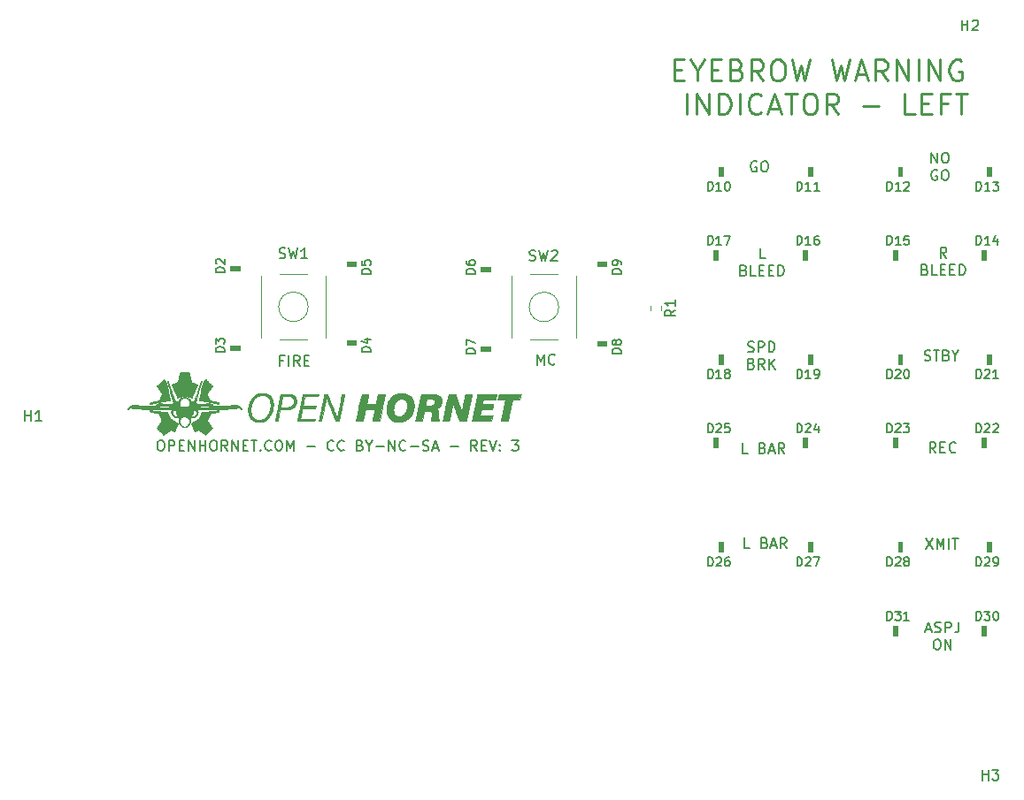
<source format=gbr>
%TF.GenerationSoftware,KiCad,Pcbnew,(5.1.9)-1*%
%TF.CreationDate,2021-09-17T08:46:08-06:00*%
%TF.ProjectId,ewi_v3,6577695f-7633-42e6-9b69-6361645f7063,rev?*%
%TF.SameCoordinates,Original*%
%TF.FileFunction,Legend,Top*%
%TF.FilePolarity,Positive*%
%FSLAX46Y46*%
G04 Gerber Fmt 4.6, Leading zero omitted, Abs format (unit mm)*
G04 Created by KiCad (PCBNEW (5.1.9)-1) date 2021-09-17 08:46:08*
%MOMM*%
%LPD*%
G01*
G04 APERTURE LIST*
%ADD10C,0.150000*%
%ADD11C,0.250000*%
%ADD12C,0.120000*%
%ADD13C,0.100000*%
%ADD14C,0.010000*%
G04 APERTURE END LIST*
D10*
X189031760Y-117632263D02*
X189507951Y-117632263D01*
X188936522Y-117917977D02*
X189269856Y-116917977D01*
X189603189Y-117917977D01*
X189888903Y-117870358D02*
X190031760Y-117917977D01*
X190269856Y-117917977D01*
X190365094Y-117870358D01*
X190412713Y-117822739D01*
X190460332Y-117727501D01*
X190460332Y-117632263D01*
X190412713Y-117537025D01*
X190365094Y-117489406D01*
X190269856Y-117441787D01*
X190079379Y-117394168D01*
X189984141Y-117346549D01*
X189936522Y-117298930D01*
X189888903Y-117203692D01*
X189888903Y-117108454D01*
X189936522Y-117013216D01*
X189984141Y-116965597D01*
X190079379Y-116917977D01*
X190317475Y-116917977D01*
X190460332Y-116965597D01*
X190888903Y-117917977D02*
X190888903Y-116917977D01*
X191269856Y-116917977D01*
X191365094Y-116965597D01*
X191412713Y-117013216D01*
X191460332Y-117108454D01*
X191460332Y-117251311D01*
X191412713Y-117346549D01*
X191365094Y-117394168D01*
X191269856Y-117441787D01*
X190888903Y-117441787D01*
X192174618Y-116917977D02*
X192174618Y-117632263D01*
X192126999Y-117775120D01*
X192031760Y-117870358D01*
X191888903Y-117917977D01*
X191793665Y-117917977D01*
X190007951Y-118567977D02*
X190198427Y-118567977D01*
X190293665Y-118615597D01*
X190388903Y-118710835D01*
X190436522Y-118901311D01*
X190436522Y-119234644D01*
X190388903Y-119425120D01*
X190293665Y-119520358D01*
X190198427Y-119567977D01*
X190007951Y-119567977D01*
X189912713Y-119520358D01*
X189817475Y-119425120D01*
X189769856Y-119234644D01*
X189769856Y-118901311D01*
X189817475Y-118710835D01*
X189912713Y-118615597D01*
X190007951Y-118567977D01*
X190865094Y-119567977D02*
X190865094Y-118567977D01*
X191436522Y-119567977D01*
X191436522Y-118567977D01*
X189039689Y-108916477D02*
X189706356Y-109916477D01*
X189706356Y-108916477D02*
X189039689Y-109916477D01*
X190087308Y-109916477D02*
X190087308Y-108916477D01*
X190420641Y-109630763D01*
X190753975Y-108916477D01*
X190753975Y-109916477D01*
X191230165Y-109916477D02*
X191230165Y-108916477D01*
X191563499Y-108916477D02*
X192134927Y-108916477D01*
X191849213Y-109916477D02*
X191849213Y-108916477D01*
X172172499Y-109852977D02*
X171696308Y-109852977D01*
X171696308Y-108852977D01*
X173601070Y-109329168D02*
X173743927Y-109376787D01*
X173791546Y-109424406D01*
X173839165Y-109519644D01*
X173839165Y-109662501D01*
X173791546Y-109757739D01*
X173743927Y-109805358D01*
X173648689Y-109852977D01*
X173267737Y-109852977D01*
X173267737Y-108852977D01*
X173601070Y-108852977D01*
X173696308Y-108900597D01*
X173743927Y-108948216D01*
X173791546Y-109043454D01*
X173791546Y-109138692D01*
X173743927Y-109233930D01*
X173696308Y-109281549D01*
X173601070Y-109329168D01*
X173267737Y-109329168D01*
X174220118Y-109567263D02*
X174696308Y-109567263D01*
X174124879Y-109852977D02*
X174458213Y-108852977D01*
X174791546Y-109852977D01*
X175696308Y-109852977D02*
X175362975Y-109376787D01*
X175124879Y-109852977D02*
X175124879Y-108852977D01*
X175505832Y-108852977D01*
X175601070Y-108900597D01*
X175648689Y-108948216D01*
X175696308Y-109043454D01*
X175696308Y-109186311D01*
X175648689Y-109281549D01*
X175601070Y-109329168D01*
X175505832Y-109376787D01*
X175124879Y-109376787D01*
X189984141Y-100708977D02*
X189650808Y-100232787D01*
X189412713Y-100708977D02*
X189412713Y-99708977D01*
X189793665Y-99708977D01*
X189888903Y-99756597D01*
X189936522Y-99804216D01*
X189984141Y-99899454D01*
X189984141Y-100042311D01*
X189936522Y-100137549D01*
X189888903Y-100185168D01*
X189793665Y-100232787D01*
X189412713Y-100232787D01*
X190412713Y-100185168D02*
X190746046Y-100185168D01*
X190888903Y-100708977D02*
X190412713Y-100708977D01*
X190412713Y-99708977D01*
X190888903Y-99708977D01*
X191888903Y-100613739D02*
X191841284Y-100661358D01*
X191698427Y-100708977D01*
X191603189Y-100708977D01*
X191460332Y-100661358D01*
X191365094Y-100566120D01*
X191317475Y-100470882D01*
X191269856Y-100280406D01*
X191269856Y-100137549D01*
X191317475Y-99947073D01*
X191365094Y-99851835D01*
X191460332Y-99756597D01*
X191603189Y-99708977D01*
X191698427Y-99708977D01*
X191841284Y-99756597D01*
X191888903Y-99804216D01*
X171981999Y-100772477D02*
X171505808Y-100772477D01*
X171505808Y-99772477D01*
X173410570Y-100248668D02*
X173553427Y-100296287D01*
X173601046Y-100343906D01*
X173648665Y-100439144D01*
X173648665Y-100582001D01*
X173601046Y-100677239D01*
X173553427Y-100724858D01*
X173458189Y-100772477D01*
X173077237Y-100772477D01*
X173077237Y-99772477D01*
X173410570Y-99772477D01*
X173505808Y-99820097D01*
X173553427Y-99867716D01*
X173601046Y-99962954D01*
X173601046Y-100058192D01*
X173553427Y-100153430D01*
X173505808Y-100201049D01*
X173410570Y-100248668D01*
X173077237Y-100248668D01*
X174029618Y-100486763D02*
X174505808Y-100486763D01*
X173934379Y-100772477D02*
X174267713Y-99772477D01*
X174601046Y-100772477D01*
X175505808Y-100772477D02*
X175172475Y-100296287D01*
X174934379Y-100772477D02*
X174934379Y-99772477D01*
X175315332Y-99772477D01*
X175410570Y-99820097D01*
X175458189Y-99867716D01*
X175505808Y-99962954D01*
X175505808Y-100105811D01*
X175458189Y-100201049D01*
X175410570Y-100248668D01*
X175315332Y-100296287D01*
X174934379Y-100296287D01*
X188904760Y-91834858D02*
X189047618Y-91882477D01*
X189285713Y-91882477D01*
X189380951Y-91834858D01*
X189428570Y-91787239D01*
X189476189Y-91692001D01*
X189476189Y-91596763D01*
X189428570Y-91501525D01*
X189380951Y-91453906D01*
X189285713Y-91406287D01*
X189095237Y-91358668D01*
X188999999Y-91311049D01*
X188952379Y-91263430D01*
X188904760Y-91168192D01*
X188904760Y-91072954D01*
X188952379Y-90977716D01*
X188999999Y-90930097D01*
X189095237Y-90882477D01*
X189333332Y-90882477D01*
X189476189Y-90930097D01*
X189761903Y-90882477D02*
X190333332Y-90882477D01*
X190047618Y-91882477D02*
X190047618Y-90882477D01*
X190999999Y-91358668D02*
X191142856Y-91406287D01*
X191190475Y-91453906D01*
X191238094Y-91549144D01*
X191238094Y-91692001D01*
X191190475Y-91787239D01*
X191142856Y-91834858D01*
X191047618Y-91882477D01*
X190666665Y-91882477D01*
X190666665Y-90882477D01*
X190999999Y-90882477D01*
X191095237Y-90930097D01*
X191142856Y-90977716D01*
X191190475Y-91072954D01*
X191190475Y-91168192D01*
X191142856Y-91263430D01*
X191095237Y-91311049D01*
X190999999Y-91358668D01*
X190666665Y-91358668D01*
X191857141Y-91406287D02*
X191857141Y-91882477D01*
X191523808Y-90882477D02*
X191857141Y-91406287D01*
X192190475Y-90882477D01*
X172005784Y-91009858D02*
X172148641Y-91057477D01*
X172386737Y-91057477D01*
X172481975Y-91009858D01*
X172529594Y-90962239D01*
X172577213Y-90867001D01*
X172577213Y-90771763D01*
X172529594Y-90676525D01*
X172481975Y-90628906D01*
X172386737Y-90581287D01*
X172196260Y-90533668D01*
X172101022Y-90486049D01*
X172053403Y-90438430D01*
X172005784Y-90343192D01*
X172005784Y-90247954D01*
X172053403Y-90152716D01*
X172101022Y-90105097D01*
X172196260Y-90057477D01*
X172434356Y-90057477D01*
X172577213Y-90105097D01*
X173005784Y-91057477D02*
X173005784Y-90057477D01*
X173386737Y-90057477D01*
X173481975Y-90105097D01*
X173529594Y-90152716D01*
X173577213Y-90247954D01*
X173577213Y-90390811D01*
X173529594Y-90486049D01*
X173481975Y-90533668D01*
X173386737Y-90581287D01*
X173005784Y-90581287D01*
X174005784Y-91057477D02*
X174005784Y-90057477D01*
X174243879Y-90057477D01*
X174386737Y-90105097D01*
X174481975Y-90200335D01*
X174529594Y-90295573D01*
X174577213Y-90486049D01*
X174577213Y-90628906D01*
X174529594Y-90819382D01*
X174481975Y-90914620D01*
X174386737Y-91009858D01*
X174243879Y-91057477D01*
X174005784Y-91057477D01*
X172362927Y-92183668D02*
X172505784Y-92231287D01*
X172553403Y-92278906D01*
X172601022Y-92374144D01*
X172601022Y-92517001D01*
X172553403Y-92612239D01*
X172505784Y-92659858D01*
X172410546Y-92707477D01*
X172029594Y-92707477D01*
X172029594Y-91707477D01*
X172362927Y-91707477D01*
X172458165Y-91755097D01*
X172505784Y-91802716D01*
X172553403Y-91897954D01*
X172553403Y-91993192D01*
X172505784Y-92088430D01*
X172458165Y-92136049D01*
X172362927Y-92183668D01*
X172029594Y-92183668D01*
X173601022Y-92707477D02*
X173267689Y-92231287D01*
X173029594Y-92707477D02*
X173029594Y-91707477D01*
X173410546Y-91707477D01*
X173505784Y-91755097D01*
X173553403Y-91802716D01*
X173601022Y-91897954D01*
X173601022Y-92040811D01*
X173553403Y-92136049D01*
X173505784Y-92183668D01*
X173410546Y-92231287D01*
X173029594Y-92231287D01*
X174029594Y-92707477D02*
X174029594Y-91707477D01*
X174601022Y-92707477D02*
X174172451Y-92136049D01*
X174601022Y-91707477D02*
X174029594Y-92278906D01*
X191000022Y-82040477D02*
X190666689Y-81564287D01*
X190428594Y-82040477D02*
X190428594Y-81040477D01*
X190809546Y-81040477D01*
X190904784Y-81088097D01*
X190952403Y-81135716D01*
X191000022Y-81230954D01*
X191000022Y-81373811D01*
X190952403Y-81469049D01*
X190904784Y-81516668D01*
X190809546Y-81564287D01*
X190428594Y-81564287D01*
X188952403Y-83166668D02*
X189095260Y-83214287D01*
X189142879Y-83261906D01*
X189190499Y-83357144D01*
X189190499Y-83500001D01*
X189142879Y-83595239D01*
X189095260Y-83642858D01*
X189000022Y-83690477D01*
X188619070Y-83690477D01*
X188619070Y-82690477D01*
X188952403Y-82690477D01*
X189047641Y-82738097D01*
X189095260Y-82785716D01*
X189142879Y-82880954D01*
X189142879Y-82976192D01*
X189095260Y-83071430D01*
X189047641Y-83119049D01*
X188952403Y-83166668D01*
X188619070Y-83166668D01*
X190095260Y-83690477D02*
X189619070Y-83690477D01*
X189619070Y-82690477D01*
X190428594Y-83166668D02*
X190761927Y-83166668D01*
X190904784Y-83690477D02*
X190428594Y-83690477D01*
X190428594Y-82690477D01*
X190904784Y-82690477D01*
X191333356Y-83166668D02*
X191666689Y-83166668D01*
X191809546Y-83690477D02*
X191333356Y-83690477D01*
X191333356Y-82690477D01*
X191809546Y-82690477D01*
X192238118Y-83690477D02*
X192238118Y-82690477D01*
X192476213Y-82690477D01*
X192619070Y-82738097D01*
X192714308Y-82833335D01*
X192761927Y-82928573D01*
X192809546Y-83119049D01*
X192809546Y-83261906D01*
X192761927Y-83452382D01*
X192714308Y-83547620D01*
X192619070Y-83642858D01*
X192476213Y-83690477D01*
X192238118Y-83690477D01*
X173664522Y-82103977D02*
X173188332Y-82103977D01*
X173188332Y-81103977D01*
X171616903Y-83230168D02*
X171759760Y-83277787D01*
X171807379Y-83325406D01*
X171854999Y-83420644D01*
X171854999Y-83563501D01*
X171807379Y-83658739D01*
X171759760Y-83706358D01*
X171664522Y-83753977D01*
X171283570Y-83753977D01*
X171283570Y-82753977D01*
X171616903Y-82753977D01*
X171712141Y-82801597D01*
X171759760Y-82849216D01*
X171807379Y-82944454D01*
X171807379Y-83039692D01*
X171759760Y-83134930D01*
X171712141Y-83182549D01*
X171616903Y-83230168D01*
X171283570Y-83230168D01*
X172759760Y-83753977D02*
X172283570Y-83753977D01*
X172283570Y-82753977D01*
X173093094Y-83230168D02*
X173426427Y-83230168D01*
X173569284Y-83753977D02*
X173093094Y-83753977D01*
X173093094Y-82753977D01*
X173569284Y-82753977D01*
X173997856Y-83230168D02*
X174331189Y-83230168D01*
X174474046Y-83753977D02*
X173997856Y-83753977D01*
X173997856Y-82753977D01*
X174474046Y-82753977D01*
X174902618Y-83753977D02*
X174902618Y-82753977D01*
X175140713Y-82753977D01*
X175283570Y-82801597D01*
X175378808Y-82896835D01*
X175426427Y-82992073D01*
X175474046Y-83182549D01*
X175474046Y-83325406D01*
X175426427Y-83515882D01*
X175378808Y-83611120D01*
X175283570Y-83706358D01*
X175140713Y-83753977D01*
X174902618Y-83753977D01*
X189563475Y-72959977D02*
X189563475Y-71959977D01*
X190134903Y-72959977D01*
X190134903Y-71959977D01*
X190801570Y-71959977D02*
X190992046Y-71959977D01*
X191087284Y-72007597D01*
X191182522Y-72102835D01*
X191230141Y-72293311D01*
X191230141Y-72626644D01*
X191182522Y-72817120D01*
X191087284Y-72912358D01*
X190992046Y-72959977D01*
X190801570Y-72959977D01*
X190706332Y-72912358D01*
X190611094Y-72817120D01*
X190563475Y-72626644D01*
X190563475Y-72293311D01*
X190611094Y-72102835D01*
X190706332Y-72007597D01*
X190801570Y-71959977D01*
X190111094Y-73657597D02*
X190015856Y-73609977D01*
X189872999Y-73609977D01*
X189730141Y-73657597D01*
X189634903Y-73752835D01*
X189587284Y-73848073D01*
X189539665Y-74038549D01*
X189539665Y-74181406D01*
X189587284Y-74371882D01*
X189634903Y-74467120D01*
X189730141Y-74562358D01*
X189872999Y-74609977D01*
X189968237Y-74609977D01*
X190111094Y-74562358D01*
X190158713Y-74514739D01*
X190158713Y-74181406D01*
X189968237Y-74181406D01*
X190777760Y-73609977D02*
X190968237Y-73609977D01*
X191063475Y-73657597D01*
X191158713Y-73752835D01*
X191206332Y-73943311D01*
X191206332Y-74276644D01*
X191158713Y-74467120D01*
X191063475Y-74562358D01*
X190968237Y-74609977D01*
X190777760Y-74609977D01*
X190682522Y-74562358D01*
X190587284Y-74467120D01*
X190539665Y-74276644D01*
X190539665Y-73943311D01*
X190587284Y-73752835D01*
X190682522Y-73657597D01*
X190777760Y-73609977D01*
X172839094Y-72832597D02*
X172743856Y-72784977D01*
X172600999Y-72784977D01*
X172458141Y-72832597D01*
X172362903Y-72927835D01*
X172315284Y-73023073D01*
X172267665Y-73213549D01*
X172267665Y-73356406D01*
X172315284Y-73546882D01*
X172362903Y-73642120D01*
X172458141Y-73737358D01*
X172600999Y-73784977D01*
X172696237Y-73784977D01*
X172839094Y-73737358D01*
X172886713Y-73689739D01*
X172886713Y-73356406D01*
X172696237Y-73356406D01*
X173505760Y-72784977D02*
X173696237Y-72784977D01*
X173791475Y-72832597D01*
X173886713Y-72927835D01*
X173934332Y-73118311D01*
X173934332Y-73451644D01*
X173886713Y-73642120D01*
X173791475Y-73737358D01*
X173696237Y-73784977D01*
X173505760Y-73784977D01*
X173410522Y-73737358D01*
X173315284Y-73642120D01*
X173267665Y-73451644D01*
X173267665Y-73118311D01*
X173315284Y-72927835D01*
X173410522Y-72832597D01*
X173505760Y-72784977D01*
D11*
X164974808Y-64008239D02*
X165641475Y-64008239D01*
X165927189Y-65055858D02*
X164974808Y-65055858D01*
X164974808Y-63055858D01*
X165927189Y-63055858D01*
X167165284Y-64103477D02*
X167165284Y-65055858D01*
X166498618Y-63055858D02*
X167165284Y-64103477D01*
X167831951Y-63055858D01*
X168498618Y-64008239D02*
X169165284Y-64008239D01*
X169450999Y-65055858D02*
X168498618Y-65055858D01*
X168498618Y-63055858D01*
X169450999Y-63055858D01*
X170974808Y-64008239D02*
X171260522Y-64103477D01*
X171355760Y-64198716D01*
X171450999Y-64389192D01*
X171450999Y-64674906D01*
X171355760Y-64865382D01*
X171260522Y-64960620D01*
X171070046Y-65055858D01*
X170308141Y-65055858D01*
X170308141Y-63055858D01*
X170974808Y-63055858D01*
X171165284Y-63151097D01*
X171260522Y-63246335D01*
X171355760Y-63436811D01*
X171355760Y-63627287D01*
X171260522Y-63817763D01*
X171165284Y-63913001D01*
X170974808Y-64008239D01*
X170308141Y-64008239D01*
X173450999Y-65055858D02*
X172784332Y-64103477D01*
X172308141Y-65055858D02*
X172308141Y-63055858D01*
X173070046Y-63055858D01*
X173260522Y-63151097D01*
X173355760Y-63246335D01*
X173450999Y-63436811D01*
X173450999Y-63722525D01*
X173355760Y-63913001D01*
X173260522Y-64008239D01*
X173070046Y-64103477D01*
X172308141Y-64103477D01*
X174689094Y-63055858D02*
X175070046Y-63055858D01*
X175260522Y-63151097D01*
X175450999Y-63341573D01*
X175546237Y-63722525D01*
X175546237Y-64389192D01*
X175450999Y-64770144D01*
X175260522Y-64960620D01*
X175070046Y-65055858D01*
X174689094Y-65055858D01*
X174498618Y-64960620D01*
X174308141Y-64770144D01*
X174212903Y-64389192D01*
X174212903Y-63722525D01*
X174308141Y-63341573D01*
X174498618Y-63151097D01*
X174689094Y-63055858D01*
X176212903Y-63055858D02*
X176689094Y-65055858D01*
X177070046Y-63627287D01*
X177450999Y-65055858D01*
X177927189Y-63055858D01*
X180022427Y-63055858D02*
X180498618Y-65055858D01*
X180879570Y-63627287D01*
X181260522Y-65055858D01*
X181736713Y-63055858D01*
X182403379Y-64484430D02*
X183355760Y-64484430D01*
X182212903Y-65055858D02*
X182879570Y-63055858D01*
X183546237Y-65055858D01*
X185355760Y-65055858D02*
X184689094Y-64103477D01*
X184212903Y-65055858D02*
X184212903Y-63055858D01*
X184974808Y-63055858D01*
X185165284Y-63151097D01*
X185260522Y-63246335D01*
X185355760Y-63436811D01*
X185355760Y-63722525D01*
X185260522Y-63913001D01*
X185165284Y-64008239D01*
X184974808Y-64103477D01*
X184212903Y-64103477D01*
X186212903Y-65055858D02*
X186212903Y-63055858D01*
X187355760Y-65055858D01*
X187355760Y-63055858D01*
X188308141Y-65055858D02*
X188308141Y-63055858D01*
X189260522Y-65055858D02*
X189260522Y-63055858D01*
X190403379Y-65055858D01*
X190403379Y-63055858D01*
X192403379Y-63151097D02*
X192212903Y-63055858D01*
X191927189Y-63055858D01*
X191641475Y-63151097D01*
X191450999Y-63341573D01*
X191355760Y-63532049D01*
X191260522Y-63913001D01*
X191260522Y-64198716D01*
X191355760Y-64579668D01*
X191450999Y-64770144D01*
X191641475Y-64960620D01*
X191927189Y-65055858D01*
X192117665Y-65055858D01*
X192403379Y-64960620D01*
X192498618Y-64865382D01*
X192498618Y-64198716D01*
X192117665Y-64198716D01*
X166165284Y-68305858D02*
X166165284Y-66305858D01*
X167117665Y-68305858D02*
X167117665Y-66305858D01*
X168260522Y-68305858D01*
X168260522Y-66305858D01*
X169212903Y-68305858D02*
X169212903Y-66305858D01*
X169689094Y-66305858D01*
X169974808Y-66401097D01*
X170165284Y-66591573D01*
X170260522Y-66782049D01*
X170355760Y-67163001D01*
X170355760Y-67448716D01*
X170260522Y-67829668D01*
X170165284Y-68020144D01*
X169974808Y-68210620D01*
X169689094Y-68305858D01*
X169212903Y-68305858D01*
X171212903Y-68305858D02*
X171212903Y-66305858D01*
X173308141Y-68115382D02*
X173212903Y-68210620D01*
X172927189Y-68305858D01*
X172736713Y-68305858D01*
X172450999Y-68210620D01*
X172260522Y-68020144D01*
X172165284Y-67829668D01*
X172070046Y-67448716D01*
X172070046Y-67163001D01*
X172165284Y-66782049D01*
X172260522Y-66591573D01*
X172450999Y-66401097D01*
X172736713Y-66305858D01*
X172927189Y-66305858D01*
X173212903Y-66401097D01*
X173308141Y-66496335D01*
X174070046Y-67734430D02*
X175022427Y-67734430D01*
X173879570Y-68305858D02*
X174546237Y-66305858D01*
X175212903Y-68305858D01*
X175593856Y-66305858D02*
X176736713Y-66305858D01*
X176165284Y-68305858D02*
X176165284Y-66305858D01*
X177784332Y-66305858D02*
X178165284Y-66305858D01*
X178355760Y-66401097D01*
X178546237Y-66591573D01*
X178641475Y-66972525D01*
X178641475Y-67639192D01*
X178546237Y-68020144D01*
X178355760Y-68210620D01*
X178165284Y-68305858D01*
X177784332Y-68305858D01*
X177593856Y-68210620D01*
X177403379Y-68020144D01*
X177308141Y-67639192D01*
X177308141Y-66972525D01*
X177403379Y-66591573D01*
X177593856Y-66401097D01*
X177784332Y-66305858D01*
X180641475Y-68305858D02*
X179974808Y-67353477D01*
X179498618Y-68305858D02*
X179498618Y-66305858D01*
X180260522Y-66305858D01*
X180450999Y-66401097D01*
X180546237Y-66496335D01*
X180641475Y-66686811D01*
X180641475Y-66972525D01*
X180546237Y-67163001D01*
X180450999Y-67258239D01*
X180260522Y-67353477D01*
X179498618Y-67353477D01*
X183022427Y-67543954D02*
X184546237Y-67543954D01*
X187974808Y-68305858D02*
X187022427Y-68305858D01*
X187022427Y-66305858D01*
X188641475Y-67258239D02*
X189308141Y-67258239D01*
X189593856Y-68305858D02*
X188641475Y-68305858D01*
X188641475Y-66305858D01*
X189593856Y-66305858D01*
X191117665Y-67258239D02*
X190450999Y-67258239D01*
X190450999Y-68305858D02*
X190450999Y-66305858D01*
X191403379Y-66305858D01*
X191879570Y-66305858D02*
X193022427Y-66305858D01*
X192450998Y-68305858D02*
X192450998Y-66305858D01*
D10*
X115754689Y-99518477D02*
X115945165Y-99518477D01*
X116040403Y-99566097D01*
X116135641Y-99661335D01*
X116183260Y-99851811D01*
X116183260Y-100185144D01*
X116135641Y-100375620D01*
X116040403Y-100470858D01*
X115945165Y-100518477D01*
X115754689Y-100518477D01*
X115659451Y-100470858D01*
X115564213Y-100375620D01*
X115516594Y-100185144D01*
X115516594Y-99851811D01*
X115564213Y-99661335D01*
X115659451Y-99566097D01*
X115754689Y-99518477D01*
X116611832Y-100518477D02*
X116611832Y-99518477D01*
X116992784Y-99518477D01*
X117088022Y-99566097D01*
X117135641Y-99613716D01*
X117183260Y-99708954D01*
X117183260Y-99851811D01*
X117135641Y-99947049D01*
X117088022Y-99994668D01*
X116992784Y-100042287D01*
X116611832Y-100042287D01*
X117611832Y-99994668D02*
X117945165Y-99994668D01*
X118088022Y-100518477D02*
X117611832Y-100518477D01*
X117611832Y-99518477D01*
X118088022Y-99518477D01*
X118516594Y-100518477D02*
X118516594Y-99518477D01*
X119088022Y-100518477D01*
X119088022Y-99518477D01*
X119564213Y-100518477D02*
X119564213Y-99518477D01*
X119564213Y-99994668D02*
X120135641Y-99994668D01*
X120135641Y-100518477D02*
X120135641Y-99518477D01*
X120802308Y-99518477D02*
X120992784Y-99518477D01*
X121088022Y-99566097D01*
X121183260Y-99661335D01*
X121230879Y-99851811D01*
X121230879Y-100185144D01*
X121183260Y-100375620D01*
X121088022Y-100470858D01*
X120992784Y-100518477D01*
X120802308Y-100518477D01*
X120707070Y-100470858D01*
X120611832Y-100375620D01*
X120564213Y-100185144D01*
X120564213Y-99851811D01*
X120611832Y-99661335D01*
X120707070Y-99566097D01*
X120802308Y-99518477D01*
X122230879Y-100518477D02*
X121897546Y-100042287D01*
X121659451Y-100518477D02*
X121659451Y-99518477D01*
X122040403Y-99518477D01*
X122135641Y-99566097D01*
X122183260Y-99613716D01*
X122230879Y-99708954D01*
X122230879Y-99851811D01*
X122183260Y-99947049D01*
X122135641Y-99994668D01*
X122040403Y-100042287D01*
X121659451Y-100042287D01*
X122659451Y-100518477D02*
X122659451Y-99518477D01*
X123230879Y-100518477D01*
X123230879Y-99518477D01*
X123707070Y-99994668D02*
X124040403Y-99994668D01*
X124183260Y-100518477D02*
X123707070Y-100518477D01*
X123707070Y-99518477D01*
X124183260Y-99518477D01*
X124468975Y-99518477D02*
X125040403Y-99518477D01*
X124754689Y-100518477D02*
X124754689Y-99518477D01*
X125373737Y-100423239D02*
X125421356Y-100470858D01*
X125373737Y-100518477D01*
X125326118Y-100470858D01*
X125373737Y-100423239D01*
X125373737Y-100518477D01*
X126421356Y-100423239D02*
X126373737Y-100470858D01*
X126230879Y-100518477D01*
X126135641Y-100518477D01*
X125992784Y-100470858D01*
X125897546Y-100375620D01*
X125849927Y-100280382D01*
X125802308Y-100089906D01*
X125802308Y-99947049D01*
X125849927Y-99756573D01*
X125897546Y-99661335D01*
X125992784Y-99566097D01*
X126135641Y-99518477D01*
X126230879Y-99518477D01*
X126373737Y-99566097D01*
X126421356Y-99613716D01*
X127040403Y-99518477D02*
X127230879Y-99518477D01*
X127326118Y-99566097D01*
X127421356Y-99661335D01*
X127468975Y-99851811D01*
X127468975Y-100185144D01*
X127421356Y-100375620D01*
X127326118Y-100470858D01*
X127230879Y-100518477D01*
X127040403Y-100518477D01*
X126945165Y-100470858D01*
X126849927Y-100375620D01*
X126802308Y-100185144D01*
X126802308Y-99851811D01*
X126849927Y-99661335D01*
X126945165Y-99566097D01*
X127040403Y-99518477D01*
X127897546Y-100518477D02*
X127897546Y-99518477D01*
X128230879Y-100232763D01*
X128564213Y-99518477D01*
X128564213Y-100518477D01*
X129802308Y-100137525D02*
X130564213Y-100137525D01*
X132373737Y-100423239D02*
X132326118Y-100470858D01*
X132183260Y-100518477D01*
X132088022Y-100518477D01*
X131945165Y-100470858D01*
X131849927Y-100375620D01*
X131802308Y-100280382D01*
X131754689Y-100089906D01*
X131754689Y-99947049D01*
X131802308Y-99756573D01*
X131849927Y-99661335D01*
X131945165Y-99566097D01*
X132088022Y-99518477D01*
X132183260Y-99518477D01*
X132326118Y-99566097D01*
X132373737Y-99613716D01*
X133373737Y-100423239D02*
X133326118Y-100470858D01*
X133183260Y-100518477D01*
X133088022Y-100518477D01*
X132945165Y-100470858D01*
X132849927Y-100375620D01*
X132802308Y-100280382D01*
X132754689Y-100089906D01*
X132754689Y-99947049D01*
X132802308Y-99756573D01*
X132849927Y-99661335D01*
X132945165Y-99566097D01*
X133088022Y-99518477D01*
X133183260Y-99518477D01*
X133326118Y-99566097D01*
X133373737Y-99613716D01*
X134897546Y-99994668D02*
X135040403Y-100042287D01*
X135088022Y-100089906D01*
X135135641Y-100185144D01*
X135135641Y-100328001D01*
X135088022Y-100423239D01*
X135040403Y-100470858D01*
X134945165Y-100518477D01*
X134564213Y-100518477D01*
X134564213Y-99518477D01*
X134897546Y-99518477D01*
X134992784Y-99566097D01*
X135040403Y-99613716D01*
X135088022Y-99708954D01*
X135088022Y-99804192D01*
X135040403Y-99899430D01*
X134992784Y-99947049D01*
X134897546Y-99994668D01*
X134564213Y-99994668D01*
X135754689Y-100042287D02*
X135754689Y-100518477D01*
X135421356Y-99518477D02*
X135754689Y-100042287D01*
X136088022Y-99518477D01*
X136421356Y-100137525D02*
X137183260Y-100137525D01*
X137659451Y-100518477D02*
X137659451Y-99518477D01*
X138230879Y-100518477D01*
X138230879Y-99518477D01*
X139278499Y-100423239D02*
X139230879Y-100470858D01*
X139088022Y-100518477D01*
X138992784Y-100518477D01*
X138849927Y-100470858D01*
X138754689Y-100375620D01*
X138707070Y-100280382D01*
X138659451Y-100089906D01*
X138659451Y-99947049D01*
X138707070Y-99756573D01*
X138754689Y-99661335D01*
X138849927Y-99566097D01*
X138992784Y-99518477D01*
X139088022Y-99518477D01*
X139230879Y-99566097D01*
X139278499Y-99613716D01*
X139707070Y-100137525D02*
X140468975Y-100137525D01*
X140897546Y-100470858D02*
X141040403Y-100518477D01*
X141278499Y-100518477D01*
X141373737Y-100470858D01*
X141421356Y-100423239D01*
X141468975Y-100328001D01*
X141468975Y-100232763D01*
X141421356Y-100137525D01*
X141373737Y-100089906D01*
X141278499Y-100042287D01*
X141088022Y-99994668D01*
X140992784Y-99947049D01*
X140945165Y-99899430D01*
X140897546Y-99804192D01*
X140897546Y-99708954D01*
X140945165Y-99613716D01*
X140992784Y-99566097D01*
X141088022Y-99518477D01*
X141326118Y-99518477D01*
X141468975Y-99566097D01*
X141849927Y-100232763D02*
X142326118Y-100232763D01*
X141754689Y-100518477D02*
X142088022Y-99518477D01*
X142421356Y-100518477D01*
X143516594Y-100137525D02*
X144278499Y-100137525D01*
X146088022Y-100518477D02*
X145754689Y-100042287D01*
X145516594Y-100518477D02*
X145516594Y-99518477D01*
X145897546Y-99518477D01*
X145992784Y-99566097D01*
X146040403Y-99613716D01*
X146088022Y-99708954D01*
X146088022Y-99851811D01*
X146040403Y-99947049D01*
X145992784Y-99994668D01*
X145897546Y-100042287D01*
X145516594Y-100042287D01*
X146516594Y-99994668D02*
X146849927Y-99994668D01*
X146992784Y-100518477D02*
X146516594Y-100518477D01*
X146516594Y-99518477D01*
X146992784Y-99518477D01*
X147278499Y-99518477D02*
X147611832Y-100518477D01*
X147945165Y-99518477D01*
X148278499Y-100423239D02*
X148326118Y-100470858D01*
X148278499Y-100518477D01*
X148230879Y-100470858D01*
X148278499Y-100423239D01*
X148278499Y-100518477D01*
X148278499Y-99899430D02*
X148326118Y-99947049D01*
X148278499Y-99994668D01*
X148230879Y-99947049D01*
X148278499Y-99899430D01*
X148278499Y-99994668D01*
X149421356Y-99518477D02*
X150040403Y-99518477D01*
X149707070Y-99899430D01*
X149849927Y-99899430D01*
X149945165Y-99947049D01*
X149992784Y-99994668D01*
X150040403Y-100089906D01*
X150040403Y-100328001D01*
X149992784Y-100423239D01*
X149945165Y-100470858D01*
X149849927Y-100518477D01*
X149564213Y-100518477D01*
X149468975Y-100470858D01*
X149421356Y-100423239D01*
D12*
%TO.C,SW2*%
X153913713Y-86742597D02*
G75*
G03*
X153913713Y-86742597I-1414214J0D01*
G01*
X149379499Y-83772597D02*
X149379499Y-89712597D01*
X155619499Y-83772597D02*
X155619499Y-89712597D01*
X151159499Y-83622597D02*
X153839499Y-83622597D01*
X153839499Y-89862597D02*
X151159499Y-89862597D01*
%TO.C,SW1*%
X129948813Y-86729897D02*
G75*
G03*
X129948813Y-86729897I-1414214J0D01*
G01*
X125414599Y-83759897D02*
X125414599Y-89699897D01*
X131654599Y-83759897D02*
X131654599Y-89699897D01*
X127194599Y-83609897D02*
X129874599Y-83609897D01*
X129874599Y-89849897D02*
X127194599Y-89849897D01*
D13*
%TO.C,D31*%
G36*
X186359799Y-118268750D02*
G01*
X185859799Y-118268750D01*
X185859799Y-117268750D01*
X186359799Y-117268750D01*
X186359799Y-118268750D01*
G37*
%TO.C,D30*%
G36*
X194894199Y-118268750D02*
G01*
X194394199Y-118268750D01*
X194394199Y-117268750D01*
X194894199Y-117268750D01*
X194894199Y-118268750D01*
G37*
%TO.C,D29*%
G36*
X194894199Y-109277150D02*
G01*
X195394199Y-109277150D01*
X195394199Y-110277150D01*
X194894199Y-110277150D01*
X194894199Y-109277150D01*
G37*
%TO.C,D28*%
G36*
X186359799Y-109277150D02*
G01*
X186859799Y-109277150D01*
X186859799Y-110277150D01*
X186359799Y-110277150D01*
X186359799Y-109277150D01*
G37*
%TO.C,D27*%
G36*
X177749199Y-109277150D02*
G01*
X178249199Y-109277150D01*
X178249199Y-110277150D01*
X177749199Y-110277150D01*
X177749199Y-109277150D01*
G37*
%TO.C,D26*%
G36*
X169214799Y-109277150D02*
G01*
X169714799Y-109277150D01*
X169714799Y-110277150D01*
X169214799Y-110277150D01*
X169214799Y-109277150D01*
G37*
%TO.C,D25*%
G36*
X169214799Y-100285550D02*
G01*
X168714799Y-100285550D01*
X168714799Y-99285550D01*
X169214799Y-99285550D01*
X169214799Y-100285550D01*
G37*
%TO.C,D24*%
G36*
X177749199Y-100285550D02*
G01*
X177249199Y-100285550D01*
X177249199Y-99285550D01*
X177749199Y-99285550D01*
X177749199Y-100285550D01*
G37*
%TO.C,D23*%
G36*
X186359799Y-100285550D02*
G01*
X185859799Y-100285550D01*
X185859799Y-99285550D01*
X186359799Y-99285550D01*
X186359799Y-100285550D01*
G37*
%TO.C,D22*%
G36*
X194894199Y-100285550D02*
G01*
X194394199Y-100285550D01*
X194394199Y-99285550D01*
X194894199Y-99285550D01*
X194894199Y-100285550D01*
G37*
%TO.C,D21*%
G36*
X194894199Y-91293950D02*
G01*
X195394199Y-91293950D01*
X195394199Y-92293950D01*
X194894199Y-92293950D01*
X194894199Y-91293950D01*
G37*
%TO.C,D20*%
G36*
X186359799Y-91293950D02*
G01*
X186859799Y-91293950D01*
X186859799Y-92293950D01*
X186359799Y-92293950D01*
X186359799Y-91293950D01*
G37*
%TO.C,D19*%
G36*
X177749199Y-91293950D02*
G01*
X178249199Y-91293950D01*
X178249199Y-92293950D01*
X177749199Y-92293950D01*
X177749199Y-91293950D01*
G37*
%TO.C,D18*%
G36*
X169214799Y-91293950D02*
G01*
X169714799Y-91293950D01*
X169714799Y-92293950D01*
X169214799Y-92293950D01*
X169214799Y-91293950D01*
G37*
%TO.C,D17*%
G36*
X169214799Y-82302351D02*
G01*
X168714799Y-82302351D01*
X168714799Y-81302351D01*
X169214799Y-81302351D01*
X169214799Y-82302351D01*
G37*
%TO.C,D16*%
G36*
X177749199Y-82302351D02*
G01*
X177249199Y-82302351D01*
X177249199Y-81302351D01*
X177749199Y-81302351D01*
X177749199Y-82302351D01*
G37*
%TO.C,D15*%
G36*
X186359799Y-82302351D02*
G01*
X185859799Y-82302351D01*
X185859799Y-81302351D01*
X186359799Y-81302351D01*
X186359799Y-82302351D01*
G37*
%TO.C,D14*%
G36*
X194894199Y-82302351D02*
G01*
X194394199Y-82302351D01*
X194394199Y-81302351D01*
X194894199Y-81302351D01*
X194894199Y-82302351D01*
G37*
%TO.C,D13*%
G36*
X194894199Y-73310751D02*
G01*
X195394199Y-73310751D01*
X195394199Y-74310751D01*
X194894199Y-74310751D01*
X194894199Y-73310751D01*
G37*
%TO.C,D12*%
G36*
X186359799Y-73310751D02*
G01*
X186859799Y-73310751D01*
X186859799Y-74310751D01*
X186359799Y-74310751D01*
X186359799Y-73310751D01*
G37*
%TO.C,D11*%
G36*
X177749199Y-73310750D02*
G01*
X178249199Y-73310750D01*
X178249199Y-74310750D01*
X177749199Y-74310750D01*
X177749199Y-73310750D01*
G37*
%TO.C,D10*%
G36*
X169214799Y-73310750D02*
G01*
X169714799Y-73310750D01*
X169714799Y-74310750D01*
X169214799Y-74310750D01*
X169214799Y-73310750D01*
G37*
%TO.C,D9*%
G36*
X157583249Y-82928149D02*
G01*
X157583249Y-82428149D01*
X158583249Y-82428149D01*
X158583249Y-82928149D01*
X157583249Y-82928149D01*
G37*
%TO.C,D8*%
G36*
X157583249Y-90548149D02*
G01*
X157583249Y-90048149D01*
X158583249Y-90048149D01*
X158583249Y-90548149D01*
X157583249Y-90548149D01*
G37*
%TO.C,D7*%
G36*
X147423249Y-90548149D02*
G01*
X147423249Y-91048149D01*
X146423249Y-91048149D01*
X146423249Y-90548149D01*
X147423249Y-90548149D01*
G37*
%TO.C,D6*%
G36*
X147423249Y-82928149D02*
G01*
X147423249Y-83428149D01*
X146423249Y-83428149D01*
X146423249Y-82928149D01*
X147423249Y-82928149D01*
G37*
%TO.C,D5*%
G36*
X133623249Y-82928149D02*
G01*
X133623249Y-82428149D01*
X134623249Y-82428149D01*
X134623249Y-82928149D01*
X133623249Y-82928149D01*
G37*
%TO.C,D4*%
G36*
X133623249Y-90418093D02*
G01*
X133623249Y-89918093D01*
X134623249Y-89918093D01*
X134623249Y-90418093D01*
X133623249Y-90418093D01*
G37*
%TO.C,D3*%
G36*
X123463249Y-90418093D02*
G01*
X123463249Y-90918093D01*
X122463249Y-90918093D01*
X122463249Y-90418093D01*
X123463249Y-90418093D01*
G37*
%TO.C,D2*%
G36*
X123463249Y-82798093D02*
G01*
X123463249Y-83298093D01*
X122463249Y-83298093D01*
X122463249Y-82798093D01*
X123463249Y-82798093D01*
G37*
D14*
%TO.C,G\u002A\u002A\u002A*%
G36*
X118091630Y-93030297D02*
G01*
X118112311Y-93030297D01*
X118182144Y-93030305D01*
X118244006Y-93030336D01*
X118298393Y-93030397D01*
X118345800Y-93030496D01*
X118386723Y-93030642D01*
X118421657Y-93030842D01*
X118451099Y-93031104D01*
X118475544Y-93031437D01*
X118495488Y-93031847D01*
X118511426Y-93032344D01*
X118523854Y-93032935D01*
X118533267Y-93033628D01*
X118540162Y-93034431D01*
X118545034Y-93035352D01*
X118548379Y-93036399D01*
X118550310Y-93037346D01*
X118560289Y-93045474D01*
X118566777Y-93054344D01*
X118568169Y-93059820D01*
X118570989Y-93073049D01*
X118575128Y-93093462D01*
X118580475Y-93120486D01*
X118586920Y-93153551D01*
X118594353Y-93192084D01*
X118602665Y-93235514D01*
X118611746Y-93283271D01*
X118621485Y-93334782D01*
X118631773Y-93389476D01*
X118642500Y-93446781D01*
X118649781Y-93485835D01*
X118660755Y-93544589D01*
X118671386Y-93601132D01*
X118681565Y-93654889D01*
X118691177Y-93705287D01*
X118700112Y-93751753D01*
X118708258Y-93793711D01*
X118715503Y-93830588D01*
X118721735Y-93861811D01*
X118726843Y-93886805D01*
X118730714Y-93904998D01*
X118733237Y-93915814D01*
X118734106Y-93918628D01*
X118741807Y-93930071D01*
X118749889Y-93938964D01*
X118754900Y-93941622D01*
X118767003Y-93947163D01*
X118785449Y-93955276D01*
X118809486Y-93965650D01*
X118838366Y-93977974D01*
X118871340Y-93991937D01*
X118907657Y-94007229D01*
X118946569Y-94023538D01*
X118987325Y-94040553D01*
X119029176Y-94057964D01*
X119071372Y-94075459D01*
X119113164Y-94092727D01*
X119153803Y-94109459D01*
X119192538Y-94125341D01*
X119228620Y-94140065D01*
X119261300Y-94153318D01*
X119289827Y-94164790D01*
X119313453Y-94174170D01*
X119331428Y-94181147D01*
X119343002Y-94185410D01*
X119346865Y-94186607D01*
X119347270Y-94188045D01*
X119346391Y-94192143D01*
X119344094Y-94199212D01*
X119340242Y-94209566D01*
X119334699Y-94223515D01*
X119327331Y-94241373D01*
X119318000Y-94263452D01*
X119306571Y-94290065D01*
X119292910Y-94321522D01*
X119276878Y-94358138D01*
X119258342Y-94400224D01*
X119237165Y-94448092D01*
X119213212Y-94502055D01*
X119186346Y-94562425D01*
X119156432Y-94629515D01*
X119123335Y-94703636D01*
X119086918Y-94785102D01*
X119079383Y-94801946D01*
X119048803Y-94870300D01*
X119019132Y-94936592D01*
X118990558Y-95000408D01*
X118963266Y-95061331D01*
X118937445Y-95118944D01*
X118913280Y-95172833D01*
X118890959Y-95222581D01*
X118870668Y-95267772D01*
X118852594Y-95307989D01*
X118836924Y-95342818D01*
X118823844Y-95371842D01*
X118813542Y-95394644D01*
X118806203Y-95410810D01*
X118802016Y-95419922D01*
X118801081Y-95421852D01*
X118798451Y-95423888D01*
X118793175Y-95424303D01*
X118784056Y-95422872D01*
X118769898Y-95419369D01*
X118749504Y-95413569D01*
X118736246Y-95409633D01*
X118675403Y-95392194D01*
X118610207Y-95374905D01*
X118542781Y-95358260D01*
X118475248Y-95342750D01*
X118409733Y-95328867D01*
X118348358Y-95317101D01*
X118304733Y-95309713D01*
X118279324Y-95306608D01*
X118247158Y-95304068D01*
X118209926Y-95302115D01*
X118169319Y-95300768D01*
X118127028Y-95300048D01*
X118084746Y-95299976D01*
X118044162Y-95300573D01*
X118006970Y-95301859D01*
X117974859Y-95303855D01*
X117958090Y-95305476D01*
X117909581Y-95312060D01*
X117854780Y-95321226D01*
X117795334Y-95332615D01*
X117732890Y-95345865D01*
X117669094Y-95360615D01*
X117605594Y-95376504D01*
X117544035Y-95393171D01*
X117501290Y-95405616D01*
X117478404Y-95412444D01*
X117458370Y-95418312D01*
X117442581Y-95422820D01*
X117432427Y-95425572D01*
X117429323Y-95426241D01*
X117427325Y-95422415D01*
X117422129Y-95411238D01*
X117413918Y-95393123D01*
X117402874Y-95368483D01*
X117389179Y-95337730D01*
X117373015Y-95301278D01*
X117354563Y-95259538D01*
X117334007Y-95212923D01*
X117311527Y-95161846D01*
X117287307Y-95106719D01*
X117261527Y-95047955D01*
X117234370Y-94985967D01*
X117206019Y-94921168D01*
X117176654Y-94853969D01*
X117157499Y-94810089D01*
X117127577Y-94741504D01*
X117098576Y-94674998D01*
X117070676Y-94610989D01*
X117044059Y-94549893D01*
X117018906Y-94492127D01*
X116995398Y-94438107D01*
X116973716Y-94388252D01*
X116954041Y-94342976D01*
X116936555Y-94302697D01*
X116921438Y-94267832D01*
X116908872Y-94238798D01*
X116899037Y-94216010D01*
X116892115Y-94199886D01*
X116888287Y-94190843D01*
X116887546Y-94188970D01*
X116891192Y-94186419D01*
X116902337Y-94180895D01*
X116920613Y-94172556D01*
X116945653Y-94161560D01*
X116977087Y-94148064D01*
X117014550Y-94132226D01*
X117057671Y-94114204D01*
X117106085Y-94094154D01*
X117159423Y-94072236D01*
X117171034Y-94067484D01*
X117217910Y-94048269D01*
X117262729Y-94029809D01*
X117304837Y-94012378D01*
X117343579Y-93996252D01*
X117378302Y-93981706D01*
X117408352Y-93969014D01*
X117433075Y-93958452D01*
X117451816Y-93950293D01*
X117463923Y-93944813D01*
X117468504Y-93942470D01*
X117479342Y-93932563D01*
X117488335Y-93920125D01*
X117488841Y-93919165D01*
X117490814Y-93912640D01*
X117494204Y-93898177D01*
X117498934Y-93876173D01*
X117504927Y-93847024D01*
X117512105Y-93811126D01*
X117520390Y-93768876D01*
X117529704Y-93720670D01*
X117539969Y-93666903D01*
X117551109Y-93607973D01*
X117563045Y-93544275D01*
X117574677Y-93481720D01*
X117585593Y-93422961D01*
X117596139Y-93366470D01*
X117606208Y-93312815D01*
X117615690Y-93262563D01*
X117624477Y-93216280D01*
X117632460Y-93174533D01*
X117639530Y-93137891D01*
X117645578Y-93106920D01*
X117650497Y-93082187D01*
X117654176Y-93064259D01*
X117656507Y-93053703D01*
X117657269Y-93051022D01*
X117658998Y-93047710D01*
X117660760Y-93044771D01*
X117663042Y-93042182D01*
X117666333Y-93039922D01*
X117671120Y-93037968D01*
X117677892Y-93036297D01*
X117687136Y-93034888D01*
X117699342Y-93033718D01*
X117714996Y-93032766D01*
X117734588Y-93032008D01*
X117758605Y-93031424D01*
X117787535Y-93030989D01*
X117821866Y-93030683D01*
X117862088Y-93030482D01*
X117908686Y-93030366D01*
X117962151Y-93030311D01*
X118022969Y-93030296D01*
X118091630Y-93030297D01*
G37*
X118091630Y-93030297D02*
X118112311Y-93030297D01*
X118182144Y-93030305D01*
X118244006Y-93030336D01*
X118298393Y-93030397D01*
X118345800Y-93030496D01*
X118386723Y-93030642D01*
X118421657Y-93030842D01*
X118451099Y-93031104D01*
X118475544Y-93031437D01*
X118495488Y-93031847D01*
X118511426Y-93032344D01*
X118523854Y-93032935D01*
X118533267Y-93033628D01*
X118540162Y-93034431D01*
X118545034Y-93035352D01*
X118548379Y-93036399D01*
X118550310Y-93037346D01*
X118560289Y-93045474D01*
X118566777Y-93054344D01*
X118568169Y-93059820D01*
X118570989Y-93073049D01*
X118575128Y-93093462D01*
X118580475Y-93120486D01*
X118586920Y-93153551D01*
X118594353Y-93192084D01*
X118602665Y-93235514D01*
X118611746Y-93283271D01*
X118621485Y-93334782D01*
X118631773Y-93389476D01*
X118642500Y-93446781D01*
X118649781Y-93485835D01*
X118660755Y-93544589D01*
X118671386Y-93601132D01*
X118681565Y-93654889D01*
X118691177Y-93705287D01*
X118700112Y-93751753D01*
X118708258Y-93793711D01*
X118715503Y-93830588D01*
X118721735Y-93861811D01*
X118726843Y-93886805D01*
X118730714Y-93904998D01*
X118733237Y-93915814D01*
X118734106Y-93918628D01*
X118741807Y-93930071D01*
X118749889Y-93938964D01*
X118754900Y-93941622D01*
X118767003Y-93947163D01*
X118785449Y-93955276D01*
X118809486Y-93965650D01*
X118838366Y-93977974D01*
X118871340Y-93991937D01*
X118907657Y-94007229D01*
X118946569Y-94023538D01*
X118987325Y-94040553D01*
X119029176Y-94057964D01*
X119071372Y-94075459D01*
X119113164Y-94092727D01*
X119153803Y-94109459D01*
X119192538Y-94125341D01*
X119228620Y-94140065D01*
X119261300Y-94153318D01*
X119289827Y-94164790D01*
X119313453Y-94174170D01*
X119331428Y-94181147D01*
X119343002Y-94185410D01*
X119346865Y-94186607D01*
X119347270Y-94188045D01*
X119346391Y-94192143D01*
X119344094Y-94199212D01*
X119340242Y-94209566D01*
X119334699Y-94223515D01*
X119327331Y-94241373D01*
X119318000Y-94263452D01*
X119306571Y-94290065D01*
X119292910Y-94321522D01*
X119276878Y-94358138D01*
X119258342Y-94400224D01*
X119237165Y-94448092D01*
X119213212Y-94502055D01*
X119186346Y-94562425D01*
X119156432Y-94629515D01*
X119123335Y-94703636D01*
X119086918Y-94785102D01*
X119079383Y-94801946D01*
X119048803Y-94870300D01*
X119019132Y-94936592D01*
X118990558Y-95000408D01*
X118963266Y-95061331D01*
X118937445Y-95118944D01*
X118913280Y-95172833D01*
X118890959Y-95222581D01*
X118870668Y-95267772D01*
X118852594Y-95307989D01*
X118836924Y-95342818D01*
X118823844Y-95371842D01*
X118813542Y-95394644D01*
X118806203Y-95410810D01*
X118802016Y-95419922D01*
X118801081Y-95421852D01*
X118798451Y-95423888D01*
X118793175Y-95424303D01*
X118784056Y-95422872D01*
X118769898Y-95419369D01*
X118749504Y-95413569D01*
X118736246Y-95409633D01*
X118675403Y-95392194D01*
X118610207Y-95374905D01*
X118542781Y-95358260D01*
X118475248Y-95342750D01*
X118409733Y-95328867D01*
X118348358Y-95317101D01*
X118304733Y-95309713D01*
X118279324Y-95306608D01*
X118247158Y-95304068D01*
X118209926Y-95302115D01*
X118169319Y-95300768D01*
X118127028Y-95300048D01*
X118084746Y-95299976D01*
X118044162Y-95300573D01*
X118006970Y-95301859D01*
X117974859Y-95303855D01*
X117958090Y-95305476D01*
X117909581Y-95312060D01*
X117854780Y-95321226D01*
X117795334Y-95332615D01*
X117732890Y-95345865D01*
X117669094Y-95360615D01*
X117605594Y-95376504D01*
X117544035Y-95393171D01*
X117501290Y-95405616D01*
X117478404Y-95412444D01*
X117458370Y-95418312D01*
X117442581Y-95422820D01*
X117432427Y-95425572D01*
X117429323Y-95426241D01*
X117427325Y-95422415D01*
X117422129Y-95411238D01*
X117413918Y-95393123D01*
X117402874Y-95368483D01*
X117389179Y-95337730D01*
X117373015Y-95301278D01*
X117354563Y-95259538D01*
X117334007Y-95212923D01*
X117311527Y-95161846D01*
X117287307Y-95106719D01*
X117261527Y-95047955D01*
X117234370Y-94985967D01*
X117206019Y-94921168D01*
X117176654Y-94853969D01*
X117157499Y-94810089D01*
X117127577Y-94741504D01*
X117098576Y-94674998D01*
X117070676Y-94610989D01*
X117044059Y-94549893D01*
X117018906Y-94492127D01*
X116995398Y-94438107D01*
X116973716Y-94388252D01*
X116954041Y-94342976D01*
X116936555Y-94302697D01*
X116921438Y-94267832D01*
X116908872Y-94238798D01*
X116899037Y-94216010D01*
X116892115Y-94199886D01*
X116888287Y-94190843D01*
X116887546Y-94188970D01*
X116891192Y-94186419D01*
X116902337Y-94180895D01*
X116920613Y-94172556D01*
X116945653Y-94161560D01*
X116977087Y-94148064D01*
X117014550Y-94132226D01*
X117057671Y-94114204D01*
X117106085Y-94094154D01*
X117159423Y-94072236D01*
X117171034Y-94067484D01*
X117217910Y-94048269D01*
X117262729Y-94029809D01*
X117304837Y-94012378D01*
X117343579Y-93996252D01*
X117378302Y-93981706D01*
X117408352Y-93969014D01*
X117433075Y-93958452D01*
X117451816Y-93950293D01*
X117463923Y-93944813D01*
X117468504Y-93942470D01*
X117479342Y-93932563D01*
X117488335Y-93920125D01*
X117488841Y-93919165D01*
X117490814Y-93912640D01*
X117494204Y-93898177D01*
X117498934Y-93876173D01*
X117504927Y-93847024D01*
X117512105Y-93811126D01*
X117520390Y-93768876D01*
X117529704Y-93720670D01*
X117539969Y-93666903D01*
X117551109Y-93607973D01*
X117563045Y-93544275D01*
X117574677Y-93481720D01*
X117585593Y-93422961D01*
X117596139Y-93366470D01*
X117606208Y-93312815D01*
X117615690Y-93262563D01*
X117624477Y-93216280D01*
X117632460Y-93174533D01*
X117639530Y-93137891D01*
X117645578Y-93106920D01*
X117650497Y-93082187D01*
X117654176Y-93064259D01*
X117656507Y-93053703D01*
X117657269Y-93051022D01*
X117658998Y-93047710D01*
X117660760Y-93044771D01*
X117663042Y-93042182D01*
X117666333Y-93039922D01*
X117671120Y-93037968D01*
X117677892Y-93036297D01*
X117687136Y-93034888D01*
X117699342Y-93033718D01*
X117714996Y-93032766D01*
X117734588Y-93032008D01*
X117758605Y-93031424D01*
X117787535Y-93030989D01*
X117821866Y-93030683D01*
X117862088Y-93030482D01*
X117908686Y-93030366D01*
X117962151Y-93030311D01*
X118022969Y-93030296D01*
X118091630Y-93030297D01*
G36*
X120132986Y-93692733D02*
G01*
X120137463Y-93696044D01*
X120147401Y-93704880D01*
X120162304Y-93718751D01*
X120181678Y-93737164D01*
X120205028Y-93759627D01*
X120231859Y-93785648D01*
X120261676Y-93814736D01*
X120293983Y-93846399D01*
X120328287Y-93880144D01*
X120364091Y-93915479D01*
X120400902Y-93951913D01*
X120438224Y-93988954D01*
X120475562Y-94026110D01*
X120512422Y-94062888D01*
X120548308Y-94098798D01*
X120582725Y-94133346D01*
X120615179Y-94166042D01*
X120645174Y-94196392D01*
X120672216Y-94223906D01*
X120695810Y-94248091D01*
X120715460Y-94268456D01*
X120730673Y-94284507D01*
X120740952Y-94295754D01*
X120745803Y-94301705D01*
X120745981Y-94302010D01*
X120750520Y-94318009D01*
X120750251Y-94328133D01*
X120747372Y-94334314D01*
X120739646Y-94347357D01*
X120727111Y-94367208D01*
X120709801Y-94393812D01*
X120687754Y-94427114D01*
X120661006Y-94467060D01*
X120629593Y-94513594D01*
X120593552Y-94566663D01*
X120552919Y-94626212D01*
X120508002Y-94691788D01*
X120468682Y-94749200D01*
X120432180Y-94802695D01*
X120398705Y-94851963D01*
X120368462Y-94896693D01*
X120341660Y-94936576D01*
X120318505Y-94971300D01*
X120299205Y-95000556D01*
X120283966Y-95024033D01*
X120272996Y-95041421D01*
X120266503Y-95052409D01*
X120264688Y-95056292D01*
X120262981Y-95069125D01*
X120263394Y-95080027D01*
X120263470Y-95080390D01*
X120265669Y-95086683D01*
X120270912Y-95099935D01*
X120278885Y-95119410D01*
X120289269Y-95144371D01*
X120301749Y-95174083D01*
X120316008Y-95207811D01*
X120331729Y-95244818D01*
X120348595Y-95284368D01*
X120366290Y-95325727D01*
X120384498Y-95368158D01*
X120402901Y-95410925D01*
X120421183Y-95453293D01*
X120439027Y-95494526D01*
X120456117Y-95533888D01*
X120472137Y-95570643D01*
X120486768Y-95604055D01*
X120499696Y-95633390D01*
X120510603Y-95657910D01*
X120519172Y-95676881D01*
X120525087Y-95689566D01*
X120528032Y-95695230D01*
X120528098Y-95695318D01*
X120538070Y-95705152D01*
X120547805Y-95711806D01*
X120553497Y-95713393D01*
X120566935Y-95716400D01*
X120587539Y-95720712D01*
X120614728Y-95726216D01*
X120647921Y-95732800D01*
X120686538Y-95740350D01*
X120729998Y-95748753D01*
X120777721Y-95757896D01*
X120829126Y-95767665D01*
X120883632Y-95777948D01*
X120940659Y-95788632D01*
X120971823Y-95794439D01*
X121039541Y-95807039D01*
X121099433Y-95818197D01*
X121151996Y-95828018D01*
X121197728Y-95836606D01*
X121237126Y-95844066D01*
X121270688Y-95850503D01*
X121298913Y-95856021D01*
X121322296Y-95860725D01*
X121341337Y-95864719D01*
X121356533Y-95868108D01*
X121368381Y-95870996D01*
X121377380Y-95873487D01*
X121384026Y-95875688D01*
X121388818Y-95877701D01*
X121392253Y-95879632D01*
X121394830Y-95881585D01*
X121397044Y-95883665D01*
X121397183Y-95883802D01*
X121409883Y-95896404D01*
X121412545Y-96044430D01*
X121402747Y-96043998D01*
X121396962Y-96042932D01*
X121383704Y-96040011D01*
X121363720Y-96035412D01*
X121337757Y-96029314D01*
X121306561Y-96021894D01*
X121270880Y-96013329D01*
X121231459Y-96003797D01*
X121189045Y-95993475D01*
X121145299Y-95982767D01*
X121051380Y-95959839D01*
X120965261Y-95939089D01*
X120886585Y-95920436D01*
X120814992Y-95903799D01*
X120750125Y-95889094D01*
X120691625Y-95876240D01*
X120639133Y-95865155D01*
X120592291Y-95855758D01*
X120573799Y-95852216D01*
X120559048Y-95849524D01*
X120536596Y-95845552D01*
X120507094Y-95840409D01*
X120471192Y-95834206D01*
X120429542Y-95827056D01*
X120382793Y-95819068D01*
X120331597Y-95810354D01*
X120276604Y-95801024D01*
X120218464Y-95791189D01*
X120157829Y-95780961D01*
X120095349Y-95770451D01*
X120031675Y-95759768D01*
X120025582Y-95758748D01*
X119963061Y-95748238D01*
X119902505Y-95737986D01*
X119844482Y-95728090D01*
X119789561Y-95718652D01*
X119738308Y-95709770D01*
X119691293Y-95701546D01*
X119649083Y-95694079D01*
X119612246Y-95687469D01*
X119581350Y-95681816D01*
X119556964Y-95677220D01*
X119539656Y-95673782D01*
X119529993Y-95671600D01*
X119528853Y-95671268D01*
X119514533Y-95666263D01*
X119506802Y-95662340D01*
X119504087Y-95658336D01*
X119504708Y-95653436D01*
X119506626Y-95646686D01*
X119508900Y-95638120D01*
X119511599Y-95627417D01*
X119514795Y-95614253D01*
X119518559Y-95598306D01*
X119522962Y-95579254D01*
X119528074Y-95556772D01*
X119533967Y-95530540D01*
X119540711Y-95500233D01*
X119548377Y-95465529D01*
X119557036Y-95426107D01*
X119566759Y-95381642D01*
X119577617Y-95331812D01*
X119589681Y-95276294D01*
X119603022Y-95214766D01*
X119617710Y-95146906D01*
X119633816Y-95072389D01*
X119651411Y-94990894D01*
X119670567Y-94902098D01*
X119691353Y-94805678D01*
X119713842Y-94701311D01*
X119714512Y-94698199D01*
X119901932Y-93828218D01*
X120000343Y-93760516D01*
X120026384Y-93742827D01*
X120050661Y-93726767D01*
X120072162Y-93712969D01*
X120089878Y-93702068D01*
X120102801Y-93694699D01*
X120109918Y-93691495D01*
X120110305Y-93691424D01*
X120123721Y-93691373D01*
X120132986Y-93692733D01*
G37*
X120132986Y-93692733D02*
X120137463Y-93696044D01*
X120147401Y-93704880D01*
X120162304Y-93718751D01*
X120181678Y-93737164D01*
X120205028Y-93759627D01*
X120231859Y-93785648D01*
X120261676Y-93814736D01*
X120293983Y-93846399D01*
X120328287Y-93880144D01*
X120364091Y-93915479D01*
X120400902Y-93951913D01*
X120438224Y-93988954D01*
X120475562Y-94026110D01*
X120512422Y-94062888D01*
X120548308Y-94098798D01*
X120582725Y-94133346D01*
X120615179Y-94166042D01*
X120645174Y-94196392D01*
X120672216Y-94223906D01*
X120695810Y-94248091D01*
X120715460Y-94268456D01*
X120730673Y-94284507D01*
X120740952Y-94295754D01*
X120745803Y-94301705D01*
X120745981Y-94302010D01*
X120750520Y-94318009D01*
X120750251Y-94328133D01*
X120747372Y-94334314D01*
X120739646Y-94347357D01*
X120727111Y-94367208D01*
X120709801Y-94393812D01*
X120687754Y-94427114D01*
X120661006Y-94467060D01*
X120629593Y-94513594D01*
X120593552Y-94566663D01*
X120552919Y-94626212D01*
X120508002Y-94691788D01*
X120468682Y-94749200D01*
X120432180Y-94802695D01*
X120398705Y-94851963D01*
X120368462Y-94896693D01*
X120341660Y-94936576D01*
X120318505Y-94971300D01*
X120299205Y-95000556D01*
X120283966Y-95024033D01*
X120272996Y-95041421D01*
X120266503Y-95052409D01*
X120264688Y-95056292D01*
X120262981Y-95069125D01*
X120263394Y-95080027D01*
X120263470Y-95080390D01*
X120265669Y-95086683D01*
X120270912Y-95099935D01*
X120278885Y-95119410D01*
X120289269Y-95144371D01*
X120301749Y-95174083D01*
X120316008Y-95207811D01*
X120331729Y-95244818D01*
X120348595Y-95284368D01*
X120366290Y-95325727D01*
X120384498Y-95368158D01*
X120402901Y-95410925D01*
X120421183Y-95453293D01*
X120439027Y-95494526D01*
X120456117Y-95533888D01*
X120472137Y-95570643D01*
X120486768Y-95604055D01*
X120499696Y-95633390D01*
X120510603Y-95657910D01*
X120519172Y-95676881D01*
X120525087Y-95689566D01*
X120528032Y-95695230D01*
X120528098Y-95695318D01*
X120538070Y-95705152D01*
X120547805Y-95711806D01*
X120553497Y-95713393D01*
X120566935Y-95716400D01*
X120587539Y-95720712D01*
X120614728Y-95726216D01*
X120647921Y-95732800D01*
X120686538Y-95740350D01*
X120729998Y-95748753D01*
X120777721Y-95757896D01*
X120829126Y-95767665D01*
X120883632Y-95777948D01*
X120940659Y-95788632D01*
X120971823Y-95794439D01*
X121039541Y-95807039D01*
X121099433Y-95818197D01*
X121151996Y-95828018D01*
X121197728Y-95836606D01*
X121237126Y-95844066D01*
X121270688Y-95850503D01*
X121298913Y-95856021D01*
X121322296Y-95860725D01*
X121341337Y-95864719D01*
X121356533Y-95868108D01*
X121368381Y-95870996D01*
X121377380Y-95873487D01*
X121384026Y-95875688D01*
X121388818Y-95877701D01*
X121392253Y-95879632D01*
X121394830Y-95881585D01*
X121397044Y-95883665D01*
X121397183Y-95883802D01*
X121409883Y-95896404D01*
X121412545Y-96044430D01*
X121402747Y-96043998D01*
X121396962Y-96042932D01*
X121383704Y-96040011D01*
X121363720Y-96035412D01*
X121337757Y-96029314D01*
X121306561Y-96021894D01*
X121270880Y-96013329D01*
X121231459Y-96003797D01*
X121189045Y-95993475D01*
X121145299Y-95982767D01*
X121051380Y-95959839D01*
X120965261Y-95939089D01*
X120886585Y-95920436D01*
X120814992Y-95903799D01*
X120750125Y-95889094D01*
X120691625Y-95876240D01*
X120639133Y-95865155D01*
X120592291Y-95855758D01*
X120573799Y-95852216D01*
X120559048Y-95849524D01*
X120536596Y-95845552D01*
X120507094Y-95840409D01*
X120471192Y-95834206D01*
X120429542Y-95827056D01*
X120382793Y-95819068D01*
X120331597Y-95810354D01*
X120276604Y-95801024D01*
X120218464Y-95791189D01*
X120157829Y-95780961D01*
X120095349Y-95770451D01*
X120031675Y-95759768D01*
X120025582Y-95758748D01*
X119963061Y-95748238D01*
X119902505Y-95737986D01*
X119844482Y-95728090D01*
X119789561Y-95718652D01*
X119738308Y-95709770D01*
X119691293Y-95701546D01*
X119649083Y-95694079D01*
X119612246Y-95687469D01*
X119581350Y-95681816D01*
X119556964Y-95677220D01*
X119539656Y-95673782D01*
X119529993Y-95671600D01*
X119528853Y-95671268D01*
X119514533Y-95666263D01*
X119506802Y-95662340D01*
X119504087Y-95658336D01*
X119504708Y-95653436D01*
X119506626Y-95646686D01*
X119508900Y-95638120D01*
X119511599Y-95627417D01*
X119514795Y-95614253D01*
X119518559Y-95598306D01*
X119522962Y-95579254D01*
X119528074Y-95556772D01*
X119533967Y-95530540D01*
X119540711Y-95500233D01*
X119548377Y-95465529D01*
X119557036Y-95426107D01*
X119566759Y-95381642D01*
X119577617Y-95331812D01*
X119589681Y-95276294D01*
X119603022Y-95214766D01*
X119617710Y-95146906D01*
X119633816Y-95072389D01*
X119651411Y-94990894D01*
X119670567Y-94902098D01*
X119691353Y-94805678D01*
X119713842Y-94701311D01*
X119714512Y-94698199D01*
X119901932Y-93828218D01*
X120000343Y-93760516D01*
X120026384Y-93742827D01*
X120050661Y-93726767D01*
X120072162Y-93712969D01*
X120089878Y-93702068D01*
X120102801Y-93694699D01*
X120109918Y-93691495D01*
X120110305Y-93691424D01*
X120123721Y-93691373D01*
X120132986Y-93692733D01*
G36*
X116103468Y-93690840D02*
G01*
X116109476Y-93691189D01*
X116115677Y-93692493D01*
X116122973Y-93695274D01*
X116132266Y-93700059D01*
X116144458Y-93707370D01*
X116160452Y-93717733D01*
X116181150Y-93731672D01*
X116207454Y-93749711D01*
X116221831Y-93759632D01*
X116321214Y-93828280D01*
X116512422Y-94714987D01*
X116530847Y-94800388D01*
X116548853Y-94883766D01*
X116566355Y-94964731D01*
X116583268Y-95042890D01*
X116599506Y-95117851D01*
X116614984Y-95189222D01*
X116629616Y-95256610D01*
X116643318Y-95319625D01*
X116656004Y-95377874D01*
X116667588Y-95430964D01*
X116677985Y-95478505D01*
X116687110Y-95520103D01*
X116694877Y-95555368D01*
X116701201Y-95583906D01*
X116705997Y-95605326D01*
X116709179Y-95619236D01*
X116710634Y-95625153D01*
X116714890Y-95639292D01*
X116718431Y-95650848D01*
X116719948Y-95655650D01*
X116719564Y-95659937D01*
X116714421Y-95663952D01*
X116703162Y-95668515D01*
X116693287Y-95671737D01*
X116685343Y-95673617D01*
X116669609Y-95676780D01*
X116646650Y-95681125D01*
X116617030Y-95686554D01*
X116581314Y-95692968D01*
X116540064Y-95700267D01*
X116493845Y-95708353D01*
X116443222Y-95717128D01*
X116388757Y-95726490D01*
X116331017Y-95736343D01*
X116270563Y-95746586D01*
X116207961Y-95757122D01*
X116183832Y-95761163D01*
X116099229Y-95775319D01*
X116022295Y-95788213D01*
X115952349Y-95799982D01*
X115888709Y-95810762D01*
X115830694Y-95820688D01*
X115777623Y-95829896D01*
X115728815Y-95838523D01*
X115683587Y-95846704D01*
X115641259Y-95854575D01*
X115601150Y-95862272D01*
X115562577Y-95869931D01*
X115524860Y-95877688D01*
X115487317Y-95885679D01*
X115449268Y-95894040D01*
X115410029Y-95902907D01*
X115368921Y-95912415D01*
X115325262Y-95922701D01*
X115278370Y-95933901D01*
X115227564Y-95946150D01*
X115172163Y-95959585D01*
X115111485Y-95974341D01*
X115094074Y-95978578D01*
X115047540Y-95989882D01*
X115003369Y-96000572D01*
X114962257Y-96010483D01*
X114924903Y-96019448D01*
X114892004Y-96027301D01*
X114864258Y-96033876D01*
X114842361Y-96039006D01*
X114827012Y-96042526D01*
X114818909Y-96044268D01*
X114817849Y-96044430D01*
X114815690Y-96042733D01*
X114814131Y-96036971D01*
X114813093Y-96026133D01*
X114812492Y-96009209D01*
X114812249Y-95985190D01*
X114812233Y-95974779D01*
X114812449Y-95945209D01*
X114813270Y-95922843D01*
X114814946Y-95906423D01*
X114817734Y-95894694D01*
X114821885Y-95886399D01*
X114827654Y-95880282D01*
X114831940Y-95877172D01*
X114837648Y-95875377D01*
X114851258Y-95872165D01*
X114872336Y-95867620D01*
X114900450Y-95861827D01*
X114935170Y-95854871D01*
X114976063Y-95846838D01*
X115022697Y-95837812D01*
X115074640Y-95827877D01*
X115131461Y-95817119D01*
X115192728Y-95805623D01*
X115253562Y-95794298D01*
X115321698Y-95781648D01*
X115382004Y-95770423D01*
X115434980Y-95760520D01*
X115481122Y-95751836D01*
X115520930Y-95744270D01*
X115554901Y-95737720D01*
X115583535Y-95732082D01*
X115607330Y-95727256D01*
X115626783Y-95723138D01*
X115642394Y-95719627D01*
X115654661Y-95716620D01*
X115664081Y-95714016D01*
X115671154Y-95711712D01*
X115676378Y-95709605D01*
X115680251Y-95707594D01*
X115682079Y-95706428D01*
X115685263Y-95704109D01*
X115688361Y-95701322D01*
X115691622Y-95697540D01*
X115695292Y-95692231D01*
X115699619Y-95684868D01*
X115704850Y-95674922D01*
X115711233Y-95661862D01*
X115719015Y-95645161D01*
X115728443Y-95624288D01*
X115739765Y-95598715D01*
X115753228Y-95567913D01*
X115769079Y-95531353D01*
X115787567Y-95488504D01*
X115808937Y-95438839D01*
X115828910Y-95392368D01*
X115853662Y-95334736D01*
X115875252Y-95284344D01*
X115893871Y-95240656D01*
X115909709Y-95203136D01*
X115922957Y-95171250D01*
X115933804Y-95144460D01*
X115942440Y-95122233D01*
X115949056Y-95104032D01*
X115953842Y-95089322D01*
X115956987Y-95077567D01*
X115958683Y-95068231D01*
X115959118Y-95060780D01*
X115958484Y-95054677D01*
X115956970Y-95049388D01*
X115954767Y-95044376D01*
X115953403Y-95041685D01*
X115950185Y-95036588D01*
X115942506Y-95025010D01*
X115930701Y-95007446D01*
X115915108Y-94984389D01*
X115896064Y-94956335D01*
X115873905Y-94923779D01*
X115848968Y-94887213D01*
X115821590Y-94847134D01*
X115792107Y-94804036D01*
X115760857Y-94758413D01*
X115728176Y-94710759D01*
X115713563Y-94689471D01*
X115680398Y-94641119D01*
X115648551Y-94594597D01*
X115618357Y-94550397D01*
X115590148Y-94509012D01*
X115564259Y-94470935D01*
X115541023Y-94436657D01*
X115520774Y-94406672D01*
X115503845Y-94381472D01*
X115490570Y-94361550D01*
X115481283Y-94347399D01*
X115476317Y-94339510D01*
X115475586Y-94338147D01*
X115473848Y-94333708D01*
X115472503Y-94329570D01*
X115471874Y-94325367D01*
X115472287Y-94320734D01*
X115474066Y-94315304D01*
X115477535Y-94308714D01*
X115483019Y-94300596D01*
X115490842Y-94290585D01*
X115501329Y-94278316D01*
X115514804Y-94263424D01*
X115531591Y-94245542D01*
X115552016Y-94224305D01*
X115576402Y-94199348D01*
X115605074Y-94170305D01*
X115638356Y-94136810D01*
X115676573Y-94098498D01*
X115720050Y-94055003D01*
X115769110Y-94005960D01*
X115780677Y-93994397D01*
X116084487Y-93690697D01*
X116103468Y-93690840D01*
G37*
X116103468Y-93690840D02*
X116109476Y-93691189D01*
X116115677Y-93692493D01*
X116122973Y-93695274D01*
X116132266Y-93700059D01*
X116144458Y-93707370D01*
X116160452Y-93717733D01*
X116181150Y-93731672D01*
X116207454Y-93749711D01*
X116221831Y-93759632D01*
X116321214Y-93828280D01*
X116512422Y-94714987D01*
X116530847Y-94800388D01*
X116548853Y-94883766D01*
X116566355Y-94964731D01*
X116583268Y-95042890D01*
X116599506Y-95117851D01*
X116614984Y-95189222D01*
X116629616Y-95256610D01*
X116643318Y-95319625D01*
X116656004Y-95377874D01*
X116667588Y-95430964D01*
X116677985Y-95478505D01*
X116687110Y-95520103D01*
X116694877Y-95555368D01*
X116701201Y-95583906D01*
X116705997Y-95605326D01*
X116709179Y-95619236D01*
X116710634Y-95625153D01*
X116714890Y-95639292D01*
X116718431Y-95650848D01*
X116719948Y-95655650D01*
X116719564Y-95659937D01*
X116714421Y-95663952D01*
X116703162Y-95668515D01*
X116693287Y-95671737D01*
X116685343Y-95673617D01*
X116669609Y-95676780D01*
X116646650Y-95681125D01*
X116617030Y-95686554D01*
X116581314Y-95692968D01*
X116540064Y-95700267D01*
X116493845Y-95708353D01*
X116443222Y-95717128D01*
X116388757Y-95726490D01*
X116331017Y-95736343D01*
X116270563Y-95746586D01*
X116207961Y-95757122D01*
X116183832Y-95761163D01*
X116099229Y-95775319D01*
X116022295Y-95788213D01*
X115952349Y-95799982D01*
X115888709Y-95810762D01*
X115830694Y-95820688D01*
X115777623Y-95829896D01*
X115728815Y-95838523D01*
X115683587Y-95846704D01*
X115641259Y-95854575D01*
X115601150Y-95862272D01*
X115562577Y-95869931D01*
X115524860Y-95877688D01*
X115487317Y-95885679D01*
X115449268Y-95894040D01*
X115410029Y-95902907D01*
X115368921Y-95912415D01*
X115325262Y-95922701D01*
X115278370Y-95933901D01*
X115227564Y-95946150D01*
X115172163Y-95959585D01*
X115111485Y-95974341D01*
X115094074Y-95978578D01*
X115047540Y-95989882D01*
X115003369Y-96000572D01*
X114962257Y-96010483D01*
X114924903Y-96019448D01*
X114892004Y-96027301D01*
X114864258Y-96033876D01*
X114842361Y-96039006D01*
X114827012Y-96042526D01*
X114818909Y-96044268D01*
X114817849Y-96044430D01*
X114815690Y-96042733D01*
X114814131Y-96036971D01*
X114813093Y-96026133D01*
X114812492Y-96009209D01*
X114812249Y-95985190D01*
X114812233Y-95974779D01*
X114812449Y-95945209D01*
X114813270Y-95922843D01*
X114814946Y-95906423D01*
X114817734Y-95894694D01*
X114821885Y-95886399D01*
X114827654Y-95880282D01*
X114831940Y-95877172D01*
X114837648Y-95875377D01*
X114851258Y-95872165D01*
X114872336Y-95867620D01*
X114900450Y-95861827D01*
X114935170Y-95854871D01*
X114976063Y-95846838D01*
X115022697Y-95837812D01*
X115074640Y-95827877D01*
X115131461Y-95817119D01*
X115192728Y-95805623D01*
X115253562Y-95794298D01*
X115321698Y-95781648D01*
X115382004Y-95770423D01*
X115434980Y-95760520D01*
X115481122Y-95751836D01*
X115520930Y-95744270D01*
X115554901Y-95737720D01*
X115583535Y-95732082D01*
X115607330Y-95727256D01*
X115626783Y-95723138D01*
X115642394Y-95719627D01*
X115654661Y-95716620D01*
X115664081Y-95714016D01*
X115671154Y-95711712D01*
X115676378Y-95709605D01*
X115680251Y-95707594D01*
X115682079Y-95706428D01*
X115685263Y-95704109D01*
X115688361Y-95701322D01*
X115691622Y-95697540D01*
X115695292Y-95692231D01*
X115699619Y-95684868D01*
X115704850Y-95674922D01*
X115711233Y-95661862D01*
X115719015Y-95645161D01*
X115728443Y-95624288D01*
X115739765Y-95598715D01*
X115753228Y-95567913D01*
X115769079Y-95531353D01*
X115787567Y-95488504D01*
X115808937Y-95438839D01*
X115828910Y-95392368D01*
X115853662Y-95334736D01*
X115875252Y-95284344D01*
X115893871Y-95240656D01*
X115909709Y-95203136D01*
X115922957Y-95171250D01*
X115933804Y-95144460D01*
X115942440Y-95122233D01*
X115949056Y-95104032D01*
X115953842Y-95089322D01*
X115956987Y-95077567D01*
X115958683Y-95068231D01*
X115959118Y-95060780D01*
X115958484Y-95054677D01*
X115956970Y-95049388D01*
X115954767Y-95044376D01*
X115953403Y-95041685D01*
X115950185Y-95036588D01*
X115942506Y-95025010D01*
X115930701Y-95007446D01*
X115915108Y-94984389D01*
X115896064Y-94956335D01*
X115873905Y-94923779D01*
X115848968Y-94887213D01*
X115821590Y-94847134D01*
X115792107Y-94804036D01*
X115760857Y-94758413D01*
X115728176Y-94710759D01*
X115713563Y-94689471D01*
X115680398Y-94641119D01*
X115648551Y-94594597D01*
X115618357Y-94550397D01*
X115590148Y-94509012D01*
X115564259Y-94470935D01*
X115541023Y-94436657D01*
X115520774Y-94406672D01*
X115503845Y-94381472D01*
X115490570Y-94361550D01*
X115481283Y-94347399D01*
X115476317Y-94339510D01*
X115475586Y-94338147D01*
X115473848Y-94333708D01*
X115472503Y-94329570D01*
X115471874Y-94325367D01*
X115472287Y-94320734D01*
X115474066Y-94315304D01*
X115477535Y-94308714D01*
X115483019Y-94300596D01*
X115490842Y-94290585D01*
X115501329Y-94278316D01*
X115514804Y-94263424D01*
X115531591Y-94245542D01*
X115552016Y-94224305D01*
X115576402Y-94199348D01*
X115605074Y-94170305D01*
X115638356Y-94136810D01*
X115676573Y-94098498D01*
X115720050Y-94055003D01*
X115769110Y-94005960D01*
X115780677Y-93994397D01*
X116084487Y-93690697D01*
X116103468Y-93690840D01*
G36*
X149333902Y-95070767D02*
G01*
X149425409Y-95070780D01*
X149514314Y-95070800D01*
X149600258Y-95070827D01*
X149682880Y-95070862D01*
X149761823Y-95070904D01*
X149836725Y-95070951D01*
X149907227Y-95071005D01*
X149972971Y-95071064D01*
X150033596Y-95071129D01*
X150088743Y-95071198D01*
X150138053Y-95071272D01*
X150181165Y-95071351D01*
X150217722Y-95071433D01*
X150247362Y-95071518D01*
X150269726Y-95071607D01*
X150284456Y-95071698D01*
X150291191Y-95071792D01*
X150291600Y-95071821D01*
X150290711Y-95076035D01*
X150288213Y-95087833D01*
X150284254Y-95106519D01*
X150278983Y-95131395D01*
X150272546Y-95161765D01*
X150265092Y-95196930D01*
X150256768Y-95236194D01*
X150247722Y-95278859D01*
X150238103Y-95324228D01*
X150235296Y-95337463D01*
X150179193Y-95602047D01*
X149827423Y-95603129D01*
X149761993Y-95603356D01*
X149704585Y-95603612D01*
X149654752Y-95603907D01*
X149612051Y-95604247D01*
X149576036Y-95604642D01*
X149546261Y-95605099D01*
X149522281Y-95605626D01*
X149503652Y-95606230D01*
X149489927Y-95606921D01*
X149480662Y-95607706D01*
X149475411Y-95608593D01*
X149473752Y-95609479D01*
X149472712Y-95614035D01*
X149469986Y-95626518D01*
X149465649Y-95646576D01*
X149459776Y-95673854D01*
X149452443Y-95708000D01*
X149443727Y-95748658D01*
X149433701Y-95795477D01*
X149422442Y-95848102D01*
X149410025Y-95906180D01*
X149396527Y-95969357D01*
X149382021Y-96037280D01*
X149366585Y-96109594D01*
X149350293Y-96185948D01*
X149333222Y-96265986D01*
X149315446Y-96349356D01*
X149297041Y-96435703D01*
X149278083Y-96524675D01*
X149258648Y-96615918D01*
X149252116Y-96646587D01*
X149032383Y-97678428D01*
X148699008Y-97678462D01*
X148631439Y-97678417D01*
X148571167Y-97678266D01*
X148518336Y-97678012D01*
X148473091Y-97677657D01*
X148435575Y-97677202D01*
X148405932Y-97676650D01*
X148384307Y-97676002D01*
X148370844Y-97675259D01*
X148365687Y-97674425D01*
X148365633Y-97674324D01*
X148366497Y-97669866D01*
X148369040Y-97657478D01*
X148373187Y-97637513D01*
X148378865Y-97610325D01*
X148385998Y-97576268D01*
X148394512Y-97535694D01*
X148404333Y-97488957D01*
X148415387Y-97436410D01*
X148427598Y-97378407D01*
X148440893Y-97315300D01*
X148455196Y-97247444D01*
X148470435Y-97175192D01*
X148486534Y-97098896D01*
X148503418Y-97018911D01*
X148521014Y-96935590D01*
X148539246Y-96849285D01*
X148558042Y-96760351D01*
X148577325Y-96669140D01*
X148583649Y-96639234D01*
X148603070Y-96547391D01*
X148622027Y-96457725D01*
X148640446Y-96370590D01*
X148658253Y-96286336D01*
X148675372Y-96205316D01*
X148691730Y-96127884D01*
X148707253Y-96054391D01*
X148721865Y-95985189D01*
X148735493Y-95920632D01*
X148748062Y-95861071D01*
X148759498Y-95806858D01*
X148769726Y-95758347D01*
X148778673Y-95715890D01*
X148786263Y-95679839D01*
X148792422Y-95650546D01*
X148797077Y-95628364D01*
X148800151Y-95613645D01*
X148801572Y-95606742D01*
X148801666Y-95606239D01*
X148797535Y-95605926D01*
X148785550Y-95605628D01*
X148766324Y-95605347D01*
X148740471Y-95605088D01*
X148708602Y-95604853D01*
X148671332Y-95604647D01*
X148629272Y-95604473D01*
X148583037Y-95604334D01*
X148533238Y-95604234D01*
X148480489Y-95604176D01*
X148439716Y-95604163D01*
X148385171Y-95604125D01*
X148333120Y-95604015D01*
X148284176Y-95603838D01*
X148238953Y-95603600D01*
X148198063Y-95603306D01*
X148162119Y-95602963D01*
X148131735Y-95602576D01*
X148107522Y-95602150D01*
X148090094Y-95601692D01*
X148080065Y-95601206D01*
X148077766Y-95600831D01*
X148078614Y-95596202D01*
X148081060Y-95584012D01*
X148084952Y-95564985D01*
X148090141Y-95539847D01*
X148096476Y-95509319D01*
X148103807Y-95474128D01*
X148111984Y-95434996D01*
X148120856Y-95392647D01*
X148130273Y-95347806D01*
X148130701Y-95345773D01*
X148140213Y-95300539D01*
X148149255Y-95257534D01*
X148157670Y-95217515D01*
X148165297Y-95181237D01*
X148171979Y-95149456D01*
X148177555Y-95122929D01*
X148181868Y-95102411D01*
X148184758Y-95088658D01*
X148186066Y-95082428D01*
X148186070Y-95082405D01*
X148188505Y-95070763D01*
X149240152Y-95070763D01*
X149333902Y-95070767D01*
G37*
X149333902Y-95070767D02*
X149425409Y-95070780D01*
X149514314Y-95070800D01*
X149600258Y-95070827D01*
X149682880Y-95070862D01*
X149761823Y-95070904D01*
X149836725Y-95070951D01*
X149907227Y-95071005D01*
X149972971Y-95071064D01*
X150033596Y-95071129D01*
X150088743Y-95071198D01*
X150138053Y-95071272D01*
X150181165Y-95071351D01*
X150217722Y-95071433D01*
X150247362Y-95071518D01*
X150269726Y-95071607D01*
X150284456Y-95071698D01*
X150291191Y-95071792D01*
X150291600Y-95071821D01*
X150290711Y-95076035D01*
X150288213Y-95087833D01*
X150284254Y-95106519D01*
X150278983Y-95131395D01*
X150272546Y-95161765D01*
X150265092Y-95196930D01*
X150256768Y-95236194D01*
X150247722Y-95278859D01*
X150238103Y-95324228D01*
X150235296Y-95337463D01*
X150179193Y-95602047D01*
X149827423Y-95603129D01*
X149761993Y-95603356D01*
X149704585Y-95603612D01*
X149654752Y-95603907D01*
X149612051Y-95604247D01*
X149576036Y-95604642D01*
X149546261Y-95605099D01*
X149522281Y-95605626D01*
X149503652Y-95606230D01*
X149489927Y-95606921D01*
X149480662Y-95607706D01*
X149475411Y-95608593D01*
X149473752Y-95609479D01*
X149472712Y-95614035D01*
X149469986Y-95626518D01*
X149465649Y-95646576D01*
X149459776Y-95673854D01*
X149452443Y-95708000D01*
X149443727Y-95748658D01*
X149433701Y-95795477D01*
X149422442Y-95848102D01*
X149410025Y-95906180D01*
X149396527Y-95969357D01*
X149382021Y-96037280D01*
X149366585Y-96109594D01*
X149350293Y-96185948D01*
X149333222Y-96265986D01*
X149315446Y-96349356D01*
X149297041Y-96435703D01*
X149278083Y-96524675D01*
X149258648Y-96615918D01*
X149252116Y-96646587D01*
X149032383Y-97678428D01*
X148699008Y-97678462D01*
X148631439Y-97678417D01*
X148571167Y-97678266D01*
X148518336Y-97678012D01*
X148473091Y-97677657D01*
X148435575Y-97677202D01*
X148405932Y-97676650D01*
X148384307Y-97676002D01*
X148370844Y-97675259D01*
X148365687Y-97674425D01*
X148365633Y-97674324D01*
X148366497Y-97669866D01*
X148369040Y-97657478D01*
X148373187Y-97637513D01*
X148378865Y-97610325D01*
X148385998Y-97576268D01*
X148394512Y-97535694D01*
X148404333Y-97488957D01*
X148415387Y-97436410D01*
X148427598Y-97378407D01*
X148440893Y-97315300D01*
X148455196Y-97247444D01*
X148470435Y-97175192D01*
X148486534Y-97098896D01*
X148503418Y-97018911D01*
X148521014Y-96935590D01*
X148539246Y-96849285D01*
X148558042Y-96760351D01*
X148577325Y-96669140D01*
X148583649Y-96639234D01*
X148603070Y-96547391D01*
X148622027Y-96457725D01*
X148640446Y-96370590D01*
X148658253Y-96286336D01*
X148675372Y-96205316D01*
X148691730Y-96127884D01*
X148707253Y-96054391D01*
X148721865Y-95985189D01*
X148735493Y-95920632D01*
X148748062Y-95861071D01*
X148759498Y-95806858D01*
X148769726Y-95758347D01*
X148778673Y-95715890D01*
X148786263Y-95679839D01*
X148792422Y-95650546D01*
X148797077Y-95628364D01*
X148800151Y-95613645D01*
X148801572Y-95606742D01*
X148801666Y-95606239D01*
X148797535Y-95605926D01*
X148785550Y-95605628D01*
X148766324Y-95605347D01*
X148740471Y-95605088D01*
X148708602Y-95604853D01*
X148671332Y-95604647D01*
X148629272Y-95604473D01*
X148583037Y-95604334D01*
X148533238Y-95604234D01*
X148480489Y-95604176D01*
X148439716Y-95604163D01*
X148385171Y-95604125D01*
X148333120Y-95604015D01*
X148284176Y-95603838D01*
X148238953Y-95603600D01*
X148198063Y-95603306D01*
X148162119Y-95602963D01*
X148131735Y-95602576D01*
X148107522Y-95602150D01*
X148090094Y-95601692D01*
X148080065Y-95601206D01*
X148077766Y-95600831D01*
X148078614Y-95596202D01*
X148081060Y-95584012D01*
X148084952Y-95564985D01*
X148090141Y-95539847D01*
X148096476Y-95509319D01*
X148103807Y-95474128D01*
X148111984Y-95434996D01*
X148120856Y-95392647D01*
X148130273Y-95347806D01*
X148130701Y-95345773D01*
X148140213Y-95300539D01*
X148149255Y-95257534D01*
X148157670Y-95217515D01*
X148165297Y-95181237D01*
X148171979Y-95149456D01*
X148177555Y-95122929D01*
X148181868Y-95102411D01*
X148184758Y-95088658D01*
X148186066Y-95082428D01*
X148186070Y-95082405D01*
X148188505Y-95070763D01*
X149240152Y-95070763D01*
X149333902Y-95070767D01*
G36*
X147140303Y-95070778D02*
G01*
X147224752Y-95070821D01*
X147306543Y-95070891D01*
X147385287Y-95070987D01*
X147460596Y-95071107D01*
X147532081Y-95071251D01*
X147599355Y-95071416D01*
X147662028Y-95071601D01*
X147719713Y-95071805D01*
X147772020Y-95072026D01*
X147818562Y-95072264D01*
X147858950Y-95072516D01*
X147892796Y-95072782D01*
X147919711Y-95073060D01*
X147939307Y-95073349D01*
X147951196Y-95073646D01*
X147954997Y-95073938D01*
X147954154Y-95078539D01*
X147951726Y-95090706D01*
X147947861Y-95109718D01*
X147942708Y-95134854D01*
X147936416Y-95165393D01*
X147929132Y-95200615D01*
X147921006Y-95239798D01*
X147912186Y-95282221D01*
X147902821Y-95327164D01*
X147902080Y-95330713D01*
X147892678Y-95375833D01*
X147883809Y-95418500D01*
X147875623Y-95457992D01*
X147868269Y-95493585D01*
X147861895Y-95524559D01*
X147856649Y-95550189D01*
X147852681Y-95569755D01*
X147850138Y-95582532D01*
X147849171Y-95587800D01*
X147849166Y-95587873D01*
X147845013Y-95588307D01*
X147832880Y-95588742D01*
X147813251Y-95589174D01*
X147786613Y-95589597D01*
X147753450Y-95590009D01*
X147714249Y-95590406D01*
X147669495Y-95590784D01*
X147619673Y-95591138D01*
X147565270Y-95591465D01*
X147506772Y-95591762D01*
X147444662Y-95592023D01*
X147379428Y-95592246D01*
X147311555Y-95592426D01*
X147272576Y-95592506D01*
X146695986Y-95593580D01*
X146646180Y-95826413D01*
X146636948Y-95869652D01*
X146628266Y-95910470D01*
X146620294Y-95948105D01*
X146613192Y-95981797D01*
X146607119Y-96010784D01*
X146602235Y-96034304D01*
X146598700Y-96051596D01*
X146596673Y-96061899D01*
X146596237Y-96064538D01*
X146597751Y-96065346D01*
X146602586Y-96066073D01*
X146611113Y-96066723D01*
X146623704Y-96067298D01*
X146640731Y-96067804D01*
X146662565Y-96068243D01*
X146689579Y-96068620D01*
X146722143Y-96068938D01*
X146760629Y-96069201D01*
X146805410Y-96069412D01*
X146856856Y-96069576D01*
X146915340Y-96069696D01*
X146981233Y-96069776D01*
X147054907Y-96069819D01*
X147123486Y-96069830D01*
X147650872Y-96069830D01*
X147648440Y-96081472D01*
X147647139Y-96087664D01*
X147644253Y-96101366D01*
X147639946Y-96121803D01*
X147634382Y-96148201D01*
X147627724Y-96179784D01*
X147620134Y-96215778D01*
X147611777Y-96255409D01*
X147602816Y-96297901D01*
X147595187Y-96334071D01*
X147585931Y-96378019D01*
X147577217Y-96419501D01*
X147569202Y-96457775D01*
X147562038Y-96492099D01*
X147555879Y-96521734D01*
X147550881Y-96545938D01*
X147547197Y-96563969D01*
X147544980Y-96575087D01*
X147544366Y-96578546D01*
X147540217Y-96578986D01*
X147528108Y-96579410D01*
X147508547Y-96579815D01*
X147482040Y-96580197D01*
X147449094Y-96580553D01*
X147410217Y-96580880D01*
X147365914Y-96581174D01*
X147316694Y-96581432D01*
X147263063Y-96581651D01*
X147205527Y-96581827D01*
X147144595Y-96581956D01*
X147080773Y-96582036D01*
X147015280Y-96582063D01*
X146486194Y-96582063D01*
X146483981Y-96591588D01*
X146482198Y-96599699D01*
X146478961Y-96614883D01*
X146474441Y-96636312D01*
X146468809Y-96663157D01*
X146462239Y-96694589D01*
X146454900Y-96729780D01*
X146446966Y-96767901D01*
X146438607Y-96808124D01*
X146429995Y-96849620D01*
X146421302Y-96891561D01*
X146412700Y-96933117D01*
X146404360Y-96973461D01*
X146396454Y-97011764D01*
X146389154Y-97047197D01*
X146382631Y-97078931D01*
X146377057Y-97106139D01*
X146372604Y-97127991D01*
X146369443Y-97143659D01*
X146367746Y-97152314D01*
X146367499Y-97153780D01*
X146371696Y-97154355D01*
X146384142Y-97154891D01*
X146404620Y-97155387D01*
X146432911Y-97155840D01*
X146468799Y-97156250D01*
X146512065Y-97156616D01*
X146562493Y-97156934D01*
X146619864Y-97157205D01*
X146683961Y-97157427D01*
X146754566Y-97157598D01*
X146831462Y-97157718D01*
X146914432Y-97157783D01*
X146975268Y-97157796D01*
X147059076Y-97157800D01*
X147134822Y-97157815D01*
X147202910Y-97157845D01*
X147263746Y-97157896D01*
X147317733Y-97157973D01*
X147365276Y-97158080D01*
X147406779Y-97158223D01*
X147442648Y-97158406D01*
X147473286Y-97158635D01*
X147499098Y-97158914D01*
X147520489Y-97159248D01*
X147537863Y-97159643D01*
X147551626Y-97160103D01*
X147562180Y-97160633D01*
X147569931Y-97161238D01*
X147575284Y-97161924D01*
X147578642Y-97162694D01*
X147580412Y-97163554D01*
X147580996Y-97164510D01*
X147580925Y-97165205D01*
X147579682Y-97170572D01*
X147576828Y-97183482D01*
X147572523Y-97203197D01*
X147566926Y-97228981D01*
X147560197Y-97260097D01*
X147552494Y-97295807D01*
X147543978Y-97335375D01*
X147534807Y-97378063D01*
X147525142Y-97423135D01*
X147524623Y-97425555D01*
X147470432Y-97678497D01*
X145596115Y-97678497D01*
X145598436Y-97668972D01*
X145599491Y-97664116D01*
X145602240Y-97651296D01*
X145606613Y-97630829D01*
X145612543Y-97603034D01*
X145619963Y-97568227D01*
X145628806Y-97526726D01*
X145639003Y-97478849D01*
X145650486Y-97424914D01*
X145663190Y-97365237D01*
X145677045Y-97300137D01*
X145691984Y-97229930D01*
X145707940Y-97154936D01*
X145724845Y-97075471D01*
X145742631Y-96991852D01*
X145761231Y-96904398D01*
X145780578Y-96813426D01*
X145800603Y-96719253D01*
X145821240Y-96622198D01*
X145842420Y-96522577D01*
X145864076Y-96420709D01*
X145874321Y-96372513D01*
X145896172Y-96269730D01*
X145917577Y-96169058D01*
X145938469Y-96070815D01*
X145958781Y-95975318D01*
X145978445Y-95882884D01*
X145997394Y-95793829D01*
X146015559Y-95708470D01*
X146032874Y-95627125D01*
X146049272Y-95550110D01*
X146064683Y-95477741D01*
X146079042Y-95410337D01*
X146092281Y-95348214D01*
X146104331Y-95291688D01*
X146115127Y-95241077D01*
X146124599Y-95196697D01*
X146132681Y-95158866D01*
X146139304Y-95127900D01*
X146144403Y-95104116D01*
X146147908Y-95087831D01*
X146149754Y-95079362D01*
X146150028Y-95078171D01*
X146150572Y-95077325D01*
X146151918Y-95076546D01*
X146154400Y-95075830D01*
X146158353Y-95075176D01*
X146164110Y-95074581D01*
X146172007Y-95074041D01*
X146182376Y-95073555D01*
X146195553Y-95073119D01*
X146211871Y-95072731D01*
X146231665Y-95072387D01*
X146255270Y-95072086D01*
X146283018Y-95071824D01*
X146315246Y-95071599D01*
X146352286Y-95071408D01*
X146394473Y-95071249D01*
X146442141Y-95071117D01*
X146495625Y-95071012D01*
X146555259Y-95070929D01*
X146621377Y-95070867D01*
X146694313Y-95070822D01*
X146774402Y-95070792D01*
X146861977Y-95070774D01*
X146957374Y-95070765D01*
X147053584Y-95070763D01*
X147140303Y-95070778D01*
G37*
X147140303Y-95070778D02*
X147224752Y-95070821D01*
X147306543Y-95070891D01*
X147385287Y-95070987D01*
X147460596Y-95071107D01*
X147532081Y-95071251D01*
X147599355Y-95071416D01*
X147662028Y-95071601D01*
X147719713Y-95071805D01*
X147772020Y-95072026D01*
X147818562Y-95072264D01*
X147858950Y-95072516D01*
X147892796Y-95072782D01*
X147919711Y-95073060D01*
X147939307Y-95073349D01*
X147951196Y-95073646D01*
X147954997Y-95073938D01*
X147954154Y-95078539D01*
X147951726Y-95090706D01*
X147947861Y-95109718D01*
X147942708Y-95134854D01*
X147936416Y-95165393D01*
X147929132Y-95200615D01*
X147921006Y-95239798D01*
X147912186Y-95282221D01*
X147902821Y-95327164D01*
X147902080Y-95330713D01*
X147892678Y-95375833D01*
X147883809Y-95418500D01*
X147875623Y-95457992D01*
X147868269Y-95493585D01*
X147861895Y-95524559D01*
X147856649Y-95550189D01*
X147852681Y-95569755D01*
X147850138Y-95582532D01*
X147849171Y-95587800D01*
X147849166Y-95587873D01*
X147845013Y-95588307D01*
X147832880Y-95588742D01*
X147813251Y-95589174D01*
X147786613Y-95589597D01*
X147753450Y-95590009D01*
X147714249Y-95590406D01*
X147669495Y-95590784D01*
X147619673Y-95591138D01*
X147565270Y-95591465D01*
X147506772Y-95591762D01*
X147444662Y-95592023D01*
X147379428Y-95592246D01*
X147311555Y-95592426D01*
X147272576Y-95592506D01*
X146695986Y-95593580D01*
X146646180Y-95826413D01*
X146636948Y-95869652D01*
X146628266Y-95910470D01*
X146620294Y-95948105D01*
X146613192Y-95981797D01*
X146607119Y-96010784D01*
X146602235Y-96034304D01*
X146598700Y-96051596D01*
X146596673Y-96061899D01*
X146596237Y-96064538D01*
X146597751Y-96065346D01*
X146602586Y-96066073D01*
X146611113Y-96066723D01*
X146623704Y-96067298D01*
X146640731Y-96067804D01*
X146662565Y-96068243D01*
X146689579Y-96068620D01*
X146722143Y-96068938D01*
X146760629Y-96069201D01*
X146805410Y-96069412D01*
X146856856Y-96069576D01*
X146915340Y-96069696D01*
X146981233Y-96069776D01*
X147054907Y-96069819D01*
X147123486Y-96069830D01*
X147650872Y-96069830D01*
X147648440Y-96081472D01*
X147647139Y-96087664D01*
X147644253Y-96101366D01*
X147639946Y-96121803D01*
X147634382Y-96148201D01*
X147627724Y-96179784D01*
X147620134Y-96215778D01*
X147611777Y-96255409D01*
X147602816Y-96297901D01*
X147595187Y-96334071D01*
X147585931Y-96378019D01*
X147577217Y-96419501D01*
X147569202Y-96457775D01*
X147562038Y-96492099D01*
X147555879Y-96521734D01*
X147550881Y-96545938D01*
X147547197Y-96563969D01*
X147544980Y-96575087D01*
X147544366Y-96578546D01*
X147540217Y-96578986D01*
X147528108Y-96579410D01*
X147508547Y-96579815D01*
X147482040Y-96580197D01*
X147449094Y-96580553D01*
X147410217Y-96580880D01*
X147365914Y-96581174D01*
X147316694Y-96581432D01*
X147263063Y-96581651D01*
X147205527Y-96581827D01*
X147144595Y-96581956D01*
X147080773Y-96582036D01*
X147015280Y-96582063D01*
X146486194Y-96582063D01*
X146483981Y-96591588D01*
X146482198Y-96599699D01*
X146478961Y-96614883D01*
X146474441Y-96636312D01*
X146468809Y-96663157D01*
X146462239Y-96694589D01*
X146454900Y-96729780D01*
X146446966Y-96767901D01*
X146438607Y-96808124D01*
X146429995Y-96849620D01*
X146421302Y-96891561D01*
X146412700Y-96933117D01*
X146404360Y-96973461D01*
X146396454Y-97011764D01*
X146389154Y-97047197D01*
X146382631Y-97078931D01*
X146377057Y-97106139D01*
X146372604Y-97127991D01*
X146369443Y-97143659D01*
X146367746Y-97152314D01*
X146367499Y-97153780D01*
X146371696Y-97154355D01*
X146384142Y-97154891D01*
X146404620Y-97155387D01*
X146432911Y-97155840D01*
X146468799Y-97156250D01*
X146512065Y-97156616D01*
X146562493Y-97156934D01*
X146619864Y-97157205D01*
X146683961Y-97157427D01*
X146754566Y-97157598D01*
X146831462Y-97157718D01*
X146914432Y-97157783D01*
X146975268Y-97157796D01*
X147059076Y-97157800D01*
X147134822Y-97157815D01*
X147202910Y-97157845D01*
X147263746Y-97157896D01*
X147317733Y-97157973D01*
X147365276Y-97158080D01*
X147406779Y-97158223D01*
X147442648Y-97158406D01*
X147473286Y-97158635D01*
X147499098Y-97158914D01*
X147520489Y-97159248D01*
X147537863Y-97159643D01*
X147551626Y-97160103D01*
X147562180Y-97160633D01*
X147569931Y-97161238D01*
X147575284Y-97161924D01*
X147578642Y-97162694D01*
X147580412Y-97163554D01*
X147580996Y-97164510D01*
X147580925Y-97165205D01*
X147579682Y-97170572D01*
X147576828Y-97183482D01*
X147572523Y-97203197D01*
X147566926Y-97228981D01*
X147560197Y-97260097D01*
X147552494Y-97295807D01*
X147543978Y-97335375D01*
X147534807Y-97378063D01*
X147525142Y-97423135D01*
X147524623Y-97425555D01*
X147470432Y-97678497D01*
X145596115Y-97678497D01*
X145598436Y-97668972D01*
X145599491Y-97664116D01*
X145602240Y-97651296D01*
X145606613Y-97630829D01*
X145612543Y-97603034D01*
X145619963Y-97568227D01*
X145628806Y-97526726D01*
X145639003Y-97478849D01*
X145650486Y-97424914D01*
X145663190Y-97365237D01*
X145677045Y-97300137D01*
X145691984Y-97229930D01*
X145707940Y-97154936D01*
X145724845Y-97075471D01*
X145742631Y-96991852D01*
X145761231Y-96904398D01*
X145780578Y-96813426D01*
X145800603Y-96719253D01*
X145821240Y-96622198D01*
X145842420Y-96522577D01*
X145864076Y-96420709D01*
X145874321Y-96372513D01*
X145896172Y-96269730D01*
X145917577Y-96169058D01*
X145938469Y-96070815D01*
X145958781Y-95975318D01*
X145978445Y-95882884D01*
X145997394Y-95793829D01*
X146015559Y-95708470D01*
X146032874Y-95627125D01*
X146049272Y-95550110D01*
X146064683Y-95477741D01*
X146079042Y-95410337D01*
X146092281Y-95348214D01*
X146104331Y-95291688D01*
X146115127Y-95241077D01*
X146124599Y-95196697D01*
X146132681Y-95158866D01*
X146139304Y-95127900D01*
X146144403Y-95104116D01*
X146147908Y-95087831D01*
X146149754Y-95079362D01*
X146150028Y-95078171D01*
X146150572Y-95077325D01*
X146151918Y-95076546D01*
X146154400Y-95075830D01*
X146158353Y-95075176D01*
X146164110Y-95074581D01*
X146172007Y-95074041D01*
X146182376Y-95073555D01*
X146195553Y-95073119D01*
X146211871Y-95072731D01*
X146231665Y-95072387D01*
X146255270Y-95072086D01*
X146283018Y-95071824D01*
X146315246Y-95071599D01*
X146352286Y-95071408D01*
X146394473Y-95071249D01*
X146442141Y-95071117D01*
X146495625Y-95071012D01*
X146555259Y-95070929D01*
X146621377Y-95070867D01*
X146694313Y-95070822D01*
X146774402Y-95070792D01*
X146861977Y-95070774D01*
X146957374Y-95070765D01*
X147053584Y-95070763D01*
X147140303Y-95070778D01*
G36*
X145356637Y-95070771D02*
G01*
X145408161Y-95070805D01*
X145452334Y-95070876D01*
X145489712Y-95070999D01*
X145520853Y-95071185D01*
X145546316Y-95071450D01*
X145566656Y-95071805D01*
X145582432Y-95072264D01*
X145594201Y-95072839D01*
X145602521Y-95073544D01*
X145607950Y-95074393D01*
X145611043Y-95075397D01*
X145612360Y-95076571D01*
X145612458Y-95077926D01*
X145612395Y-95078172D01*
X145611353Y-95082857D01*
X145608620Y-95095507D01*
X145604262Y-95115805D01*
X145598347Y-95143434D01*
X145590942Y-95178078D01*
X145582115Y-95219419D01*
X145571933Y-95267140D01*
X145560465Y-95320925D01*
X145547776Y-95380456D01*
X145533935Y-95445418D01*
X145519010Y-95515492D01*
X145503068Y-95590362D01*
X145486176Y-95669711D01*
X145468401Y-95753223D01*
X145449813Y-95840579D01*
X145430477Y-95931465D01*
X145410461Y-96025562D01*
X145389833Y-96122553D01*
X145368661Y-96222122D01*
X145347011Y-96323952D01*
X145336688Y-96372513D01*
X145314833Y-96475321D01*
X145293422Y-96576030D01*
X145272524Y-96674322D01*
X145252205Y-96769879D01*
X145232533Y-96862383D01*
X145213577Y-96951518D01*
X145195402Y-97036965D01*
X145178078Y-97118407D01*
X145161671Y-97195526D01*
X145146249Y-97268005D01*
X145131880Y-97335527D01*
X145118631Y-97397773D01*
X145106570Y-97454426D01*
X145095764Y-97505168D01*
X145086282Y-97549683D01*
X145078190Y-97587651D01*
X145071556Y-97618757D01*
X145066448Y-97642681D01*
X145062933Y-97659108D01*
X145061080Y-97667718D01*
X145060802Y-97668972D01*
X145058481Y-97678497D01*
X144727682Y-97678475D01*
X144396882Y-97678454D01*
X144089966Y-96825513D01*
X144060509Y-96743676D01*
X144031801Y-96663974D01*
X144003975Y-96586772D01*
X143977162Y-96512433D01*
X143951495Y-96441323D01*
X143927106Y-96373806D01*
X143904127Y-96310246D01*
X143882689Y-96251009D01*
X143862926Y-96196459D01*
X143844969Y-96146959D01*
X143828950Y-96102876D01*
X143815001Y-96064573D01*
X143803254Y-96032414D01*
X143793842Y-96006766D01*
X143786896Y-95987991D01*
X143782549Y-95976456D01*
X143780933Y-95972523D01*
X143780932Y-95972523D01*
X143779862Y-95976595D01*
X143777124Y-95988564D01*
X143772804Y-96008042D01*
X143766984Y-96034641D01*
X143759746Y-96067974D01*
X143751174Y-96107652D01*
X143741351Y-96153289D01*
X143730360Y-96204497D01*
X143718285Y-96260888D01*
X143705207Y-96322075D01*
X143691210Y-96387670D01*
X143676377Y-96457286D01*
X143660792Y-96530534D01*
X143644536Y-96607028D01*
X143627694Y-96686379D01*
X143610348Y-96768201D01*
X143599336Y-96820194D01*
X143581708Y-96903437D01*
X143564534Y-96984498D01*
X143547897Y-97062986D01*
X143531881Y-97138510D01*
X143516569Y-97210679D01*
X143502043Y-97279103D01*
X143488388Y-97343390D01*
X143475685Y-97403150D01*
X143464019Y-97457991D01*
X143453472Y-97507524D01*
X143444127Y-97551358D01*
X143436068Y-97589101D01*
X143429378Y-97620362D01*
X143424140Y-97644752D01*
X143420436Y-97661878D01*
X143418350Y-97671351D01*
X143417908Y-97673205D01*
X143415876Y-97674250D01*
X143410279Y-97675157D01*
X143400639Y-97675935D01*
X143386473Y-97676593D01*
X143367302Y-97677137D01*
X143342645Y-97677577D01*
X143312021Y-97677921D01*
X143274948Y-97678176D01*
X143230948Y-97678352D01*
X143179539Y-97678455D01*
X143120240Y-97678495D01*
X143107380Y-97678497D01*
X143048805Y-97678488D01*
X142998129Y-97678452D01*
X142954782Y-97678377D01*
X142918196Y-97678247D01*
X142887801Y-97678050D01*
X142863029Y-97677772D01*
X142843311Y-97677398D01*
X142828078Y-97676916D01*
X142816763Y-97676312D01*
X142808795Y-97675572D01*
X142803607Y-97674682D01*
X142800629Y-97673629D01*
X142799293Y-97672399D01*
X142799025Y-97671088D01*
X142799909Y-97666404D01*
X142802481Y-97653753D01*
X142806674Y-97633451D01*
X142812422Y-97605813D01*
X142819659Y-97571157D01*
X142828317Y-97529797D01*
X142838330Y-97482049D01*
X142849632Y-97428230D01*
X142862157Y-97368655D01*
X142875837Y-97303640D01*
X142890606Y-97233501D01*
X142906398Y-97158555D01*
X142923146Y-97079116D01*
X142940784Y-96995501D01*
X142959245Y-96908025D01*
X142978463Y-96817006D01*
X142998370Y-96722758D01*
X143018902Y-96625597D01*
X143039991Y-96525839D01*
X143061570Y-96423801D01*
X143073315Y-96368280D01*
X143347380Y-95072880D01*
X143680110Y-95071796D01*
X143741108Y-95071605D01*
X143794192Y-95071465D01*
X143839917Y-95071385D01*
X143878834Y-95071376D01*
X143911499Y-95071448D01*
X143938463Y-95071613D01*
X143960281Y-95071880D01*
X143977506Y-95072259D01*
X143990690Y-95072763D01*
X144000388Y-95073399D01*
X144007152Y-95074181D01*
X144011537Y-95075117D01*
X144014094Y-95076218D01*
X144015379Y-95077495D01*
X144015695Y-95078146D01*
X144017349Y-95082808D01*
X144021665Y-95095090D01*
X144028512Y-95114620D01*
X144037761Y-95141023D01*
X144049281Y-95173928D01*
X144062941Y-95212962D01*
X144078612Y-95257751D01*
X144096162Y-95307923D01*
X144115461Y-95363105D01*
X144136379Y-95422924D01*
X144158785Y-95487008D01*
X144182550Y-95554982D01*
X144207542Y-95626475D01*
X144233631Y-95701114D01*
X144260687Y-95778526D01*
X144288579Y-95858337D01*
X144312928Y-95928013D01*
X144341422Y-96009541D01*
X144369190Y-96088966D01*
X144396102Y-96165916D01*
X144422027Y-96240021D01*
X144446837Y-96310908D01*
X144470399Y-96378207D01*
X144492585Y-96441545D01*
X144513263Y-96500552D01*
X144532304Y-96554856D01*
X144549577Y-96604085D01*
X144564953Y-96647867D01*
X144578300Y-96685833D01*
X144589488Y-96717609D01*
X144598389Y-96742825D01*
X144604870Y-96761109D01*
X144608802Y-96772090D01*
X144610045Y-96775408D01*
X144611183Y-96771823D01*
X144613999Y-96760341D01*
X144618410Y-96741345D01*
X144624331Y-96715220D01*
X144631679Y-96682350D01*
X144640369Y-96643119D01*
X144650319Y-96597910D01*
X144661444Y-96547109D01*
X144673660Y-96491098D01*
X144686884Y-96430261D01*
X144701031Y-96364984D01*
X144716019Y-96295650D01*
X144731763Y-96222642D01*
X144748179Y-96146345D01*
X144765183Y-96067143D01*
X144782693Y-95985421D01*
X144794363Y-95930858D01*
X144812176Y-95847543D01*
X144829529Y-95766409D01*
X144846341Y-95687846D01*
X144862527Y-95612244D01*
X144878003Y-95539994D01*
X144892685Y-95471485D01*
X144906490Y-95407109D01*
X144919335Y-95347254D01*
X144931134Y-95292311D01*
X144941804Y-95242671D01*
X144951262Y-95198723D01*
X144959424Y-95160858D01*
X144966206Y-95129465D01*
X144971525Y-95104935D01*
X144975295Y-95087659D01*
X144977435Y-95078025D01*
X144977908Y-95076055D01*
X144979933Y-95075024D01*
X144985508Y-95074126D01*
X144995108Y-95073355D01*
X145009207Y-95072701D01*
X145028279Y-95072157D01*
X145052798Y-95071716D01*
X145083239Y-95071369D01*
X145120077Y-95071108D01*
X145163785Y-95070926D01*
X145214837Y-95070815D01*
X145273709Y-95070767D01*
X145297204Y-95070763D01*
X145356637Y-95070771D01*
G37*
X145356637Y-95070771D02*
X145408161Y-95070805D01*
X145452334Y-95070876D01*
X145489712Y-95070999D01*
X145520853Y-95071185D01*
X145546316Y-95071450D01*
X145566656Y-95071805D01*
X145582432Y-95072264D01*
X145594201Y-95072839D01*
X145602521Y-95073544D01*
X145607950Y-95074393D01*
X145611043Y-95075397D01*
X145612360Y-95076571D01*
X145612458Y-95077926D01*
X145612395Y-95078172D01*
X145611353Y-95082857D01*
X145608620Y-95095507D01*
X145604262Y-95115805D01*
X145598347Y-95143434D01*
X145590942Y-95178078D01*
X145582115Y-95219419D01*
X145571933Y-95267140D01*
X145560465Y-95320925D01*
X145547776Y-95380456D01*
X145533935Y-95445418D01*
X145519010Y-95515492D01*
X145503068Y-95590362D01*
X145486176Y-95669711D01*
X145468401Y-95753223D01*
X145449813Y-95840579D01*
X145430477Y-95931465D01*
X145410461Y-96025562D01*
X145389833Y-96122553D01*
X145368661Y-96222122D01*
X145347011Y-96323952D01*
X145336688Y-96372513D01*
X145314833Y-96475321D01*
X145293422Y-96576030D01*
X145272524Y-96674322D01*
X145252205Y-96769879D01*
X145232533Y-96862383D01*
X145213577Y-96951518D01*
X145195402Y-97036965D01*
X145178078Y-97118407D01*
X145161671Y-97195526D01*
X145146249Y-97268005D01*
X145131880Y-97335527D01*
X145118631Y-97397773D01*
X145106570Y-97454426D01*
X145095764Y-97505168D01*
X145086282Y-97549683D01*
X145078190Y-97587651D01*
X145071556Y-97618757D01*
X145066448Y-97642681D01*
X145062933Y-97659108D01*
X145061080Y-97667718D01*
X145060802Y-97668972D01*
X145058481Y-97678497D01*
X144727682Y-97678475D01*
X144396882Y-97678454D01*
X144089966Y-96825513D01*
X144060509Y-96743676D01*
X144031801Y-96663974D01*
X144003975Y-96586772D01*
X143977162Y-96512433D01*
X143951495Y-96441323D01*
X143927106Y-96373806D01*
X143904127Y-96310246D01*
X143882689Y-96251009D01*
X143862926Y-96196459D01*
X143844969Y-96146959D01*
X143828950Y-96102876D01*
X143815001Y-96064573D01*
X143803254Y-96032414D01*
X143793842Y-96006766D01*
X143786896Y-95987991D01*
X143782549Y-95976456D01*
X143780933Y-95972523D01*
X143780932Y-95972523D01*
X143779862Y-95976595D01*
X143777124Y-95988564D01*
X143772804Y-96008042D01*
X143766984Y-96034641D01*
X143759746Y-96067974D01*
X143751174Y-96107652D01*
X143741351Y-96153289D01*
X143730360Y-96204497D01*
X143718285Y-96260888D01*
X143705207Y-96322075D01*
X143691210Y-96387670D01*
X143676377Y-96457286D01*
X143660792Y-96530534D01*
X143644536Y-96607028D01*
X143627694Y-96686379D01*
X143610348Y-96768201D01*
X143599336Y-96820194D01*
X143581708Y-96903437D01*
X143564534Y-96984498D01*
X143547897Y-97062986D01*
X143531881Y-97138510D01*
X143516569Y-97210679D01*
X143502043Y-97279103D01*
X143488388Y-97343390D01*
X143475685Y-97403150D01*
X143464019Y-97457991D01*
X143453472Y-97507524D01*
X143444127Y-97551358D01*
X143436068Y-97589101D01*
X143429378Y-97620362D01*
X143424140Y-97644752D01*
X143420436Y-97661878D01*
X143418350Y-97671351D01*
X143417908Y-97673205D01*
X143415876Y-97674250D01*
X143410279Y-97675157D01*
X143400639Y-97675935D01*
X143386473Y-97676593D01*
X143367302Y-97677137D01*
X143342645Y-97677577D01*
X143312021Y-97677921D01*
X143274948Y-97678176D01*
X143230948Y-97678352D01*
X143179539Y-97678455D01*
X143120240Y-97678495D01*
X143107380Y-97678497D01*
X143048805Y-97678488D01*
X142998129Y-97678452D01*
X142954782Y-97678377D01*
X142918196Y-97678247D01*
X142887801Y-97678050D01*
X142863029Y-97677772D01*
X142843311Y-97677398D01*
X142828078Y-97676916D01*
X142816763Y-97676312D01*
X142808795Y-97675572D01*
X142803607Y-97674682D01*
X142800629Y-97673629D01*
X142799293Y-97672399D01*
X142799025Y-97671088D01*
X142799909Y-97666404D01*
X142802481Y-97653753D01*
X142806674Y-97633451D01*
X142812422Y-97605813D01*
X142819659Y-97571157D01*
X142828317Y-97529797D01*
X142838330Y-97482049D01*
X142849632Y-97428230D01*
X142862157Y-97368655D01*
X142875837Y-97303640D01*
X142890606Y-97233501D01*
X142906398Y-97158555D01*
X142923146Y-97079116D01*
X142940784Y-96995501D01*
X142959245Y-96908025D01*
X142978463Y-96817006D01*
X142998370Y-96722758D01*
X143018902Y-96625597D01*
X143039991Y-96525839D01*
X143061570Y-96423801D01*
X143073315Y-96368280D01*
X143347380Y-95072880D01*
X143680110Y-95071796D01*
X143741108Y-95071605D01*
X143794192Y-95071465D01*
X143839917Y-95071385D01*
X143878834Y-95071376D01*
X143911499Y-95071448D01*
X143938463Y-95071613D01*
X143960281Y-95071880D01*
X143977506Y-95072259D01*
X143990690Y-95072763D01*
X144000388Y-95073399D01*
X144007152Y-95074181D01*
X144011537Y-95075117D01*
X144014094Y-95076218D01*
X144015379Y-95077495D01*
X144015695Y-95078146D01*
X144017349Y-95082808D01*
X144021665Y-95095090D01*
X144028512Y-95114620D01*
X144037761Y-95141023D01*
X144049281Y-95173928D01*
X144062941Y-95212962D01*
X144078612Y-95257751D01*
X144096162Y-95307923D01*
X144115461Y-95363105D01*
X144136379Y-95422924D01*
X144158785Y-95487008D01*
X144182550Y-95554982D01*
X144207542Y-95626475D01*
X144233631Y-95701114D01*
X144260687Y-95778526D01*
X144288579Y-95858337D01*
X144312928Y-95928013D01*
X144341422Y-96009541D01*
X144369190Y-96088966D01*
X144396102Y-96165916D01*
X144422027Y-96240021D01*
X144446837Y-96310908D01*
X144470399Y-96378207D01*
X144492585Y-96441545D01*
X144513263Y-96500552D01*
X144532304Y-96554856D01*
X144549577Y-96604085D01*
X144564953Y-96647867D01*
X144578300Y-96685833D01*
X144589488Y-96717609D01*
X144598389Y-96742825D01*
X144604870Y-96761109D01*
X144608802Y-96772090D01*
X144610045Y-96775408D01*
X144611183Y-96771823D01*
X144613999Y-96760341D01*
X144618410Y-96741345D01*
X144624331Y-96715220D01*
X144631679Y-96682350D01*
X144640369Y-96643119D01*
X144650319Y-96597910D01*
X144661444Y-96547109D01*
X144673660Y-96491098D01*
X144686884Y-96430261D01*
X144701031Y-96364984D01*
X144716019Y-96295650D01*
X144731763Y-96222642D01*
X144748179Y-96146345D01*
X144765183Y-96067143D01*
X144782693Y-95985421D01*
X144794363Y-95930858D01*
X144812176Y-95847543D01*
X144829529Y-95766409D01*
X144846341Y-95687846D01*
X144862527Y-95612244D01*
X144878003Y-95539994D01*
X144892685Y-95471485D01*
X144906490Y-95407109D01*
X144919335Y-95347254D01*
X144931134Y-95292311D01*
X144941804Y-95242671D01*
X144951262Y-95198723D01*
X144959424Y-95160858D01*
X144966206Y-95129465D01*
X144971525Y-95104935D01*
X144975295Y-95087659D01*
X144977435Y-95078025D01*
X144977908Y-95076055D01*
X144979933Y-95075024D01*
X144985508Y-95074126D01*
X144995108Y-95073355D01*
X145009207Y-95072701D01*
X145028279Y-95072157D01*
X145052798Y-95071716D01*
X145083239Y-95071369D01*
X145120077Y-95071108D01*
X145163785Y-95070926D01*
X145214837Y-95070815D01*
X145273709Y-95070767D01*
X145297204Y-95070763D01*
X145356637Y-95070771D01*
G36*
X141387133Y-95072900D02*
G01*
X141465718Y-95072963D01*
X141536591Y-95073071D01*
X141600128Y-95073229D01*
X141656709Y-95073439D01*
X141706709Y-95073706D01*
X141750506Y-95074032D01*
X141788477Y-95074420D01*
X141821000Y-95074874D01*
X141848452Y-95075398D01*
X141871210Y-95075995D01*
X141889651Y-95076667D01*
X141904153Y-95077419D01*
X141915093Y-95078254D01*
X141916149Y-95078357D01*
X142016641Y-95090635D01*
X142109704Y-95106768D01*
X142195485Y-95126831D01*
X142274131Y-95150900D01*
X142345790Y-95179050D01*
X142410609Y-95211355D01*
X142468734Y-95247891D01*
X142520312Y-95288732D01*
X142565492Y-95333955D01*
X142604419Y-95383634D01*
X142637242Y-95437844D01*
X142643291Y-95449647D01*
X142668691Y-95509178D01*
X142688562Y-95574649D01*
X142702996Y-95646358D01*
X142704164Y-95654021D01*
X142707397Y-95683205D01*
X142709579Y-95718475D01*
X142710713Y-95757514D01*
X142710798Y-95798007D01*
X142709836Y-95837639D01*
X142707830Y-95874093D01*
X142704779Y-95905054D01*
X142704021Y-95910534D01*
X142688679Y-95989526D01*
X142666604Y-96063388D01*
X142637790Y-96132132D01*
X142602229Y-96195773D01*
X142559913Y-96254324D01*
X142510835Y-96307800D01*
X142464821Y-96348451D01*
X142398410Y-96396610D01*
X142326020Y-96439164D01*
X142248358Y-96475708D01*
X142231532Y-96482547D01*
X142214677Y-96489254D01*
X142201095Y-96494731D01*
X142192489Y-96498285D01*
X142190338Y-96499260D01*
X142193255Y-96501713D01*
X142201912Y-96507744D01*
X142214900Y-96516394D01*
X142227873Y-96524819D01*
X142274845Y-96559392D01*
X142314598Y-96598199D01*
X142347349Y-96641563D01*
X142373314Y-96689810D01*
X142392709Y-96743264D01*
X142403198Y-96787615D01*
X142406082Y-96809775D01*
X142407906Y-96839385D01*
X142408693Y-96875500D01*
X142408464Y-96917171D01*
X142407241Y-96963453D01*
X142405046Y-97013398D01*
X142401901Y-97066060D01*
X142397827Y-97120492D01*
X142394755Y-97155680D01*
X142389256Y-97218983D01*
X142385057Y-97275516D01*
X142382168Y-97325009D01*
X142380599Y-97367195D01*
X142380360Y-97401805D01*
X142381462Y-97428570D01*
X142383631Y-97445848D01*
X142395535Y-97485616D01*
X142414665Y-97520999D01*
X142440863Y-97551758D01*
X142467541Y-97573386D01*
X142485532Y-97585770D01*
X142485532Y-97678497D01*
X141745401Y-97678497D01*
X141740590Y-97656272D01*
X141733560Y-97619920D01*
X141728196Y-97582924D01*
X141724504Y-97544398D01*
X141722486Y-97503457D01*
X141722147Y-97459214D01*
X141723490Y-97410784D01*
X141726519Y-97357281D01*
X141731238Y-97297819D01*
X141737651Y-97231513D01*
X141742619Y-97185313D01*
X141748573Y-97130210D01*
X141753311Y-97082650D01*
X141756858Y-97041800D01*
X141759235Y-97006827D01*
X141760467Y-96976897D01*
X141760575Y-96951180D01*
X141759582Y-96928840D01*
X141757512Y-96909046D01*
X141754387Y-96890964D01*
X141751101Y-96877008D01*
X141736347Y-96835606D01*
X141715260Y-96799824D01*
X141687840Y-96769661D01*
X141654087Y-96745117D01*
X141614003Y-96726194D01*
X141587875Y-96717800D01*
X141569842Y-96713017D01*
X141552830Y-96708947D01*
X141535962Y-96705525D01*
X141518360Y-96702687D01*
X141499148Y-96700366D01*
X141477446Y-96698497D01*
X141452378Y-96697017D01*
X141423066Y-96695859D01*
X141388633Y-96694958D01*
X141348201Y-96694250D01*
X141300893Y-96693670D01*
X141256807Y-96693247D01*
X141215051Y-96692905D01*
X141175970Y-96692639D01*
X141140358Y-96692450D01*
X141109012Y-96692340D01*
X141082728Y-96692310D01*
X141062301Y-96692362D01*
X141048529Y-96692498D01*
X141042206Y-96692720D01*
X141041879Y-96692797D01*
X141041002Y-96697041D01*
X141038466Y-96709054D01*
X141034379Y-96728325D01*
X141028851Y-96754343D01*
X141021990Y-96786598D01*
X141013905Y-96824578D01*
X141004705Y-96867773D01*
X140994499Y-96915671D01*
X140983395Y-96967762D01*
X140971503Y-97023534D01*
X140958931Y-97082477D01*
X140945787Y-97144080D01*
X140936988Y-97185313D01*
X140832183Y-97676380D01*
X140189975Y-97678550D01*
X140192706Y-97662648D01*
X140193791Y-97657277D01*
X140196562Y-97643942D01*
X140200950Y-97622964D01*
X140206889Y-97594662D01*
X140214311Y-97559355D01*
X140223148Y-97517364D01*
X140233334Y-97469008D01*
X140244800Y-97414608D01*
X140257478Y-97354482D01*
X140271303Y-97288951D01*
X140286205Y-97218334D01*
X140302118Y-97142951D01*
X140318974Y-97063122D01*
X140336706Y-96979167D01*
X140355246Y-96891405D01*
X140374526Y-96800156D01*
X140394480Y-96705740D01*
X140415040Y-96608476D01*
X140436138Y-96508685D01*
X140457706Y-96406686D01*
X140467620Y-96359813D01*
X140505829Y-96179150D01*
X141152302Y-96179150D01*
X141156324Y-96180484D01*
X141167969Y-96181599D01*
X141186396Y-96182502D01*
X141210764Y-96183202D01*
X141240231Y-96183704D01*
X141273958Y-96184018D01*
X141311103Y-96184149D01*
X141350826Y-96184106D01*
X141392284Y-96183895D01*
X141434638Y-96183525D01*
X141477047Y-96183001D01*
X141518669Y-96182333D01*
X141558665Y-96181526D01*
X141596191Y-96180588D01*
X141630409Y-96179527D01*
X141660477Y-96178350D01*
X141685554Y-96177065D01*
X141704799Y-96175678D01*
X141717182Y-96174228D01*
X141778714Y-96161832D01*
X141832926Y-96146328D01*
X141880485Y-96127423D01*
X141922055Y-96104825D01*
X141958304Y-96078241D01*
X141978702Y-96059321D01*
X142008501Y-96024472D01*
X142031991Y-95986371D01*
X142049529Y-95944124D01*
X142061472Y-95896840D01*
X142068179Y-95843626D01*
X142068768Y-95834880D01*
X142068509Y-95786243D01*
X142061720Y-95741924D01*
X142048536Y-95702357D01*
X142029092Y-95667973D01*
X142009735Y-95645097D01*
X141988731Y-95626622D01*
X141965915Y-95611926D01*
X141939023Y-95599771D01*
X141908064Y-95589576D01*
X141890242Y-95584610D01*
X141873032Y-95580336D01*
X141855653Y-95576701D01*
X141837325Y-95573655D01*
X141817268Y-95571145D01*
X141794700Y-95569120D01*
X141768842Y-95567528D01*
X141738912Y-95566318D01*
X141704131Y-95565437D01*
X141663717Y-95564834D01*
X141616890Y-95564457D01*
X141562871Y-95564256D01*
X141524744Y-95564195D01*
X141281506Y-95563947D01*
X141217038Y-95868747D01*
X141206560Y-95918345D01*
X141196604Y-95965586D01*
X141187307Y-96009807D01*
X141178808Y-96050347D01*
X141171245Y-96086542D01*
X141164756Y-96117732D01*
X141159479Y-96143254D01*
X141155552Y-96162445D01*
X141153114Y-96174644D01*
X141152302Y-96179150D01*
X140505829Y-96179150D01*
X140739803Y-95072880D01*
X141300459Y-95072880D01*
X141387133Y-95072900D01*
G37*
X141387133Y-95072900D02*
X141465718Y-95072963D01*
X141536591Y-95073071D01*
X141600128Y-95073229D01*
X141656709Y-95073439D01*
X141706709Y-95073706D01*
X141750506Y-95074032D01*
X141788477Y-95074420D01*
X141821000Y-95074874D01*
X141848452Y-95075398D01*
X141871210Y-95075995D01*
X141889651Y-95076667D01*
X141904153Y-95077419D01*
X141915093Y-95078254D01*
X141916149Y-95078357D01*
X142016641Y-95090635D01*
X142109704Y-95106768D01*
X142195485Y-95126831D01*
X142274131Y-95150900D01*
X142345790Y-95179050D01*
X142410609Y-95211355D01*
X142468734Y-95247891D01*
X142520312Y-95288732D01*
X142565492Y-95333955D01*
X142604419Y-95383634D01*
X142637242Y-95437844D01*
X142643291Y-95449647D01*
X142668691Y-95509178D01*
X142688562Y-95574649D01*
X142702996Y-95646358D01*
X142704164Y-95654021D01*
X142707397Y-95683205D01*
X142709579Y-95718475D01*
X142710713Y-95757514D01*
X142710798Y-95798007D01*
X142709836Y-95837639D01*
X142707830Y-95874093D01*
X142704779Y-95905054D01*
X142704021Y-95910534D01*
X142688679Y-95989526D01*
X142666604Y-96063388D01*
X142637790Y-96132132D01*
X142602229Y-96195773D01*
X142559913Y-96254324D01*
X142510835Y-96307800D01*
X142464821Y-96348451D01*
X142398410Y-96396610D01*
X142326020Y-96439164D01*
X142248358Y-96475708D01*
X142231532Y-96482547D01*
X142214677Y-96489254D01*
X142201095Y-96494731D01*
X142192489Y-96498285D01*
X142190338Y-96499260D01*
X142193255Y-96501713D01*
X142201912Y-96507744D01*
X142214900Y-96516394D01*
X142227873Y-96524819D01*
X142274845Y-96559392D01*
X142314598Y-96598199D01*
X142347349Y-96641563D01*
X142373314Y-96689810D01*
X142392709Y-96743264D01*
X142403198Y-96787615D01*
X142406082Y-96809775D01*
X142407906Y-96839385D01*
X142408693Y-96875500D01*
X142408464Y-96917171D01*
X142407241Y-96963453D01*
X142405046Y-97013398D01*
X142401901Y-97066060D01*
X142397827Y-97120492D01*
X142394755Y-97155680D01*
X142389256Y-97218983D01*
X142385057Y-97275516D01*
X142382168Y-97325009D01*
X142380599Y-97367195D01*
X142380360Y-97401805D01*
X142381462Y-97428570D01*
X142383631Y-97445848D01*
X142395535Y-97485616D01*
X142414665Y-97520999D01*
X142440863Y-97551758D01*
X142467541Y-97573386D01*
X142485532Y-97585770D01*
X142485532Y-97678497D01*
X141745401Y-97678497D01*
X141740590Y-97656272D01*
X141733560Y-97619920D01*
X141728196Y-97582924D01*
X141724504Y-97544398D01*
X141722486Y-97503457D01*
X141722147Y-97459214D01*
X141723490Y-97410784D01*
X141726519Y-97357281D01*
X141731238Y-97297819D01*
X141737651Y-97231513D01*
X141742619Y-97185313D01*
X141748573Y-97130210D01*
X141753311Y-97082650D01*
X141756858Y-97041800D01*
X141759235Y-97006827D01*
X141760467Y-96976897D01*
X141760575Y-96951180D01*
X141759582Y-96928840D01*
X141757512Y-96909046D01*
X141754387Y-96890964D01*
X141751101Y-96877008D01*
X141736347Y-96835606D01*
X141715260Y-96799824D01*
X141687840Y-96769661D01*
X141654087Y-96745117D01*
X141614003Y-96726194D01*
X141587875Y-96717800D01*
X141569842Y-96713017D01*
X141552830Y-96708947D01*
X141535962Y-96705525D01*
X141518360Y-96702687D01*
X141499148Y-96700366D01*
X141477446Y-96698497D01*
X141452378Y-96697017D01*
X141423066Y-96695859D01*
X141388633Y-96694958D01*
X141348201Y-96694250D01*
X141300893Y-96693670D01*
X141256807Y-96693247D01*
X141215051Y-96692905D01*
X141175970Y-96692639D01*
X141140358Y-96692450D01*
X141109012Y-96692340D01*
X141082728Y-96692310D01*
X141062301Y-96692362D01*
X141048529Y-96692498D01*
X141042206Y-96692720D01*
X141041879Y-96692797D01*
X141041002Y-96697041D01*
X141038466Y-96709054D01*
X141034379Y-96728325D01*
X141028851Y-96754343D01*
X141021990Y-96786598D01*
X141013905Y-96824578D01*
X141004705Y-96867773D01*
X140994499Y-96915671D01*
X140983395Y-96967762D01*
X140971503Y-97023534D01*
X140958931Y-97082477D01*
X140945787Y-97144080D01*
X140936988Y-97185313D01*
X140832183Y-97676380D01*
X140189975Y-97678550D01*
X140192706Y-97662648D01*
X140193791Y-97657277D01*
X140196562Y-97643942D01*
X140200950Y-97622964D01*
X140206889Y-97594662D01*
X140214311Y-97559355D01*
X140223148Y-97517364D01*
X140233334Y-97469008D01*
X140244800Y-97414608D01*
X140257478Y-97354482D01*
X140271303Y-97288951D01*
X140286205Y-97218334D01*
X140302118Y-97142951D01*
X140318974Y-97063122D01*
X140336706Y-96979167D01*
X140355246Y-96891405D01*
X140374526Y-96800156D01*
X140394480Y-96705740D01*
X140415040Y-96608476D01*
X140436138Y-96508685D01*
X140457706Y-96406686D01*
X140467620Y-96359813D01*
X140505829Y-96179150D01*
X141152302Y-96179150D01*
X141156324Y-96180484D01*
X141167969Y-96181599D01*
X141186396Y-96182502D01*
X141210764Y-96183202D01*
X141240231Y-96183704D01*
X141273958Y-96184018D01*
X141311103Y-96184149D01*
X141350826Y-96184106D01*
X141392284Y-96183895D01*
X141434638Y-96183525D01*
X141477047Y-96183001D01*
X141518669Y-96182333D01*
X141558665Y-96181526D01*
X141596191Y-96180588D01*
X141630409Y-96179527D01*
X141660477Y-96178350D01*
X141685554Y-96177065D01*
X141704799Y-96175678D01*
X141717182Y-96174228D01*
X141778714Y-96161832D01*
X141832926Y-96146328D01*
X141880485Y-96127423D01*
X141922055Y-96104825D01*
X141958304Y-96078241D01*
X141978702Y-96059321D01*
X142008501Y-96024472D01*
X142031991Y-95986371D01*
X142049529Y-95944124D01*
X142061472Y-95896840D01*
X142068179Y-95843626D01*
X142068768Y-95834880D01*
X142068509Y-95786243D01*
X142061720Y-95741924D01*
X142048536Y-95702357D01*
X142029092Y-95667973D01*
X142009735Y-95645097D01*
X141988731Y-95626622D01*
X141965915Y-95611926D01*
X141939023Y-95599771D01*
X141908064Y-95589576D01*
X141890242Y-95584610D01*
X141873032Y-95580336D01*
X141855653Y-95576701D01*
X141837325Y-95573655D01*
X141817268Y-95571145D01*
X141794700Y-95569120D01*
X141768842Y-95567528D01*
X141738912Y-95566318D01*
X141704131Y-95565437D01*
X141663717Y-95564834D01*
X141616890Y-95564457D01*
X141562871Y-95564256D01*
X141524744Y-95564195D01*
X141281506Y-95563947D01*
X141217038Y-95868747D01*
X141206560Y-95918345D01*
X141196604Y-95965586D01*
X141187307Y-96009807D01*
X141178808Y-96050347D01*
X141171245Y-96086542D01*
X141164756Y-96117732D01*
X141159479Y-96143254D01*
X141155552Y-96162445D01*
X141153114Y-96174644D01*
X141152302Y-96179150D01*
X140505829Y-96179150D01*
X140739803Y-95072880D01*
X141300459Y-95072880D01*
X141387133Y-95072900D01*
G36*
X137293482Y-95086613D02*
G01*
X137292397Y-95091984D01*
X137289627Y-95105319D01*
X137285239Y-95126297D01*
X137279302Y-95154600D01*
X137271883Y-95189907D01*
X137263049Y-95231899D01*
X137252868Y-95280255D01*
X137241406Y-95334657D01*
X137228732Y-95394783D01*
X137214914Y-95460316D01*
X137200017Y-95530934D01*
X137184111Y-95606318D01*
X137167261Y-95686148D01*
X137149537Y-95770105D01*
X137131005Y-95857868D01*
X137111732Y-95949118D01*
X137091786Y-96043536D01*
X137071236Y-96140800D01*
X137050147Y-96240593D01*
X137028587Y-96342593D01*
X137018682Y-96389446D01*
X136746619Y-97676380D01*
X136411442Y-97677464D01*
X136342744Y-97677640D01*
X136282339Y-97677697D01*
X136230056Y-97677633D01*
X136185721Y-97677446D01*
X136149163Y-97677134D01*
X136120210Y-97676696D01*
X136098689Y-97676130D01*
X136084427Y-97675434D01*
X136077253Y-97674606D01*
X136076266Y-97674107D01*
X136077125Y-97669495D01*
X136079635Y-97657090D01*
X136083692Y-97637383D01*
X136089195Y-97610864D01*
X136096039Y-97578024D01*
X136104122Y-97539352D01*
X136113342Y-97495341D01*
X136123596Y-97446479D01*
X136134781Y-97393258D01*
X136146793Y-97336167D01*
X136159532Y-97275698D01*
X136172892Y-97212341D01*
X136186773Y-97146586D01*
X136190566Y-97128631D01*
X136204570Y-97062308D01*
X136218081Y-96998246D01*
X136230997Y-96936935D01*
X136243215Y-96878866D01*
X136254632Y-96824531D01*
X136265146Y-96774420D01*
X136274653Y-96729025D01*
X136283051Y-96688835D01*
X136290237Y-96654343D01*
X136296108Y-96626040D01*
X136300561Y-96604415D01*
X136303494Y-96589961D01*
X136304804Y-96583168D01*
X136304866Y-96582713D01*
X136302679Y-96581889D01*
X136295898Y-96581152D01*
X136284187Y-96580500D01*
X136267215Y-96579928D01*
X136244648Y-96579435D01*
X136216152Y-96579014D01*
X136181395Y-96578664D01*
X136140042Y-96578381D01*
X136091761Y-96578160D01*
X136036218Y-96577998D01*
X135973079Y-96577893D01*
X135902012Y-96577839D01*
X135854301Y-96577830D01*
X135782666Y-96577835D01*
X135719024Y-96577858D01*
X135662901Y-96577904D01*
X135613824Y-96577982D01*
X135571319Y-96578101D01*
X135534911Y-96578266D01*
X135504128Y-96578487D01*
X135478496Y-96578771D01*
X135457541Y-96579126D01*
X135440789Y-96579559D01*
X135427766Y-96580078D01*
X135417999Y-96580692D01*
X135411015Y-96581407D01*
X135406338Y-96582231D01*
X135403497Y-96583173D01*
X135402016Y-96584240D01*
X135401478Y-96585238D01*
X135400340Y-96590226D01*
X135397561Y-96603001D01*
X135393249Y-96623065D01*
X135387507Y-96649920D01*
X135380443Y-96683069D01*
X135372162Y-96722014D01*
X135362769Y-96766256D01*
X135352369Y-96815298D01*
X135341070Y-96868643D01*
X135328976Y-96925791D01*
X135316194Y-96986247D01*
X135302828Y-97049511D01*
X135288984Y-97115086D01*
X135286671Y-97126046D01*
X135272753Y-97191998D01*
X135259294Y-97255749D01*
X135246400Y-97316799D01*
X135234177Y-97374648D01*
X135222730Y-97428796D01*
X135212167Y-97478742D01*
X135202592Y-97523986D01*
X135194112Y-97564027D01*
X135186833Y-97598365D01*
X135180860Y-97626499D01*
X135176299Y-97647930D01*
X135173256Y-97662156D01*
X135171838Y-97668678D01*
X135171769Y-97668972D01*
X135169415Y-97678497D01*
X134498304Y-97678497D01*
X134511914Y-97613938D01*
X134513901Y-97604523D01*
X134517567Y-97587167D01*
X134522839Y-97562214D01*
X134529644Y-97530007D01*
X134537910Y-97490889D01*
X134547565Y-97445203D01*
X134558536Y-97393293D01*
X134570750Y-97335502D01*
X134584135Y-97272173D01*
X134598618Y-97203650D01*
X134614127Y-97130274D01*
X134630589Y-97052391D01*
X134647932Y-96970342D01*
X134666083Y-96884471D01*
X134684970Y-96795122D01*
X134704519Y-96702636D01*
X134724659Y-96607359D01*
X134745317Y-96509633D01*
X134766421Y-96409800D01*
X134787502Y-96310071D01*
X135049482Y-95070763D01*
X135385074Y-95070763D01*
X135437553Y-95070780D01*
X135487514Y-95070828D01*
X135534320Y-95070904D01*
X135577336Y-95071007D01*
X135615923Y-95071134D01*
X135649447Y-95071282D01*
X135677269Y-95071448D01*
X135698754Y-95071631D01*
X135713266Y-95071827D01*
X135720166Y-95072034D01*
X135720666Y-95072107D01*
X135719810Y-95076382D01*
X135717333Y-95088299D01*
X135713369Y-95107221D01*
X135708055Y-95132507D01*
X135701525Y-95163518D01*
X135693915Y-95199615D01*
X135685360Y-95240160D01*
X135675995Y-95284511D01*
X135665955Y-95332031D01*
X135655377Y-95382080D01*
X135644394Y-95434019D01*
X135633143Y-95487208D01*
X135621759Y-95541008D01*
X135610377Y-95594780D01*
X135599132Y-95647885D01*
X135588160Y-95699683D01*
X135577595Y-95749535D01*
X135567574Y-95796801D01*
X135558231Y-95840844D01*
X135549702Y-95881022D01*
X135542122Y-95916698D01*
X135535627Y-95947231D01*
X135530351Y-95971983D01*
X135526430Y-95990314D01*
X135523999Y-96001585D01*
X135523223Y-96005070D01*
X135520781Y-96014797D01*
X135972223Y-96014797D01*
X136044353Y-96014787D01*
X136108480Y-96014754D01*
X136165070Y-96014692D01*
X136214588Y-96014593D01*
X136257497Y-96014450D01*
X136294262Y-96014257D01*
X136325348Y-96014008D01*
X136351220Y-96013695D01*
X136372342Y-96013311D01*
X136389179Y-96012851D01*
X136402195Y-96012308D01*
X136411854Y-96011674D01*
X136418623Y-96010943D01*
X136422964Y-96010108D01*
X136425344Y-96009163D01*
X136426179Y-96008244D01*
X136427372Y-96003311D01*
X136430200Y-95990627D01*
X136434547Y-95970726D01*
X136440301Y-95944142D01*
X136447346Y-95911409D01*
X136455569Y-95873059D01*
X136464855Y-95829627D01*
X136475091Y-95781646D01*
X136486161Y-95729649D01*
X136497952Y-95674171D01*
X136510350Y-95615745D01*
X136523240Y-95554905D01*
X136526969Y-95537286D01*
X136625245Y-95072880D01*
X137296219Y-95070712D01*
X137293482Y-95086613D01*
G37*
X137293482Y-95086613D02*
X137292397Y-95091984D01*
X137289627Y-95105319D01*
X137285239Y-95126297D01*
X137279302Y-95154600D01*
X137271883Y-95189907D01*
X137263049Y-95231899D01*
X137252868Y-95280255D01*
X137241406Y-95334657D01*
X137228732Y-95394783D01*
X137214914Y-95460316D01*
X137200017Y-95530934D01*
X137184111Y-95606318D01*
X137167261Y-95686148D01*
X137149537Y-95770105D01*
X137131005Y-95857868D01*
X137111732Y-95949118D01*
X137091786Y-96043536D01*
X137071236Y-96140800D01*
X137050147Y-96240593D01*
X137028587Y-96342593D01*
X137018682Y-96389446D01*
X136746619Y-97676380D01*
X136411442Y-97677464D01*
X136342744Y-97677640D01*
X136282339Y-97677697D01*
X136230056Y-97677633D01*
X136185721Y-97677446D01*
X136149163Y-97677134D01*
X136120210Y-97676696D01*
X136098689Y-97676130D01*
X136084427Y-97675434D01*
X136077253Y-97674606D01*
X136076266Y-97674107D01*
X136077125Y-97669495D01*
X136079635Y-97657090D01*
X136083692Y-97637383D01*
X136089195Y-97610864D01*
X136096039Y-97578024D01*
X136104122Y-97539352D01*
X136113342Y-97495341D01*
X136123596Y-97446479D01*
X136134781Y-97393258D01*
X136146793Y-97336167D01*
X136159532Y-97275698D01*
X136172892Y-97212341D01*
X136186773Y-97146586D01*
X136190566Y-97128631D01*
X136204570Y-97062308D01*
X136218081Y-96998246D01*
X136230997Y-96936935D01*
X136243215Y-96878866D01*
X136254632Y-96824531D01*
X136265146Y-96774420D01*
X136274653Y-96729025D01*
X136283051Y-96688835D01*
X136290237Y-96654343D01*
X136296108Y-96626040D01*
X136300561Y-96604415D01*
X136303494Y-96589961D01*
X136304804Y-96583168D01*
X136304866Y-96582713D01*
X136302679Y-96581889D01*
X136295898Y-96581152D01*
X136284187Y-96580500D01*
X136267215Y-96579928D01*
X136244648Y-96579435D01*
X136216152Y-96579014D01*
X136181395Y-96578664D01*
X136140042Y-96578381D01*
X136091761Y-96578160D01*
X136036218Y-96577998D01*
X135973079Y-96577893D01*
X135902012Y-96577839D01*
X135854301Y-96577830D01*
X135782666Y-96577835D01*
X135719024Y-96577858D01*
X135662901Y-96577904D01*
X135613824Y-96577982D01*
X135571319Y-96578101D01*
X135534911Y-96578266D01*
X135504128Y-96578487D01*
X135478496Y-96578771D01*
X135457541Y-96579126D01*
X135440789Y-96579559D01*
X135427766Y-96580078D01*
X135417999Y-96580692D01*
X135411015Y-96581407D01*
X135406338Y-96582231D01*
X135403497Y-96583173D01*
X135402016Y-96584240D01*
X135401478Y-96585238D01*
X135400340Y-96590226D01*
X135397561Y-96603001D01*
X135393249Y-96623065D01*
X135387507Y-96649920D01*
X135380443Y-96683069D01*
X135372162Y-96722014D01*
X135362769Y-96766256D01*
X135352369Y-96815298D01*
X135341070Y-96868643D01*
X135328976Y-96925791D01*
X135316194Y-96986247D01*
X135302828Y-97049511D01*
X135288984Y-97115086D01*
X135286671Y-97126046D01*
X135272753Y-97191998D01*
X135259294Y-97255749D01*
X135246400Y-97316799D01*
X135234177Y-97374648D01*
X135222730Y-97428796D01*
X135212167Y-97478742D01*
X135202592Y-97523986D01*
X135194112Y-97564027D01*
X135186833Y-97598365D01*
X135180860Y-97626499D01*
X135176299Y-97647930D01*
X135173256Y-97662156D01*
X135171838Y-97668678D01*
X135171769Y-97668972D01*
X135169415Y-97678497D01*
X134498304Y-97678497D01*
X134511914Y-97613938D01*
X134513901Y-97604523D01*
X134517567Y-97587167D01*
X134522839Y-97562214D01*
X134529644Y-97530007D01*
X134537910Y-97490889D01*
X134547565Y-97445203D01*
X134558536Y-97393293D01*
X134570750Y-97335502D01*
X134584135Y-97272173D01*
X134598618Y-97203650D01*
X134614127Y-97130274D01*
X134630589Y-97052391D01*
X134647932Y-96970342D01*
X134666083Y-96884471D01*
X134684970Y-96795122D01*
X134704519Y-96702636D01*
X134724659Y-96607359D01*
X134745317Y-96509633D01*
X134766421Y-96409800D01*
X134787502Y-96310071D01*
X135049482Y-95070763D01*
X135385074Y-95070763D01*
X135437553Y-95070780D01*
X135487514Y-95070828D01*
X135534320Y-95070904D01*
X135577336Y-95071007D01*
X135615923Y-95071134D01*
X135649447Y-95071282D01*
X135677269Y-95071448D01*
X135698754Y-95071631D01*
X135713266Y-95071827D01*
X135720166Y-95072034D01*
X135720666Y-95072107D01*
X135719810Y-95076382D01*
X135717333Y-95088299D01*
X135713369Y-95107221D01*
X135708055Y-95132507D01*
X135701525Y-95163518D01*
X135693915Y-95199615D01*
X135685360Y-95240160D01*
X135675995Y-95284511D01*
X135665955Y-95332031D01*
X135655377Y-95382080D01*
X135644394Y-95434019D01*
X135633143Y-95487208D01*
X135621759Y-95541008D01*
X135610377Y-95594780D01*
X135599132Y-95647885D01*
X135588160Y-95699683D01*
X135577595Y-95749535D01*
X135567574Y-95796801D01*
X135558231Y-95840844D01*
X135549702Y-95881022D01*
X135542122Y-95916698D01*
X135535627Y-95947231D01*
X135530351Y-95971983D01*
X135526430Y-95990314D01*
X135523999Y-96001585D01*
X135523223Y-96005070D01*
X135520781Y-96014797D01*
X135972223Y-96014797D01*
X136044353Y-96014787D01*
X136108480Y-96014754D01*
X136165070Y-96014692D01*
X136214588Y-96014593D01*
X136257497Y-96014450D01*
X136294262Y-96014257D01*
X136325348Y-96014008D01*
X136351220Y-96013695D01*
X136372342Y-96013311D01*
X136389179Y-96012851D01*
X136402195Y-96012308D01*
X136411854Y-96011674D01*
X136418623Y-96010943D01*
X136422964Y-96010108D01*
X136425344Y-96009163D01*
X136426179Y-96008244D01*
X136427372Y-96003311D01*
X136430200Y-95990627D01*
X136434547Y-95970726D01*
X136440301Y-95944142D01*
X136447346Y-95911409D01*
X136455569Y-95873059D01*
X136464855Y-95829627D01*
X136475091Y-95781646D01*
X136486161Y-95729649D01*
X136497952Y-95674171D01*
X136510350Y-95615745D01*
X136523240Y-95554905D01*
X136526969Y-95537286D01*
X136625245Y-95072880D01*
X137296219Y-95070712D01*
X137293482Y-95086613D01*
G36*
X131638778Y-95071764D02*
G01*
X131776331Y-95072880D01*
X132238334Y-96229362D01*
X132276233Y-96324221D01*
X132313325Y-96417038D01*
X132349487Y-96507506D01*
X132384595Y-96595318D01*
X132418527Y-96680166D01*
X132451158Y-96761741D01*
X132482366Y-96839738D01*
X132512028Y-96913847D01*
X132540020Y-96983761D01*
X132566219Y-97049173D01*
X132590501Y-97109775D01*
X132612744Y-97165259D01*
X132632824Y-97215317D01*
X132650619Y-97259642D01*
X132666003Y-97297927D01*
X132678856Y-97329863D01*
X132689052Y-97355143D01*
X132696470Y-97373459D01*
X132700986Y-97384504D01*
X132702471Y-97387980D01*
X132703494Y-97384069D01*
X132706153Y-97372197D01*
X132710380Y-97352695D01*
X132716106Y-97325892D01*
X132723261Y-97292121D01*
X132731777Y-97251713D01*
X132741584Y-97204998D01*
X132752614Y-97152309D01*
X132764798Y-97093975D01*
X132778067Y-97030329D01*
X132792351Y-96961701D01*
X132807581Y-96888422D01*
X132823690Y-96810824D01*
X132840606Y-96729238D01*
X132858263Y-96643994D01*
X132876590Y-96555425D01*
X132895518Y-96463861D01*
X132914979Y-96369633D01*
X132934904Y-96273073D01*
X132943694Y-96230444D01*
X133182783Y-95070774D01*
X133300258Y-95070768D01*
X133330806Y-95070858D01*
X133358397Y-95071114D01*
X133381955Y-95071511D01*
X133400404Y-95072027D01*
X133412668Y-95072636D01*
X133417671Y-95073315D01*
X133417733Y-95073401D01*
X133416879Y-95077704D01*
X133414360Y-95089981D01*
X133410243Y-95109918D01*
X133404592Y-95137200D01*
X133397473Y-95171513D01*
X133388952Y-95212543D01*
X133379093Y-95259976D01*
X133367963Y-95313497D01*
X133355626Y-95372792D01*
X133342148Y-95437547D01*
X133327595Y-95507448D01*
X133312031Y-95582180D01*
X133295523Y-95661430D01*
X133278136Y-95744882D01*
X133259934Y-95832223D01*
X133240985Y-95923138D01*
X133221352Y-96017314D01*
X133201102Y-96114435D01*
X133180299Y-96214189D01*
X133159010Y-96316259D01*
X133146799Y-96374795D01*
X133125264Y-96478034D01*
X133104179Y-96579132D01*
X133083609Y-96677776D01*
X133063620Y-96773650D01*
X133044276Y-96866441D01*
X133025644Y-96955835D01*
X133007790Y-97041517D01*
X132990777Y-97123173D01*
X132974672Y-97200489D01*
X132959540Y-97273150D01*
X132945447Y-97340843D01*
X132932458Y-97403254D01*
X132920639Y-97460067D01*
X132910054Y-97510969D01*
X132900769Y-97555646D01*
X132892850Y-97593783D01*
X132886362Y-97625066D01*
X132881371Y-97649181D01*
X132877942Y-97665814D01*
X132876140Y-97674651D01*
X132875866Y-97676078D01*
X132871792Y-97676635D01*
X132860209Y-97677087D01*
X132842073Y-97677425D01*
X132818341Y-97677641D01*
X132789970Y-97677724D01*
X132757916Y-97677667D01*
X132727320Y-97677492D01*
X132578773Y-97676380D01*
X132125128Y-96537038D01*
X132087642Y-96442916D01*
X132050961Y-96350864D01*
X132015209Y-96261190D01*
X131980510Y-96174204D01*
X131946986Y-96090213D01*
X131914763Y-96009528D01*
X131883963Y-95932455D01*
X131854710Y-95859305D01*
X131827128Y-95790386D01*
X131801341Y-95726007D01*
X131777473Y-95666476D01*
X131755647Y-95612103D01*
X131735987Y-95563196D01*
X131718616Y-95520064D01*
X131703659Y-95483016D01*
X131691239Y-95452360D01*
X131681480Y-95428405D01*
X131674505Y-95411460D01*
X131670439Y-95401834D01*
X131669366Y-95399605D01*
X131668347Y-95403860D01*
X131665702Y-95416074D01*
X131661498Y-95435911D01*
X131655805Y-95463035D01*
X131648693Y-95497109D01*
X131640231Y-95537798D01*
X131630488Y-95584765D01*
X131619534Y-95637675D01*
X131607438Y-95696192D01*
X131594270Y-95759979D01*
X131580098Y-95828701D01*
X131564992Y-95902021D01*
X131549023Y-95979603D01*
X131532258Y-96061111D01*
X131514767Y-96146210D01*
X131496620Y-96234563D01*
X131477886Y-96325835D01*
X131458634Y-96419688D01*
X131438934Y-96515787D01*
X131434188Y-96538947D01*
X131201127Y-97676380D01*
X131075108Y-97677502D01*
X131039139Y-97677797D01*
X131010764Y-97677939D01*
X130989109Y-97677884D01*
X130973300Y-97677586D01*
X130962466Y-97677001D01*
X130955734Y-97676085D01*
X130952229Y-97674791D01*
X130951080Y-97673077D01*
X130951334Y-97671152D01*
X130952328Y-97666634D01*
X130954991Y-97654217D01*
X130959241Y-97634285D01*
X130964998Y-97607224D01*
X130972180Y-97573418D01*
X130980705Y-97533252D01*
X130990492Y-97487110D01*
X131001461Y-97435378D01*
X131013528Y-97378439D01*
X131026614Y-97316679D01*
X131040636Y-97250482D01*
X131055513Y-97180233D01*
X131071165Y-97106316D01*
X131087509Y-97029117D01*
X131104464Y-96949020D01*
X131121949Y-96866409D01*
X131139882Y-96781670D01*
X131158182Y-96695187D01*
X131176768Y-96607345D01*
X131195558Y-96518529D01*
X131214472Y-96429122D01*
X131233426Y-96339511D01*
X131252341Y-96250079D01*
X131271135Y-96161211D01*
X131289726Y-96073293D01*
X131308033Y-95986708D01*
X131325975Y-95901842D01*
X131343470Y-95819078D01*
X131360437Y-95738803D01*
X131376795Y-95661400D01*
X131392461Y-95587254D01*
X131407356Y-95516750D01*
X131421397Y-95450272D01*
X131434503Y-95388206D01*
X131446593Y-95330936D01*
X131457585Y-95278847D01*
X131467398Y-95232323D01*
X131475950Y-95191749D01*
X131483161Y-95157510D01*
X131488949Y-95129990D01*
X131493232Y-95109574D01*
X131495929Y-95096648D01*
X131496694Y-95092931D01*
X131501224Y-95070649D01*
X131638778Y-95071764D01*
G37*
X131638778Y-95071764D02*
X131776331Y-95072880D01*
X132238334Y-96229362D01*
X132276233Y-96324221D01*
X132313325Y-96417038D01*
X132349487Y-96507506D01*
X132384595Y-96595318D01*
X132418527Y-96680166D01*
X132451158Y-96761741D01*
X132482366Y-96839738D01*
X132512028Y-96913847D01*
X132540020Y-96983761D01*
X132566219Y-97049173D01*
X132590501Y-97109775D01*
X132612744Y-97165259D01*
X132632824Y-97215317D01*
X132650619Y-97259642D01*
X132666003Y-97297927D01*
X132678856Y-97329863D01*
X132689052Y-97355143D01*
X132696470Y-97373459D01*
X132700986Y-97384504D01*
X132702471Y-97387980D01*
X132703494Y-97384069D01*
X132706153Y-97372197D01*
X132710380Y-97352695D01*
X132716106Y-97325892D01*
X132723261Y-97292121D01*
X132731777Y-97251713D01*
X132741584Y-97204998D01*
X132752614Y-97152309D01*
X132764798Y-97093975D01*
X132778067Y-97030329D01*
X132792351Y-96961701D01*
X132807581Y-96888422D01*
X132823690Y-96810824D01*
X132840606Y-96729238D01*
X132858263Y-96643994D01*
X132876590Y-96555425D01*
X132895518Y-96463861D01*
X132914979Y-96369633D01*
X132934904Y-96273073D01*
X132943694Y-96230444D01*
X133182783Y-95070774D01*
X133300258Y-95070768D01*
X133330806Y-95070858D01*
X133358397Y-95071114D01*
X133381955Y-95071511D01*
X133400404Y-95072027D01*
X133412668Y-95072636D01*
X133417671Y-95073315D01*
X133417733Y-95073401D01*
X133416879Y-95077704D01*
X133414360Y-95089981D01*
X133410243Y-95109918D01*
X133404592Y-95137200D01*
X133397473Y-95171513D01*
X133388952Y-95212543D01*
X133379093Y-95259976D01*
X133367963Y-95313497D01*
X133355626Y-95372792D01*
X133342148Y-95437547D01*
X133327595Y-95507448D01*
X133312031Y-95582180D01*
X133295523Y-95661430D01*
X133278136Y-95744882D01*
X133259934Y-95832223D01*
X133240985Y-95923138D01*
X133221352Y-96017314D01*
X133201102Y-96114435D01*
X133180299Y-96214189D01*
X133159010Y-96316259D01*
X133146799Y-96374795D01*
X133125264Y-96478034D01*
X133104179Y-96579132D01*
X133083609Y-96677776D01*
X133063620Y-96773650D01*
X133044276Y-96866441D01*
X133025644Y-96955835D01*
X133007790Y-97041517D01*
X132990777Y-97123173D01*
X132974672Y-97200489D01*
X132959540Y-97273150D01*
X132945447Y-97340843D01*
X132932458Y-97403254D01*
X132920639Y-97460067D01*
X132910054Y-97510969D01*
X132900769Y-97555646D01*
X132892850Y-97593783D01*
X132886362Y-97625066D01*
X132881371Y-97649181D01*
X132877942Y-97665814D01*
X132876140Y-97674651D01*
X132875866Y-97676078D01*
X132871792Y-97676635D01*
X132860209Y-97677087D01*
X132842073Y-97677425D01*
X132818341Y-97677641D01*
X132789970Y-97677724D01*
X132757916Y-97677667D01*
X132727320Y-97677492D01*
X132578773Y-97676380D01*
X132125128Y-96537038D01*
X132087642Y-96442916D01*
X132050961Y-96350864D01*
X132015209Y-96261190D01*
X131980510Y-96174204D01*
X131946986Y-96090213D01*
X131914763Y-96009528D01*
X131883963Y-95932455D01*
X131854710Y-95859305D01*
X131827128Y-95790386D01*
X131801341Y-95726007D01*
X131777473Y-95666476D01*
X131755647Y-95612103D01*
X131735987Y-95563196D01*
X131718616Y-95520064D01*
X131703659Y-95483016D01*
X131691239Y-95452360D01*
X131681480Y-95428405D01*
X131674505Y-95411460D01*
X131670439Y-95401834D01*
X131669366Y-95399605D01*
X131668347Y-95403860D01*
X131665702Y-95416074D01*
X131661498Y-95435911D01*
X131655805Y-95463035D01*
X131648693Y-95497109D01*
X131640231Y-95537798D01*
X131630488Y-95584765D01*
X131619534Y-95637675D01*
X131607438Y-95696192D01*
X131594270Y-95759979D01*
X131580098Y-95828701D01*
X131564992Y-95902021D01*
X131549023Y-95979603D01*
X131532258Y-96061111D01*
X131514767Y-96146210D01*
X131496620Y-96234563D01*
X131477886Y-96325835D01*
X131458634Y-96419688D01*
X131438934Y-96515787D01*
X131434188Y-96538947D01*
X131201127Y-97676380D01*
X131075108Y-97677502D01*
X131039139Y-97677797D01*
X131010764Y-97677939D01*
X130989109Y-97677884D01*
X130973300Y-97677586D01*
X130962466Y-97677001D01*
X130955734Y-97676085D01*
X130952229Y-97674791D01*
X130951080Y-97673077D01*
X130951334Y-97671152D01*
X130952328Y-97666634D01*
X130954991Y-97654217D01*
X130959241Y-97634285D01*
X130964998Y-97607224D01*
X130972180Y-97573418D01*
X130980705Y-97533252D01*
X130990492Y-97487110D01*
X131001461Y-97435378D01*
X131013528Y-97378439D01*
X131026614Y-97316679D01*
X131040636Y-97250482D01*
X131055513Y-97180233D01*
X131071165Y-97106316D01*
X131087509Y-97029117D01*
X131104464Y-96949020D01*
X131121949Y-96866409D01*
X131139882Y-96781670D01*
X131158182Y-96695187D01*
X131176768Y-96607345D01*
X131195558Y-96518529D01*
X131214472Y-96429122D01*
X131233426Y-96339511D01*
X131252341Y-96250079D01*
X131271135Y-96161211D01*
X131289726Y-96073293D01*
X131308033Y-95986708D01*
X131325975Y-95901842D01*
X131343470Y-95819078D01*
X131360437Y-95738803D01*
X131376795Y-95661400D01*
X131392461Y-95587254D01*
X131407356Y-95516750D01*
X131421397Y-95450272D01*
X131434503Y-95388206D01*
X131446593Y-95330936D01*
X131457585Y-95278847D01*
X131467398Y-95232323D01*
X131475950Y-95191749D01*
X131483161Y-95157510D01*
X131488949Y-95129990D01*
X131493232Y-95109574D01*
X131495929Y-95096648D01*
X131496694Y-95092931D01*
X131501224Y-95070649D01*
X131638778Y-95071764D01*
G36*
X130272767Y-95070766D02*
G01*
X130357914Y-95070777D01*
X130435326Y-95070801D01*
X130505368Y-95070840D01*
X130568406Y-95070898D01*
X130624804Y-95070979D01*
X130674928Y-95071087D01*
X130719145Y-95071225D01*
X130757819Y-95071396D01*
X130791316Y-95071605D01*
X130820001Y-95071856D01*
X130844241Y-95072151D01*
X130864399Y-95072495D01*
X130880843Y-95072890D01*
X130893938Y-95073342D01*
X130904048Y-95073852D01*
X130911540Y-95074426D01*
X130916779Y-95075067D01*
X130920130Y-95075777D01*
X130921960Y-95076562D01*
X130922633Y-95077424D01*
X130922585Y-95078172D01*
X130920975Y-95084335D01*
X130917747Y-95097437D01*
X130913218Y-95116172D01*
X130907700Y-95139234D01*
X130901510Y-95165320D01*
X130898849Y-95176597D01*
X130892476Y-95203544D01*
X130886652Y-95228003D01*
X130881689Y-95248669D01*
X130877903Y-95264237D01*
X130875606Y-95273402D01*
X130875168Y-95275007D01*
X130874534Y-95276018D01*
X130873003Y-95276934D01*
X130870172Y-95277761D01*
X130865638Y-95278504D01*
X130858997Y-95279169D01*
X130849848Y-95279762D01*
X130837787Y-95280288D01*
X130822411Y-95280752D01*
X130803316Y-95281160D01*
X130780101Y-95281517D01*
X130752362Y-95281829D01*
X130719697Y-95282101D01*
X130681701Y-95282340D01*
X130637973Y-95282549D01*
X130588109Y-95282735D01*
X130531706Y-95282903D01*
X130468362Y-95283059D01*
X130397673Y-95283208D01*
X130319237Y-95283356D01*
X130252019Y-95283474D01*
X129631100Y-95284547D01*
X129534912Y-95741747D01*
X129522092Y-95802759D01*
X129509771Y-95861553D01*
X129498059Y-95917586D01*
X129487070Y-95970315D01*
X129476915Y-96019197D01*
X129467706Y-96063691D01*
X129459555Y-96103254D01*
X129452574Y-96137343D01*
X129446876Y-96165415D01*
X129442572Y-96186929D01*
X129439773Y-96201340D01*
X129438593Y-96208108D01*
X129438562Y-96208472D01*
X129438399Y-96217997D01*
X130045883Y-96217997D01*
X130129684Y-96218000D01*
X130205425Y-96218015D01*
X130273511Y-96218046D01*
X130334349Y-96218097D01*
X130388343Y-96218175D01*
X130435900Y-96218283D01*
X130477426Y-96218427D01*
X130513326Y-96218611D01*
X130544007Y-96218841D01*
X130569875Y-96219122D01*
X130591334Y-96219458D01*
X130608793Y-96219855D01*
X130622655Y-96220317D01*
X130633327Y-96220850D01*
X130641216Y-96221458D01*
X130646726Y-96222146D01*
X130650264Y-96222919D01*
X130652236Y-96223783D01*
X130653047Y-96224742D01*
X130653145Y-96225405D01*
X130652248Y-96231525D01*
X130649851Y-96244668D01*
X130646201Y-96263569D01*
X130641545Y-96286967D01*
X130636128Y-96313598D01*
X130632703Y-96330180D01*
X130612482Y-96427546D01*
X130000041Y-96428619D01*
X129928751Y-96428757D01*
X129859815Y-96428915D01*
X129793702Y-96429091D01*
X129730884Y-96429283D01*
X129671833Y-96429489D01*
X129617019Y-96429706D01*
X129566913Y-96429932D01*
X129521988Y-96430164D01*
X129482714Y-96430402D01*
X129449562Y-96430641D01*
X129423004Y-96430881D01*
X129403510Y-96431118D01*
X129391552Y-96431351D01*
X129387599Y-96431571D01*
X129386750Y-96435871D01*
X129384270Y-96447959D01*
X129380265Y-96467335D01*
X129374839Y-96493500D01*
X129368094Y-96525955D01*
X129360136Y-96564201D01*
X129351068Y-96607738D01*
X129340994Y-96656067D01*
X129330019Y-96708688D01*
X129318246Y-96765103D01*
X129305779Y-96824812D01*
X129292722Y-96887315D01*
X129279649Y-96949867D01*
X129266114Y-97014650D01*
X129253070Y-97077158D01*
X129240619Y-97136888D01*
X129228866Y-97193337D01*
X129217916Y-97246003D01*
X129207872Y-97294383D01*
X129198840Y-97337974D01*
X129190921Y-97376274D01*
X129184222Y-97408779D01*
X129178847Y-97434988D01*
X129174898Y-97454397D01*
X129172482Y-97466504D01*
X129171699Y-97470790D01*
X129174820Y-97471432D01*
X129184289Y-97472021D01*
X129200266Y-97472557D01*
X129222913Y-97473042D01*
X129252389Y-97473477D01*
X129288855Y-97473863D01*
X129332472Y-97474200D01*
X129383400Y-97474490D01*
X129441799Y-97474734D01*
X129507830Y-97474932D01*
X129581653Y-97475087D01*
X129663429Y-97475198D01*
X129753319Y-97475267D01*
X129851482Y-97475296D01*
X129872316Y-97475297D01*
X129962568Y-97475299D01*
X130044733Y-97475311D01*
X130119188Y-97475334D01*
X130186314Y-97475375D01*
X130246487Y-97475436D01*
X130300088Y-97475521D01*
X130347494Y-97475636D01*
X130389085Y-97475784D01*
X130425240Y-97475968D01*
X130456337Y-97476194D01*
X130482755Y-97476466D01*
X130504872Y-97476786D01*
X130523068Y-97477160D01*
X130537721Y-97477592D01*
X130549210Y-97478086D01*
X130557914Y-97478645D01*
X130564212Y-97479274D01*
X130568481Y-97479977D01*
X130571102Y-97480758D01*
X130572453Y-97481621D01*
X130572912Y-97482571D01*
X130572933Y-97482881D01*
X130572230Y-97488847D01*
X130570295Y-97501620D01*
X130567389Y-97519675D01*
X130563775Y-97541484D01*
X130559711Y-97565521D01*
X130555460Y-97590259D01*
X130551284Y-97614173D01*
X130547442Y-97635735D01*
X130544196Y-97653419D01*
X130541807Y-97665699D01*
X130541100Y-97668972D01*
X130538905Y-97678497D01*
X128891241Y-97678497D01*
X128893574Y-97666855D01*
X128894615Y-97661826D01*
X128897319Y-97648827D01*
X128901620Y-97628176D01*
X128907451Y-97600192D01*
X128914745Y-97565193D01*
X128923437Y-97523496D01*
X128933459Y-97475421D01*
X128944747Y-97421285D01*
X128957232Y-97361408D01*
X128970849Y-97296106D01*
X128985532Y-97225698D01*
X129001214Y-97150503D01*
X129017829Y-97070838D01*
X129035310Y-96987023D01*
X129053591Y-96899375D01*
X129072606Y-96808212D01*
X129092288Y-96713853D01*
X129112571Y-96616616D01*
X129133389Y-96516819D01*
X129154674Y-96414780D01*
X129165036Y-96365110D01*
X129186498Y-96262223D01*
X129207510Y-96161481D01*
X129228006Y-96063197D01*
X129247921Y-95967688D01*
X129267189Y-95875268D01*
X129285745Y-95786253D01*
X129303522Y-95700957D01*
X129320456Y-95619696D01*
X129336480Y-95542785D01*
X129351529Y-95470539D01*
X129365538Y-95403273D01*
X129378440Y-95341302D01*
X129390170Y-95284942D01*
X129400663Y-95234508D01*
X129409852Y-95190314D01*
X129417673Y-95152676D01*
X129424059Y-95121910D01*
X129428945Y-95098329D01*
X129432265Y-95082249D01*
X129433954Y-95073986D01*
X129434166Y-95072885D01*
X129438328Y-95072661D01*
X129450530Y-95072443D01*
X129470344Y-95072233D01*
X129497343Y-95072033D01*
X129531101Y-95071842D01*
X129571189Y-95071663D01*
X129617181Y-95071496D01*
X129668651Y-95071343D01*
X129725169Y-95071206D01*
X129786311Y-95071085D01*
X129851647Y-95070981D01*
X129920752Y-95070896D01*
X129993198Y-95070831D01*
X130068558Y-95070787D01*
X130146404Y-95070765D01*
X130179518Y-95070763D01*
X130272767Y-95070766D01*
G37*
X130272767Y-95070766D02*
X130357914Y-95070777D01*
X130435326Y-95070801D01*
X130505368Y-95070840D01*
X130568406Y-95070898D01*
X130624804Y-95070979D01*
X130674928Y-95071087D01*
X130719145Y-95071225D01*
X130757819Y-95071396D01*
X130791316Y-95071605D01*
X130820001Y-95071856D01*
X130844241Y-95072151D01*
X130864399Y-95072495D01*
X130880843Y-95072890D01*
X130893938Y-95073342D01*
X130904048Y-95073852D01*
X130911540Y-95074426D01*
X130916779Y-95075067D01*
X130920130Y-95075777D01*
X130921960Y-95076562D01*
X130922633Y-95077424D01*
X130922585Y-95078172D01*
X130920975Y-95084335D01*
X130917747Y-95097437D01*
X130913218Y-95116172D01*
X130907700Y-95139234D01*
X130901510Y-95165320D01*
X130898849Y-95176597D01*
X130892476Y-95203544D01*
X130886652Y-95228003D01*
X130881689Y-95248669D01*
X130877903Y-95264237D01*
X130875606Y-95273402D01*
X130875168Y-95275007D01*
X130874534Y-95276018D01*
X130873003Y-95276934D01*
X130870172Y-95277761D01*
X130865638Y-95278504D01*
X130858997Y-95279169D01*
X130849848Y-95279762D01*
X130837787Y-95280288D01*
X130822411Y-95280752D01*
X130803316Y-95281160D01*
X130780101Y-95281517D01*
X130752362Y-95281829D01*
X130719697Y-95282101D01*
X130681701Y-95282340D01*
X130637973Y-95282549D01*
X130588109Y-95282735D01*
X130531706Y-95282903D01*
X130468362Y-95283059D01*
X130397673Y-95283208D01*
X130319237Y-95283356D01*
X130252019Y-95283474D01*
X129631100Y-95284547D01*
X129534912Y-95741747D01*
X129522092Y-95802759D01*
X129509771Y-95861553D01*
X129498059Y-95917586D01*
X129487070Y-95970315D01*
X129476915Y-96019197D01*
X129467706Y-96063691D01*
X129459555Y-96103254D01*
X129452574Y-96137343D01*
X129446876Y-96165415D01*
X129442572Y-96186929D01*
X129439773Y-96201340D01*
X129438593Y-96208108D01*
X129438562Y-96208472D01*
X129438399Y-96217997D01*
X130045883Y-96217997D01*
X130129684Y-96218000D01*
X130205425Y-96218015D01*
X130273511Y-96218046D01*
X130334349Y-96218097D01*
X130388343Y-96218175D01*
X130435900Y-96218283D01*
X130477426Y-96218427D01*
X130513326Y-96218611D01*
X130544007Y-96218841D01*
X130569875Y-96219122D01*
X130591334Y-96219458D01*
X130608793Y-96219855D01*
X130622655Y-96220317D01*
X130633327Y-96220850D01*
X130641216Y-96221458D01*
X130646726Y-96222146D01*
X130650264Y-96222919D01*
X130652236Y-96223783D01*
X130653047Y-96224742D01*
X130653145Y-96225405D01*
X130652248Y-96231525D01*
X130649851Y-96244668D01*
X130646201Y-96263569D01*
X130641545Y-96286967D01*
X130636128Y-96313598D01*
X130632703Y-96330180D01*
X130612482Y-96427546D01*
X130000041Y-96428619D01*
X129928751Y-96428757D01*
X129859815Y-96428915D01*
X129793702Y-96429091D01*
X129730884Y-96429283D01*
X129671833Y-96429489D01*
X129617019Y-96429706D01*
X129566913Y-96429932D01*
X129521988Y-96430164D01*
X129482714Y-96430402D01*
X129449562Y-96430641D01*
X129423004Y-96430881D01*
X129403510Y-96431118D01*
X129391552Y-96431351D01*
X129387599Y-96431571D01*
X129386750Y-96435871D01*
X129384270Y-96447959D01*
X129380265Y-96467335D01*
X129374839Y-96493500D01*
X129368094Y-96525955D01*
X129360136Y-96564201D01*
X129351068Y-96607738D01*
X129340994Y-96656067D01*
X129330019Y-96708688D01*
X129318246Y-96765103D01*
X129305779Y-96824812D01*
X129292722Y-96887315D01*
X129279649Y-96949867D01*
X129266114Y-97014650D01*
X129253070Y-97077158D01*
X129240619Y-97136888D01*
X129228866Y-97193337D01*
X129217916Y-97246003D01*
X129207872Y-97294383D01*
X129198840Y-97337974D01*
X129190921Y-97376274D01*
X129184222Y-97408779D01*
X129178847Y-97434988D01*
X129174898Y-97454397D01*
X129172482Y-97466504D01*
X129171699Y-97470790D01*
X129174820Y-97471432D01*
X129184289Y-97472021D01*
X129200266Y-97472557D01*
X129222913Y-97473042D01*
X129252389Y-97473477D01*
X129288855Y-97473863D01*
X129332472Y-97474200D01*
X129383400Y-97474490D01*
X129441799Y-97474734D01*
X129507830Y-97474932D01*
X129581653Y-97475087D01*
X129663429Y-97475198D01*
X129753319Y-97475267D01*
X129851482Y-97475296D01*
X129872316Y-97475297D01*
X129962568Y-97475299D01*
X130044733Y-97475311D01*
X130119188Y-97475334D01*
X130186314Y-97475375D01*
X130246487Y-97475436D01*
X130300088Y-97475521D01*
X130347494Y-97475636D01*
X130389085Y-97475784D01*
X130425240Y-97475968D01*
X130456337Y-97476194D01*
X130482755Y-97476466D01*
X130504872Y-97476786D01*
X130523068Y-97477160D01*
X130537721Y-97477592D01*
X130549210Y-97478086D01*
X130557914Y-97478645D01*
X130564212Y-97479274D01*
X130568481Y-97479977D01*
X130571102Y-97480758D01*
X130572453Y-97481621D01*
X130572912Y-97482571D01*
X130572933Y-97482881D01*
X130572230Y-97488847D01*
X130570295Y-97501620D01*
X130567389Y-97519675D01*
X130563775Y-97541484D01*
X130559711Y-97565521D01*
X130555460Y-97590259D01*
X130551284Y-97614173D01*
X130547442Y-97635735D01*
X130544196Y-97653419D01*
X130541807Y-97665699D01*
X130541100Y-97668972D01*
X130538905Y-97678497D01*
X128891241Y-97678497D01*
X128893574Y-97666855D01*
X128894615Y-97661826D01*
X128897319Y-97648827D01*
X128901620Y-97628176D01*
X128907451Y-97600192D01*
X128914745Y-97565193D01*
X128923437Y-97523496D01*
X128933459Y-97475421D01*
X128944747Y-97421285D01*
X128957232Y-97361408D01*
X128970849Y-97296106D01*
X128985532Y-97225698D01*
X129001214Y-97150503D01*
X129017829Y-97070838D01*
X129035310Y-96987023D01*
X129053591Y-96899375D01*
X129072606Y-96808212D01*
X129092288Y-96713853D01*
X129112571Y-96616616D01*
X129133389Y-96516819D01*
X129154674Y-96414780D01*
X129165036Y-96365110D01*
X129186498Y-96262223D01*
X129207510Y-96161481D01*
X129228006Y-96063197D01*
X129247921Y-95967688D01*
X129267189Y-95875268D01*
X129285745Y-95786253D01*
X129303522Y-95700957D01*
X129320456Y-95619696D01*
X129336480Y-95542785D01*
X129351529Y-95470539D01*
X129365538Y-95403273D01*
X129378440Y-95341302D01*
X129390170Y-95284942D01*
X129400663Y-95234508D01*
X129409852Y-95190314D01*
X129417673Y-95152676D01*
X129424059Y-95121910D01*
X129428945Y-95098329D01*
X129432265Y-95082249D01*
X129433954Y-95073986D01*
X129434166Y-95072885D01*
X129438328Y-95072661D01*
X129450530Y-95072443D01*
X129470344Y-95072233D01*
X129497343Y-95072033D01*
X129531101Y-95071842D01*
X129571189Y-95071663D01*
X129617181Y-95071496D01*
X129668651Y-95071343D01*
X129725169Y-95071206D01*
X129786311Y-95071085D01*
X129851647Y-95070981D01*
X129920752Y-95070896D01*
X129993198Y-95070831D01*
X130068558Y-95070787D01*
X130146404Y-95070765D01*
X130179518Y-95070763D01*
X130272767Y-95070766D01*
G36*
X127865109Y-95071301D02*
G01*
X127915762Y-95071442D01*
X127960522Y-95071738D01*
X128000033Y-95072210D01*
X128034940Y-95072875D01*
X128065885Y-95073753D01*
X128093513Y-95074862D01*
X128118466Y-95076223D01*
X128141389Y-95077852D01*
X128162924Y-95079770D01*
X128183716Y-95081995D01*
X128204408Y-95084546D01*
X128225644Y-95087442D01*
X128229782Y-95088031D01*
X128302828Y-95100508D01*
X128368763Y-95116186D01*
X128428469Y-95135472D01*
X128482827Y-95158771D01*
X128532719Y-95186490D01*
X128579026Y-95219034D01*
X128622629Y-95256810D01*
X128645232Y-95279393D01*
X128688688Y-95330473D01*
X128725243Y-95385676D01*
X128754965Y-95445208D01*
X128777921Y-95509279D01*
X128794180Y-95578096D01*
X128803810Y-95651868D01*
X128806879Y-95730804D01*
X128806008Y-95771447D01*
X128799638Y-95859477D01*
X128787708Y-95941520D01*
X128770067Y-96018100D01*
X128746562Y-96089745D01*
X128717040Y-96156982D01*
X128681349Y-96220337D01*
X128671777Y-96235130D01*
X128650519Y-96263950D01*
X128623825Y-96295191D01*
X128593566Y-96326993D01*
X128561611Y-96357495D01*
X128529831Y-96384838D01*
X128500095Y-96407162D01*
X128496156Y-96409811D01*
X128433269Y-96446682D01*
X128364004Y-96478418D01*
X128288842Y-96504850D01*
X128208262Y-96525812D01*
X128122744Y-96541135D01*
X128119716Y-96541561D01*
X128099366Y-96544294D01*
X128079529Y-96546712D01*
X128059543Y-96548837D01*
X128038748Y-96550692D01*
X128016483Y-96552301D01*
X127992087Y-96553685D01*
X127964899Y-96554869D01*
X127934259Y-96555876D01*
X127899506Y-96556727D01*
X127859978Y-96557447D01*
X127815016Y-96558059D01*
X127763959Y-96558584D01*
X127706145Y-96559048D01*
X127640914Y-96559471D01*
X127598796Y-96559711D01*
X127234509Y-96561708D01*
X127131616Y-97099994D01*
X127118882Y-97166599D01*
X127106539Y-97231140D01*
X127094685Y-97293102D01*
X127083418Y-97351973D01*
X127072837Y-97407237D01*
X127063040Y-97458382D01*
X127054126Y-97504892D01*
X127046194Y-97546255D01*
X127039341Y-97581955D01*
X127033667Y-97611480D01*
X127029270Y-97634315D01*
X127026248Y-97649947D01*
X127024701Y-97657860D01*
X127024594Y-97658388D01*
X127020464Y-97678497D01*
X126898048Y-97678497D01*
X126861015Y-97678418D01*
X126831717Y-97678161D01*
X126809426Y-97677694D01*
X126793411Y-97676985D01*
X126782944Y-97676003D01*
X126777294Y-97674717D01*
X126775723Y-97673205D01*
X126776558Y-97668683D01*
X126779004Y-97656177D01*
X126782998Y-97636004D01*
X126788478Y-97608480D01*
X126795379Y-97573919D01*
X126803637Y-97532639D01*
X126813190Y-97484955D01*
X126823975Y-97431183D01*
X126835926Y-97371639D01*
X126848982Y-97306638D01*
X126863078Y-97236497D01*
X126878151Y-97161532D01*
X126894138Y-97082058D01*
X126910975Y-96998391D01*
X126928598Y-96910848D01*
X126946945Y-96819743D01*
X126965951Y-96725394D01*
X126985554Y-96628115D01*
X127005689Y-96528223D01*
X127026294Y-96426034D01*
X127037514Y-96370396D01*
X127043673Y-96339857D01*
X127283632Y-96339857D01*
X127287737Y-96340794D01*
X127299537Y-96341642D01*
X127318260Y-96342401D01*
X127343136Y-96343070D01*
X127373394Y-96343647D01*
X127408262Y-96344132D01*
X127446969Y-96344523D01*
X127488745Y-96344820D01*
X127532817Y-96345022D01*
X127578415Y-96345127D01*
X127624767Y-96345135D01*
X127671103Y-96345044D01*
X127716650Y-96344854D01*
X127760639Y-96344563D01*
X127802298Y-96344170D01*
X127840855Y-96343675D01*
X127875540Y-96343076D01*
X127905581Y-96342372D01*
X127930207Y-96341563D01*
X127947127Y-96340742D01*
X128023854Y-96334249D01*
X128093694Y-96324418D01*
X128157633Y-96311029D01*
X128216656Y-96293864D01*
X128271747Y-96272702D01*
X128289920Y-96264482D01*
X128345627Y-96234405D01*
X128394880Y-96199517D01*
X128437789Y-96159625D01*
X128474464Y-96114539D01*
X128505016Y-96064065D01*
X128529557Y-96008012D01*
X128548195Y-95946188D01*
X128561042Y-95878402D01*
X128568209Y-95804461D01*
X128569309Y-95779847D01*
X128569562Y-95721632D01*
X128566094Y-95669814D01*
X128558695Y-95623086D01*
X128547157Y-95580142D01*
X128531270Y-95539674D01*
X128530573Y-95538157D01*
X128505789Y-95492543D01*
X128475683Y-95451794D01*
X128439938Y-95415722D01*
X128398240Y-95384140D01*
X128350272Y-95356857D01*
X128295717Y-95333687D01*
X128234261Y-95314439D01*
X128165587Y-95298927D01*
X128115482Y-95290544D01*
X128106466Y-95289780D01*
X128090299Y-95289012D01*
X128067787Y-95288248D01*
X128039738Y-95287496D01*
X128006957Y-95286766D01*
X127970251Y-95286064D01*
X127930427Y-95285400D01*
X127888290Y-95284781D01*
X127844648Y-95284216D01*
X127800307Y-95283714D01*
X127756072Y-95283281D01*
X127712752Y-95282928D01*
X127671151Y-95282662D01*
X127632077Y-95282491D01*
X127596337Y-95282423D01*
X127564735Y-95282468D01*
X127538080Y-95282632D01*
X127517177Y-95282925D01*
X127502832Y-95283355D01*
X127495853Y-95283930D01*
X127495299Y-95284176D01*
X127494477Y-95288552D01*
X127492077Y-95300729D01*
X127488199Y-95320210D01*
X127482944Y-95346497D01*
X127476411Y-95379094D01*
X127468700Y-95417503D01*
X127459911Y-95461225D01*
X127450145Y-95509765D01*
X127439500Y-95562625D01*
X127428078Y-95619306D01*
X127415978Y-95679313D01*
X127403300Y-95742146D01*
X127390144Y-95807310D01*
X127389466Y-95810670D01*
X127376281Y-95875994D01*
X127363570Y-95939052D01*
X127351433Y-95999342D01*
X127339969Y-96056362D01*
X127329279Y-96109613D01*
X127319463Y-96158594D01*
X127310621Y-96202803D01*
X127302853Y-96241740D01*
X127296260Y-96274905D01*
X127290941Y-96301796D01*
X127286997Y-96321913D01*
X127284528Y-96334755D01*
X127283634Y-96339821D01*
X127283632Y-96339857D01*
X127043673Y-96339857D01*
X127299215Y-95072880D01*
X127671365Y-95071626D01*
X127743555Y-95071412D01*
X127807922Y-95071297D01*
X127865109Y-95071301D01*
G37*
X127865109Y-95071301D02*
X127915762Y-95071442D01*
X127960522Y-95071738D01*
X128000033Y-95072210D01*
X128034940Y-95072875D01*
X128065885Y-95073753D01*
X128093513Y-95074862D01*
X128118466Y-95076223D01*
X128141389Y-95077852D01*
X128162924Y-95079770D01*
X128183716Y-95081995D01*
X128204408Y-95084546D01*
X128225644Y-95087442D01*
X128229782Y-95088031D01*
X128302828Y-95100508D01*
X128368763Y-95116186D01*
X128428469Y-95135472D01*
X128482827Y-95158771D01*
X128532719Y-95186490D01*
X128579026Y-95219034D01*
X128622629Y-95256810D01*
X128645232Y-95279393D01*
X128688688Y-95330473D01*
X128725243Y-95385676D01*
X128754965Y-95445208D01*
X128777921Y-95509279D01*
X128794180Y-95578096D01*
X128803810Y-95651868D01*
X128806879Y-95730804D01*
X128806008Y-95771447D01*
X128799638Y-95859477D01*
X128787708Y-95941520D01*
X128770067Y-96018100D01*
X128746562Y-96089745D01*
X128717040Y-96156982D01*
X128681349Y-96220337D01*
X128671777Y-96235130D01*
X128650519Y-96263950D01*
X128623825Y-96295191D01*
X128593566Y-96326993D01*
X128561611Y-96357495D01*
X128529831Y-96384838D01*
X128500095Y-96407162D01*
X128496156Y-96409811D01*
X128433269Y-96446682D01*
X128364004Y-96478418D01*
X128288842Y-96504850D01*
X128208262Y-96525812D01*
X128122744Y-96541135D01*
X128119716Y-96541561D01*
X128099366Y-96544294D01*
X128079529Y-96546712D01*
X128059543Y-96548837D01*
X128038748Y-96550692D01*
X128016483Y-96552301D01*
X127992087Y-96553685D01*
X127964899Y-96554869D01*
X127934259Y-96555876D01*
X127899506Y-96556727D01*
X127859978Y-96557447D01*
X127815016Y-96558059D01*
X127763959Y-96558584D01*
X127706145Y-96559048D01*
X127640914Y-96559471D01*
X127598796Y-96559711D01*
X127234509Y-96561708D01*
X127131616Y-97099994D01*
X127118882Y-97166599D01*
X127106539Y-97231140D01*
X127094685Y-97293102D01*
X127083418Y-97351973D01*
X127072837Y-97407237D01*
X127063040Y-97458382D01*
X127054126Y-97504892D01*
X127046194Y-97546255D01*
X127039341Y-97581955D01*
X127033667Y-97611480D01*
X127029270Y-97634315D01*
X127026248Y-97649947D01*
X127024701Y-97657860D01*
X127024594Y-97658388D01*
X127020464Y-97678497D01*
X126898048Y-97678497D01*
X126861015Y-97678418D01*
X126831717Y-97678161D01*
X126809426Y-97677694D01*
X126793411Y-97676985D01*
X126782944Y-97676003D01*
X126777294Y-97674717D01*
X126775723Y-97673205D01*
X126776558Y-97668683D01*
X126779004Y-97656177D01*
X126782998Y-97636004D01*
X126788478Y-97608480D01*
X126795379Y-97573919D01*
X126803637Y-97532639D01*
X126813190Y-97484955D01*
X126823975Y-97431183D01*
X126835926Y-97371639D01*
X126848982Y-97306638D01*
X126863078Y-97236497D01*
X126878151Y-97161532D01*
X126894138Y-97082058D01*
X126910975Y-96998391D01*
X126928598Y-96910848D01*
X126946945Y-96819743D01*
X126965951Y-96725394D01*
X126985554Y-96628115D01*
X127005689Y-96528223D01*
X127026294Y-96426034D01*
X127037514Y-96370396D01*
X127043673Y-96339857D01*
X127283632Y-96339857D01*
X127287737Y-96340794D01*
X127299537Y-96341642D01*
X127318260Y-96342401D01*
X127343136Y-96343070D01*
X127373394Y-96343647D01*
X127408262Y-96344132D01*
X127446969Y-96344523D01*
X127488745Y-96344820D01*
X127532817Y-96345022D01*
X127578415Y-96345127D01*
X127624767Y-96345135D01*
X127671103Y-96345044D01*
X127716650Y-96344854D01*
X127760639Y-96344563D01*
X127802298Y-96344170D01*
X127840855Y-96343675D01*
X127875540Y-96343076D01*
X127905581Y-96342372D01*
X127930207Y-96341563D01*
X127947127Y-96340742D01*
X128023854Y-96334249D01*
X128093694Y-96324418D01*
X128157633Y-96311029D01*
X128216656Y-96293864D01*
X128271747Y-96272702D01*
X128289920Y-96264482D01*
X128345627Y-96234405D01*
X128394880Y-96199517D01*
X128437789Y-96159625D01*
X128474464Y-96114539D01*
X128505016Y-96064065D01*
X128529557Y-96008012D01*
X128548195Y-95946188D01*
X128561042Y-95878402D01*
X128568209Y-95804461D01*
X128569309Y-95779847D01*
X128569562Y-95721632D01*
X128566094Y-95669814D01*
X128558695Y-95623086D01*
X128547157Y-95580142D01*
X128531270Y-95539674D01*
X128530573Y-95538157D01*
X128505789Y-95492543D01*
X128475683Y-95451794D01*
X128439938Y-95415722D01*
X128398240Y-95384140D01*
X128350272Y-95356857D01*
X128295717Y-95333687D01*
X128234261Y-95314439D01*
X128165587Y-95298927D01*
X128115482Y-95290544D01*
X128106466Y-95289780D01*
X128090299Y-95289012D01*
X128067787Y-95288248D01*
X128039738Y-95287496D01*
X128006957Y-95286766D01*
X127970251Y-95286064D01*
X127930427Y-95285400D01*
X127888290Y-95284781D01*
X127844648Y-95284216D01*
X127800307Y-95283714D01*
X127756072Y-95283281D01*
X127712752Y-95282928D01*
X127671151Y-95282662D01*
X127632077Y-95282491D01*
X127596337Y-95282423D01*
X127564735Y-95282468D01*
X127538080Y-95282632D01*
X127517177Y-95282925D01*
X127502832Y-95283355D01*
X127495853Y-95283930D01*
X127495299Y-95284176D01*
X127494477Y-95288552D01*
X127492077Y-95300729D01*
X127488199Y-95320210D01*
X127482944Y-95346497D01*
X127476411Y-95379094D01*
X127468700Y-95417503D01*
X127459911Y-95461225D01*
X127450145Y-95509765D01*
X127439500Y-95562625D01*
X127428078Y-95619306D01*
X127415978Y-95679313D01*
X127403300Y-95742146D01*
X127390144Y-95807310D01*
X127389466Y-95810670D01*
X127376281Y-95875994D01*
X127363570Y-95939052D01*
X127351433Y-95999342D01*
X127339969Y-96056362D01*
X127329279Y-96109613D01*
X127319463Y-96158594D01*
X127310621Y-96202803D01*
X127302853Y-96241740D01*
X127296260Y-96274905D01*
X127290941Y-96301796D01*
X127286997Y-96321913D01*
X127284528Y-96334755D01*
X127283634Y-96339821D01*
X127283632Y-96339857D01*
X127043673Y-96339857D01*
X127299215Y-95072880D01*
X127671365Y-95071626D01*
X127743555Y-95071412D01*
X127807922Y-95071297D01*
X127865109Y-95071301D01*
G36*
X138904700Y-95005419D02*
G01*
X138951541Y-95006354D01*
X138995426Y-95008107D01*
X139034456Y-95010679D01*
X139058649Y-95013056D01*
X139162759Y-95028699D01*
X139261269Y-95050661D01*
X139354271Y-95078992D01*
X139441855Y-95113741D01*
X139524110Y-95154955D01*
X139601126Y-95202684D01*
X139672994Y-95256977D01*
X139739804Y-95317883D01*
X139801645Y-95385450D01*
X139843347Y-95438524D01*
X139891896Y-95511411D01*
X139934363Y-95590095D01*
X139970695Y-95674425D01*
X140000839Y-95764256D01*
X140024743Y-95859437D01*
X140042354Y-95959822D01*
X140049309Y-96016913D01*
X140052026Y-96050107D01*
X140054083Y-96089719D01*
X140055468Y-96133722D01*
X140056166Y-96180092D01*
X140056163Y-96226804D01*
X140055446Y-96271833D01*
X140054000Y-96313154D01*
X140051813Y-96348741D01*
X140051599Y-96351346D01*
X140037755Y-96473846D01*
X140017092Y-96591380D01*
X139989551Y-96704080D01*
X139955075Y-96812079D01*
X139913604Y-96915506D01*
X139865080Y-97014495D01*
X139809445Y-97109176D01*
X139746640Y-97199682D01*
X139676608Y-97286143D01*
X139600632Y-97367352D01*
X139522414Y-97439777D01*
X139440415Y-97504673D01*
X139354559Y-97562078D01*
X139264772Y-97612024D01*
X139170979Y-97654548D01*
X139073104Y-97689684D01*
X138971073Y-97717468D01*
X138864810Y-97737934D01*
X138784661Y-97748260D01*
X138762825Y-97749982D01*
X138734287Y-97751438D01*
X138700810Y-97752607D01*
X138664156Y-97753468D01*
X138626087Y-97753999D01*
X138588365Y-97754181D01*
X138552751Y-97753993D01*
X138521009Y-97753413D01*
X138494899Y-97752421D01*
X138485033Y-97751803D01*
X138406634Y-97743458D01*
X138326777Y-97730187D01*
X138247477Y-97712480D01*
X138170748Y-97690829D01*
X138098603Y-97665727D01*
X138050375Y-97645679D01*
X137987040Y-97614107D01*
X137923489Y-97576517D01*
X137862244Y-97534568D01*
X137805828Y-97489921D01*
X137783186Y-97469850D01*
X137717267Y-97403736D01*
X137658213Y-97333056D01*
X137605995Y-97257737D01*
X137560590Y-97177704D01*
X137521970Y-97092886D01*
X137490110Y-97003208D01*
X137464983Y-96908598D01*
X137446564Y-96808981D01*
X137434827Y-96704285D01*
X137429744Y-96594436D01*
X137429800Y-96590231D01*
X138093736Y-96590231D01*
X138094519Y-96658505D01*
X138098714Y-96722362D01*
X138106397Y-96780333D01*
X138108491Y-96791773D01*
X138124150Y-96857543D01*
X138144704Y-96917004D01*
X138170589Y-96971049D01*
X138202244Y-97020568D01*
X138240107Y-97066452D01*
X138247095Y-97073854D01*
X138288415Y-97112272D01*
X138332641Y-97144267D01*
X138380701Y-97170288D01*
X138433527Y-97190784D01*
X138492048Y-97206205D01*
X138537949Y-97214377D01*
X138545934Y-97214882D01*
X138560900Y-97215213D01*
X138581365Y-97215359D01*
X138605846Y-97215313D01*
X138632860Y-97215065D01*
X138639549Y-97214975D01*
X138672995Y-97214328D01*
X138699576Y-97213377D01*
X138720891Y-97211998D01*
X138738542Y-97210064D01*
X138754128Y-97207452D01*
X138764432Y-97205207D01*
X138834440Y-97184600D01*
X138900772Y-97156649D01*
X138963561Y-97121251D01*
X139022942Y-97078308D01*
X139079048Y-97027718D01*
X139132013Y-96969381D01*
X139181971Y-96903197D01*
X139197233Y-96880513D01*
X139245085Y-96800248D01*
X139286349Y-96715546D01*
X139321136Y-96626100D01*
X139349552Y-96531604D01*
X139371707Y-96431753D01*
X139384806Y-96349230D01*
X139387486Y-96324139D01*
X139389794Y-96292921D01*
X139391695Y-96257223D01*
X139393158Y-96218691D01*
X139394151Y-96178974D01*
X139394641Y-96139719D01*
X139394594Y-96102573D01*
X139393980Y-96069185D01*
X139392764Y-96041200D01*
X139391249Y-96023014D01*
X139380233Y-95950551D01*
X139364389Y-95884814D01*
X139343584Y-95825489D01*
X139317687Y-95772257D01*
X139286566Y-95724802D01*
X139250089Y-95682807D01*
X139249456Y-95682173D01*
X139205149Y-95643831D01*
X139155218Y-95611726D01*
X139099821Y-95585908D01*
X139039118Y-95566429D01*
X138973267Y-95553342D01*
X138902426Y-95546696D01*
X138832166Y-95546345D01*
X138763818Y-95551508D01*
X138700715Y-95562384D01*
X138641505Y-95579380D01*
X138584834Y-95602902D01*
X138529350Y-95633359D01*
X138516783Y-95641279D01*
X138461703Y-95681491D01*
X138409010Y-95729302D01*
X138359107Y-95784079D01*
X138312398Y-95845188D01*
X138269288Y-95911997D01*
X138230180Y-95983872D01*
X138195480Y-96060182D01*
X138165590Y-96140292D01*
X138140915Y-96223569D01*
X138138237Y-96234092D01*
X138123143Y-96302387D01*
X138111067Y-96373619D01*
X138102088Y-96446318D01*
X138096285Y-96519012D01*
X138093736Y-96590231D01*
X137429800Y-96590231D01*
X137431275Y-96479755D01*
X137439580Y-96358490D01*
X137454387Y-96242386D01*
X137475807Y-96131056D01*
X137503945Y-96024113D01*
X137538910Y-95921171D01*
X137580811Y-95821841D01*
X137629755Y-95725738D01*
X137652796Y-95685640D01*
X137707169Y-95601365D01*
X137768041Y-95520114D01*
X137834472Y-95442890D01*
X137905521Y-95370695D01*
X137980249Y-95304531D01*
X138057714Y-95245401D01*
X138080749Y-95229582D01*
X138160112Y-95180324D01*
X138241576Y-95137571D01*
X138325981Y-95101026D01*
X138414162Y-95070393D01*
X138506958Y-95045375D01*
X138605206Y-95025676D01*
X138692546Y-95013024D01*
X138725712Y-95009865D01*
X138765408Y-95007525D01*
X138809736Y-95006004D01*
X138856799Y-95005302D01*
X138904700Y-95005419D01*
G37*
X138904700Y-95005419D02*
X138951541Y-95006354D01*
X138995426Y-95008107D01*
X139034456Y-95010679D01*
X139058649Y-95013056D01*
X139162759Y-95028699D01*
X139261269Y-95050661D01*
X139354271Y-95078992D01*
X139441855Y-95113741D01*
X139524110Y-95154955D01*
X139601126Y-95202684D01*
X139672994Y-95256977D01*
X139739804Y-95317883D01*
X139801645Y-95385450D01*
X139843347Y-95438524D01*
X139891896Y-95511411D01*
X139934363Y-95590095D01*
X139970695Y-95674425D01*
X140000839Y-95764256D01*
X140024743Y-95859437D01*
X140042354Y-95959822D01*
X140049309Y-96016913D01*
X140052026Y-96050107D01*
X140054083Y-96089719D01*
X140055468Y-96133722D01*
X140056166Y-96180092D01*
X140056163Y-96226804D01*
X140055446Y-96271833D01*
X140054000Y-96313154D01*
X140051813Y-96348741D01*
X140051599Y-96351346D01*
X140037755Y-96473846D01*
X140017092Y-96591380D01*
X139989551Y-96704080D01*
X139955075Y-96812079D01*
X139913604Y-96915506D01*
X139865080Y-97014495D01*
X139809445Y-97109176D01*
X139746640Y-97199682D01*
X139676608Y-97286143D01*
X139600632Y-97367352D01*
X139522414Y-97439777D01*
X139440415Y-97504673D01*
X139354559Y-97562078D01*
X139264772Y-97612024D01*
X139170979Y-97654548D01*
X139073104Y-97689684D01*
X138971073Y-97717468D01*
X138864810Y-97737934D01*
X138784661Y-97748260D01*
X138762825Y-97749982D01*
X138734287Y-97751438D01*
X138700810Y-97752607D01*
X138664156Y-97753468D01*
X138626087Y-97753999D01*
X138588365Y-97754181D01*
X138552751Y-97753993D01*
X138521009Y-97753413D01*
X138494899Y-97752421D01*
X138485033Y-97751803D01*
X138406634Y-97743458D01*
X138326777Y-97730187D01*
X138247477Y-97712480D01*
X138170748Y-97690829D01*
X138098603Y-97665727D01*
X138050375Y-97645679D01*
X137987040Y-97614107D01*
X137923489Y-97576517D01*
X137862244Y-97534568D01*
X137805828Y-97489921D01*
X137783186Y-97469850D01*
X137717267Y-97403736D01*
X137658213Y-97333056D01*
X137605995Y-97257737D01*
X137560590Y-97177704D01*
X137521970Y-97092886D01*
X137490110Y-97003208D01*
X137464983Y-96908598D01*
X137446564Y-96808981D01*
X137434827Y-96704285D01*
X137429744Y-96594436D01*
X137429800Y-96590231D01*
X138093736Y-96590231D01*
X138094519Y-96658505D01*
X138098714Y-96722362D01*
X138106397Y-96780333D01*
X138108491Y-96791773D01*
X138124150Y-96857543D01*
X138144704Y-96917004D01*
X138170589Y-96971049D01*
X138202244Y-97020568D01*
X138240107Y-97066452D01*
X138247095Y-97073854D01*
X138288415Y-97112272D01*
X138332641Y-97144267D01*
X138380701Y-97170288D01*
X138433527Y-97190784D01*
X138492048Y-97206205D01*
X138537949Y-97214377D01*
X138545934Y-97214882D01*
X138560900Y-97215213D01*
X138581365Y-97215359D01*
X138605846Y-97215313D01*
X138632860Y-97215065D01*
X138639549Y-97214975D01*
X138672995Y-97214328D01*
X138699576Y-97213377D01*
X138720891Y-97211998D01*
X138738542Y-97210064D01*
X138754128Y-97207452D01*
X138764432Y-97205207D01*
X138834440Y-97184600D01*
X138900772Y-97156649D01*
X138963561Y-97121251D01*
X139022942Y-97078308D01*
X139079048Y-97027718D01*
X139132013Y-96969381D01*
X139181971Y-96903197D01*
X139197233Y-96880513D01*
X139245085Y-96800248D01*
X139286349Y-96715546D01*
X139321136Y-96626100D01*
X139349552Y-96531604D01*
X139371707Y-96431753D01*
X139384806Y-96349230D01*
X139387486Y-96324139D01*
X139389794Y-96292921D01*
X139391695Y-96257223D01*
X139393158Y-96218691D01*
X139394151Y-96178974D01*
X139394641Y-96139719D01*
X139394594Y-96102573D01*
X139393980Y-96069185D01*
X139392764Y-96041200D01*
X139391249Y-96023014D01*
X139380233Y-95950551D01*
X139364389Y-95884814D01*
X139343584Y-95825489D01*
X139317687Y-95772257D01*
X139286566Y-95724802D01*
X139250089Y-95682807D01*
X139249456Y-95682173D01*
X139205149Y-95643831D01*
X139155218Y-95611726D01*
X139099821Y-95585908D01*
X139039118Y-95566429D01*
X138973267Y-95553342D01*
X138902426Y-95546696D01*
X138832166Y-95546345D01*
X138763818Y-95551508D01*
X138700715Y-95562384D01*
X138641505Y-95579380D01*
X138584834Y-95602902D01*
X138529350Y-95633359D01*
X138516783Y-95641279D01*
X138461703Y-95681491D01*
X138409010Y-95729302D01*
X138359107Y-95784079D01*
X138312398Y-95845188D01*
X138269288Y-95911997D01*
X138230180Y-95983872D01*
X138195480Y-96060182D01*
X138165590Y-96140292D01*
X138140915Y-96223569D01*
X138138237Y-96234092D01*
X138123143Y-96302387D01*
X138111067Y-96373619D01*
X138102088Y-96446318D01*
X138096285Y-96519012D01*
X138093736Y-96590231D01*
X137429800Y-96590231D01*
X137431275Y-96479755D01*
X137439580Y-96358490D01*
X137454387Y-96242386D01*
X137475807Y-96131056D01*
X137503945Y-96024113D01*
X137538910Y-95921171D01*
X137580811Y-95821841D01*
X137629755Y-95725738D01*
X137652796Y-95685640D01*
X137707169Y-95601365D01*
X137768041Y-95520114D01*
X137834472Y-95442890D01*
X137905521Y-95370695D01*
X137980249Y-95304531D01*
X138057714Y-95245401D01*
X138080749Y-95229582D01*
X138160112Y-95180324D01*
X138241576Y-95137571D01*
X138325981Y-95101026D01*
X138414162Y-95070393D01*
X138506958Y-95045375D01*
X138605206Y-95025676D01*
X138692546Y-95013024D01*
X138725712Y-95009865D01*
X138765408Y-95007525D01*
X138809736Y-95006004D01*
X138856799Y-95005302D01*
X138904700Y-95005419D01*
G36*
X125591923Y-94997010D02*
G01*
X125624516Y-94997280D01*
X125651314Y-94997766D01*
X125673653Y-94998533D01*
X125692868Y-94999648D01*
X125710295Y-95001176D01*
X125727270Y-95003182D01*
X125745128Y-95005732D01*
X125751166Y-95006660D01*
X125839578Y-95023194D01*
X125921548Y-95044371D01*
X125997912Y-95070510D01*
X126069508Y-95101927D01*
X126137170Y-95138941D01*
X126189395Y-95173051D01*
X126210125Y-95188998D01*
X126234667Y-95210101D01*
X126261556Y-95234895D01*
X126289326Y-95261915D01*
X126316514Y-95289698D01*
X126341654Y-95316776D01*
X126363280Y-95341687D01*
X126379927Y-95362965D01*
X126381363Y-95364980D01*
X126425361Y-95432567D01*
X126463131Y-95501880D01*
X126495340Y-95574420D01*
X126522658Y-95651685D01*
X126545037Y-95732255D01*
X126562989Y-95818445D01*
X126576118Y-95910401D01*
X126584404Y-96006917D01*
X126587827Y-96106786D01*
X126586369Y-96208802D01*
X126580009Y-96311760D01*
X126568728Y-96414453D01*
X126557322Y-96488865D01*
X126532303Y-96610337D01*
X126499792Y-96727892D01*
X126459722Y-96841676D01*
X126412030Y-96951833D01*
X126356649Y-97058510D01*
X126293515Y-97161851D01*
X126222563Y-97262004D01*
X126198307Y-97293263D01*
X126177458Y-97318341D01*
X126152189Y-97346776D01*
X126123910Y-97377137D01*
X126094032Y-97407991D01*
X126063967Y-97437905D01*
X126035126Y-97465448D01*
X126008918Y-97489187D01*
X125988232Y-97506526D01*
X125908092Y-97564737D01*
X125824223Y-97615356D01*
X125736607Y-97658391D01*
X125645229Y-97693848D01*
X125550069Y-97721734D01*
X125451111Y-97742057D01*
X125373461Y-97752437D01*
X125343465Y-97754860D01*
X125307423Y-97756651D01*
X125267502Y-97757796D01*
X125225864Y-97758282D01*
X125184675Y-97758096D01*
X125146099Y-97757224D01*
X125112300Y-97755653D01*
X125092883Y-97754154D01*
X124998718Y-97741490D01*
X124909388Y-97721894D01*
X124824821Y-97695334D01*
X124744947Y-97661781D01*
X124669698Y-97621204D01*
X124599003Y-97573573D01*
X124532793Y-97518858D01*
X124516510Y-97503665D01*
X124458289Y-97442200D01*
X124405523Y-97374458D01*
X124358359Y-97300758D01*
X124316946Y-97221422D01*
X124281433Y-97136769D01*
X124251968Y-97047121D01*
X124228700Y-96952797D01*
X124211777Y-96854119D01*
X124210323Y-96843120D01*
X124200094Y-96737549D01*
X124196582Y-96647192D01*
X124444171Y-96647192D01*
X124447748Y-96732091D01*
X124455143Y-96811022D01*
X124466512Y-96884856D01*
X124482014Y-96954464D01*
X124501805Y-97020716D01*
X124526043Y-97084481D01*
X124548850Y-97134513D01*
X124588543Y-97206882D01*
X124633439Y-97272606D01*
X124683440Y-97331614D01*
X124738444Y-97383831D01*
X124798351Y-97429184D01*
X124863061Y-97467602D01*
X124932472Y-97499009D01*
X125006486Y-97523334D01*
X125085001Y-97540504D01*
X125112152Y-97544624D01*
X125141596Y-97547625D01*
X125177182Y-97549678D01*
X125216637Y-97550779D01*
X125257688Y-97550928D01*
X125298065Y-97550124D01*
X125335493Y-97548366D01*
X125367702Y-97545651D01*
X125375069Y-97544772D01*
X125456505Y-97530286D01*
X125536983Y-97508133D01*
X125615123Y-97478816D01*
X125689547Y-97442841D01*
X125746566Y-97408901D01*
X125778147Y-97387682D01*
X125806513Y-97367081D01*
X125833431Y-97345632D01*
X125860668Y-97321869D01*
X125889993Y-97294323D01*
X125918610Y-97266108D01*
X125971480Y-97210454D01*
X126018802Y-97154658D01*
X126061907Y-97096875D01*
X126102126Y-97035259D01*
X126140791Y-96967964D01*
X126160110Y-96931313D01*
X126204998Y-96835568D01*
X126243144Y-96736203D01*
X126274639Y-96632849D01*
X126299570Y-96525136D01*
X126318028Y-96412694D01*
X126330101Y-96295154D01*
X126334864Y-96207904D01*
X126336412Y-96102573D01*
X126333233Y-96003989D01*
X126325258Y-95911829D01*
X126312419Y-95825768D01*
X126294648Y-95745485D01*
X126271875Y-95670655D01*
X126244031Y-95600955D01*
X126211050Y-95536062D01*
X126182466Y-95489702D01*
X126161199Y-95461013D01*
X126134660Y-95430121D01*
X126104869Y-95399061D01*
X126073848Y-95369868D01*
X126043619Y-95344577D01*
X126024216Y-95330421D01*
X125963320Y-95293674D01*
X125898528Y-95263236D01*
X125829414Y-95238994D01*
X125755553Y-95220835D01*
X125676520Y-95208646D01*
X125591889Y-95202315D01*
X125537383Y-95201281D01*
X125456892Y-95203852D01*
X125381790Y-95211720D01*
X125310603Y-95225221D01*
X125241857Y-95244696D01*
X125174077Y-95270481D01*
X125114831Y-95298268D01*
X125048467Y-95335561D01*
X124984846Y-95378768D01*
X124922841Y-95428726D01*
X124861328Y-95486270D01*
X124860008Y-95487590D01*
X124789238Y-95564484D01*
X124724549Y-95647090D01*
X124666123Y-95735047D01*
X124614141Y-95827996D01*
X124568783Y-95925575D01*
X124530232Y-96027425D01*
X124498669Y-96133184D01*
X124474275Y-96242493D01*
X124470894Y-96261177D01*
X124463253Y-96307290D01*
X124457194Y-96349980D01*
X124452518Y-96391422D01*
X124449029Y-96433795D01*
X124446529Y-96479275D01*
X124444822Y-96530039D01*
X124444254Y-96555456D01*
X124444171Y-96647192D01*
X124196582Y-96647192D01*
X124195858Y-96628592D01*
X124197615Y-96518841D01*
X124205364Y-96410890D01*
X124210476Y-96366163D01*
X124228414Y-96253762D01*
X124253216Y-96142523D01*
X124284562Y-96033164D01*
X124322133Y-95926403D01*
X124365608Y-95822958D01*
X124414666Y-95723546D01*
X124468989Y-95628885D01*
X124528254Y-95539693D01*
X124592143Y-95456688D01*
X124641007Y-95400963D01*
X124716434Y-95324869D01*
X124794038Y-95256890D01*
X124874012Y-95196912D01*
X124956551Y-95144817D01*
X125041849Y-95100490D01*
X125130100Y-95063816D01*
X125221499Y-95034678D01*
X125279149Y-95020496D01*
X125309245Y-95014088D01*
X125336077Y-95008926D01*
X125361128Y-95004882D01*
X125385885Y-95001827D01*
X125411831Y-94999633D01*
X125440453Y-94998171D01*
X125473234Y-94997314D01*
X125511661Y-94996933D01*
X125552199Y-94996890D01*
X125591923Y-94997010D01*
G37*
X125591923Y-94997010D02*
X125624516Y-94997280D01*
X125651314Y-94997766D01*
X125673653Y-94998533D01*
X125692868Y-94999648D01*
X125710295Y-95001176D01*
X125727270Y-95003182D01*
X125745128Y-95005732D01*
X125751166Y-95006660D01*
X125839578Y-95023194D01*
X125921548Y-95044371D01*
X125997912Y-95070510D01*
X126069508Y-95101927D01*
X126137170Y-95138941D01*
X126189395Y-95173051D01*
X126210125Y-95188998D01*
X126234667Y-95210101D01*
X126261556Y-95234895D01*
X126289326Y-95261915D01*
X126316514Y-95289698D01*
X126341654Y-95316776D01*
X126363280Y-95341687D01*
X126379927Y-95362965D01*
X126381363Y-95364980D01*
X126425361Y-95432567D01*
X126463131Y-95501880D01*
X126495340Y-95574420D01*
X126522658Y-95651685D01*
X126545037Y-95732255D01*
X126562989Y-95818445D01*
X126576118Y-95910401D01*
X126584404Y-96006917D01*
X126587827Y-96106786D01*
X126586369Y-96208802D01*
X126580009Y-96311760D01*
X126568728Y-96414453D01*
X126557322Y-96488865D01*
X126532303Y-96610337D01*
X126499792Y-96727892D01*
X126459722Y-96841676D01*
X126412030Y-96951833D01*
X126356649Y-97058510D01*
X126293515Y-97161851D01*
X126222563Y-97262004D01*
X126198307Y-97293263D01*
X126177458Y-97318341D01*
X126152189Y-97346776D01*
X126123910Y-97377137D01*
X126094032Y-97407991D01*
X126063967Y-97437905D01*
X126035126Y-97465448D01*
X126008918Y-97489187D01*
X125988232Y-97506526D01*
X125908092Y-97564737D01*
X125824223Y-97615356D01*
X125736607Y-97658391D01*
X125645229Y-97693848D01*
X125550069Y-97721734D01*
X125451111Y-97742057D01*
X125373461Y-97752437D01*
X125343465Y-97754860D01*
X125307423Y-97756651D01*
X125267502Y-97757796D01*
X125225864Y-97758282D01*
X125184675Y-97758096D01*
X125146099Y-97757224D01*
X125112300Y-97755653D01*
X125092883Y-97754154D01*
X124998718Y-97741490D01*
X124909388Y-97721894D01*
X124824821Y-97695334D01*
X124744947Y-97661781D01*
X124669698Y-97621204D01*
X124599003Y-97573573D01*
X124532793Y-97518858D01*
X124516510Y-97503665D01*
X124458289Y-97442200D01*
X124405523Y-97374458D01*
X124358359Y-97300758D01*
X124316946Y-97221422D01*
X124281433Y-97136769D01*
X124251968Y-97047121D01*
X124228700Y-96952797D01*
X124211777Y-96854119D01*
X124210323Y-96843120D01*
X124200094Y-96737549D01*
X124196582Y-96647192D01*
X124444171Y-96647192D01*
X124447748Y-96732091D01*
X124455143Y-96811022D01*
X124466512Y-96884856D01*
X124482014Y-96954464D01*
X124501805Y-97020716D01*
X124526043Y-97084481D01*
X124548850Y-97134513D01*
X124588543Y-97206882D01*
X124633439Y-97272606D01*
X124683440Y-97331614D01*
X124738444Y-97383831D01*
X124798351Y-97429184D01*
X124863061Y-97467602D01*
X124932472Y-97499009D01*
X125006486Y-97523334D01*
X125085001Y-97540504D01*
X125112152Y-97544624D01*
X125141596Y-97547625D01*
X125177182Y-97549678D01*
X125216637Y-97550779D01*
X125257688Y-97550928D01*
X125298065Y-97550124D01*
X125335493Y-97548366D01*
X125367702Y-97545651D01*
X125375069Y-97544772D01*
X125456505Y-97530286D01*
X125536983Y-97508133D01*
X125615123Y-97478816D01*
X125689547Y-97442841D01*
X125746566Y-97408901D01*
X125778147Y-97387682D01*
X125806513Y-97367081D01*
X125833431Y-97345632D01*
X125860668Y-97321869D01*
X125889993Y-97294323D01*
X125918610Y-97266108D01*
X125971480Y-97210454D01*
X126018802Y-97154658D01*
X126061907Y-97096875D01*
X126102126Y-97035259D01*
X126140791Y-96967964D01*
X126160110Y-96931313D01*
X126204998Y-96835568D01*
X126243144Y-96736203D01*
X126274639Y-96632849D01*
X126299570Y-96525136D01*
X126318028Y-96412694D01*
X126330101Y-96295154D01*
X126334864Y-96207904D01*
X126336412Y-96102573D01*
X126333233Y-96003989D01*
X126325258Y-95911829D01*
X126312419Y-95825768D01*
X126294648Y-95745485D01*
X126271875Y-95670655D01*
X126244031Y-95600955D01*
X126211050Y-95536062D01*
X126182466Y-95489702D01*
X126161199Y-95461013D01*
X126134660Y-95430121D01*
X126104869Y-95399061D01*
X126073848Y-95369868D01*
X126043619Y-95344577D01*
X126024216Y-95330421D01*
X125963320Y-95293674D01*
X125898528Y-95263236D01*
X125829414Y-95238994D01*
X125755553Y-95220835D01*
X125676520Y-95208646D01*
X125591889Y-95202315D01*
X125537383Y-95201281D01*
X125456892Y-95203852D01*
X125381790Y-95211720D01*
X125310603Y-95225221D01*
X125241857Y-95244696D01*
X125174077Y-95270481D01*
X125114831Y-95298268D01*
X125048467Y-95335561D01*
X124984846Y-95378768D01*
X124922841Y-95428726D01*
X124861328Y-95486270D01*
X124860008Y-95487590D01*
X124789238Y-95564484D01*
X124724549Y-95647090D01*
X124666123Y-95735047D01*
X124614141Y-95827996D01*
X124568783Y-95925575D01*
X124530232Y-96027425D01*
X124498669Y-96133184D01*
X124474275Y-96242493D01*
X124470894Y-96261177D01*
X124463253Y-96307290D01*
X124457194Y-96349980D01*
X124452518Y-96391422D01*
X124449029Y-96433795D01*
X124446529Y-96479275D01*
X124444822Y-96530039D01*
X124444254Y-96555456D01*
X124444171Y-96647192D01*
X124196582Y-96647192D01*
X124195858Y-96628592D01*
X124197615Y-96518841D01*
X124205364Y-96410890D01*
X124210476Y-96366163D01*
X124228414Y-96253762D01*
X124253216Y-96142523D01*
X124284562Y-96033164D01*
X124322133Y-95926403D01*
X124365608Y-95822958D01*
X124414666Y-95723546D01*
X124468989Y-95628885D01*
X124528254Y-95539693D01*
X124592143Y-95456688D01*
X124641007Y-95400963D01*
X124716434Y-95324869D01*
X124794038Y-95256890D01*
X124874012Y-95196912D01*
X124956551Y-95144817D01*
X125041849Y-95100490D01*
X125130100Y-95063816D01*
X125221499Y-95034678D01*
X125279149Y-95020496D01*
X125309245Y-95014088D01*
X125336077Y-95008926D01*
X125361128Y-95004882D01*
X125385885Y-95001827D01*
X125411831Y-94999633D01*
X125440453Y-94998171D01*
X125473234Y-94997314D01*
X125511661Y-94996933D01*
X125552199Y-94996890D01*
X125591923Y-94997010D01*
G36*
X116498525Y-93818409D02*
G01*
X116504864Y-93821581D01*
X116508691Y-93828761D01*
X116508900Y-93829338D01*
X116511387Y-93836311D01*
X116516550Y-93850799D01*
X116524224Y-93872340D01*
X116534245Y-93900474D01*
X116546448Y-93934738D01*
X116560669Y-93974671D01*
X116576745Y-94019813D01*
X116594510Y-94069701D01*
X116613801Y-94123874D01*
X116634453Y-94181871D01*
X116656302Y-94243231D01*
X116679184Y-94307492D01*
X116702934Y-94374192D01*
X116727388Y-94442871D01*
X116752382Y-94513067D01*
X116777752Y-94584318D01*
X116803333Y-94656163D01*
X116828960Y-94728141D01*
X116854471Y-94799791D01*
X116879700Y-94870651D01*
X116904483Y-94940259D01*
X116928656Y-95008155D01*
X116952055Y-95073877D01*
X116974515Y-95136963D01*
X116995871Y-95196952D01*
X117015961Y-95253383D01*
X117034620Y-95305795D01*
X117051682Y-95353725D01*
X117066984Y-95396714D01*
X117080363Y-95434298D01*
X117091652Y-95466017D01*
X117094112Y-95472930D01*
X117111944Y-95523016D01*
X117128954Y-95570761D01*
X117144930Y-95615568D01*
X117159660Y-95656842D01*
X117172929Y-95693989D01*
X117184526Y-95726411D01*
X117194237Y-95753515D01*
X117201849Y-95774704D01*
X117207150Y-95789384D01*
X117209927Y-95796958D01*
X117210299Y-95797894D01*
X117214376Y-95797161D01*
X117223300Y-95793943D01*
X117225860Y-95792896D01*
X117243343Y-95787311D01*
X117267911Y-95781935D01*
X117298182Y-95776941D01*
X117332774Y-95772500D01*
X117370306Y-95768784D01*
X117409395Y-95765966D01*
X117448661Y-95764217D01*
X117458144Y-95763971D01*
X117502673Y-95762993D01*
X117523098Y-95728558D01*
X117547730Y-95690242D01*
X117576293Y-95651209D01*
X117607317Y-95613175D01*
X117639328Y-95577860D01*
X117670855Y-95546981D01*
X117698865Y-95523434D01*
X117728040Y-95503884D01*
X117764014Y-95484056D01*
X117805172Y-95464615D01*
X117849899Y-95446228D01*
X117896580Y-95429560D01*
X117943601Y-95415278D01*
X117987233Y-95404500D01*
X118020946Y-95399022D01*
X118060325Y-95395561D01*
X118102812Y-95394118D01*
X118145849Y-95394692D01*
X118186879Y-95397285D01*
X118223345Y-95401895D01*
X118236999Y-95404500D01*
X118289106Y-95417536D01*
X118341151Y-95433899D01*
X118391599Y-95452935D01*
X118438913Y-95473989D01*
X118481557Y-95496407D01*
X118517996Y-95519535D01*
X118532537Y-95530460D01*
X118563183Y-95557440D01*
X118595374Y-95590119D01*
X118627350Y-95626403D01*
X118657349Y-95664196D01*
X118683611Y-95701403D01*
X118702830Y-95733081D01*
X118719221Y-95762947D01*
X118767035Y-95763988D01*
X118822313Y-95766412D01*
X118876290Y-95771116D01*
X118927139Y-95777864D01*
X118973030Y-95786419D01*
X119007089Y-95795029D01*
X119007809Y-95794895D01*
X119008771Y-95793960D01*
X119010066Y-95791979D01*
X119011782Y-95788703D01*
X119014009Y-95783888D01*
X119016835Y-95777285D01*
X119020350Y-95768648D01*
X119024643Y-95757730D01*
X119029803Y-95744285D01*
X119035919Y-95728067D01*
X119043080Y-95708827D01*
X119051376Y-95686320D01*
X119060895Y-95660299D01*
X119071727Y-95630518D01*
X119083961Y-95596728D01*
X119097686Y-95558685D01*
X119112991Y-95516141D01*
X119129966Y-95468849D01*
X119148698Y-95416563D01*
X119169279Y-95359036D01*
X119191796Y-95296021D01*
X119216338Y-95227272D01*
X119242996Y-95152542D01*
X119271858Y-95071584D01*
X119303013Y-94984152D01*
X119336550Y-94889998D01*
X119372559Y-94788877D01*
X119411129Y-94680541D01*
X119452348Y-94564744D01*
X119496306Y-94441239D01*
X119500515Y-94429413D01*
X119717475Y-93819813D01*
X119736144Y-93818563D01*
X119749235Y-93818667D01*
X119758357Y-93822243D01*
X119766845Y-93829870D01*
X119778876Y-93842428D01*
X119468785Y-94889173D01*
X119158694Y-95935919D01*
X119169759Y-95944742D01*
X119176608Y-95949154D01*
X119189793Y-95956726D01*
X119208097Y-95966792D01*
X119230301Y-95978690D01*
X119255189Y-95991755D01*
X119270238Y-95999536D01*
X119359654Y-96045508D01*
X119662985Y-96027906D01*
X119752973Y-96022691D01*
X119834962Y-96017959D01*
X119909403Y-96013688D01*
X119976750Y-96009858D01*
X120037455Y-96006447D01*
X120091970Y-96003435D01*
X120140747Y-96000802D01*
X120184239Y-95998526D01*
X120222899Y-95996586D01*
X120257177Y-95994962D01*
X120287528Y-95993632D01*
X120314403Y-95992577D01*
X120338254Y-95991774D01*
X120359534Y-95991204D01*
X120378696Y-95990845D01*
X120396191Y-95990677D01*
X120412472Y-95990678D01*
X120427992Y-95990828D01*
X120443202Y-95991106D01*
X120455266Y-95991402D01*
X120514567Y-95993353D01*
X120566872Y-95995838D01*
X120611869Y-95998834D01*
X120649242Y-96002318D01*
X120678679Y-96006266D01*
X120693552Y-96009103D01*
X120718335Y-96017521D01*
X120737644Y-96031051D01*
X120753032Y-96050973D01*
X120759754Y-96063762D01*
X120763831Y-96072153D01*
X120766885Y-96079006D01*
X120768202Y-96084618D01*
X120767072Y-96089287D01*
X120762784Y-96093310D01*
X120754625Y-96096985D01*
X120741884Y-96100609D01*
X120723849Y-96104480D01*
X120699810Y-96108896D01*
X120669054Y-96114153D01*
X120630871Y-96120550D01*
X120619307Y-96122492D01*
X120574758Y-96130022D01*
X120538049Y-96136307D01*
X120508660Y-96141450D01*
X120486072Y-96145551D01*
X120469766Y-96148711D01*
X120459223Y-96151031D01*
X120453922Y-96152612D01*
X120453346Y-96153555D01*
X120456973Y-96153961D01*
X120457382Y-96153973D01*
X120462511Y-96154124D01*
X120475635Y-96154523D01*
X120496289Y-96155155D01*
X120524005Y-96156005D01*
X120558318Y-96157058D01*
X120598760Y-96158302D01*
X120644866Y-96159721D01*
X120696168Y-96161300D01*
X120752200Y-96163027D01*
X120812495Y-96164885D01*
X120876588Y-96166861D01*
X120944010Y-96168941D01*
X121014295Y-96171109D01*
X121086978Y-96173352D01*
X121111663Y-96174115D01*
X121757477Y-96194053D01*
X122347797Y-96172060D01*
X122418780Y-96169411D01*
X122488056Y-96166815D01*
X122555088Y-96164294D01*
X122619340Y-96161869D01*
X122680276Y-96159559D01*
X122737359Y-96157386D01*
X122790053Y-96155369D01*
X122837822Y-96153530D01*
X122880129Y-96151889D01*
X122916439Y-96150467D01*
X122946214Y-96149283D01*
X122968919Y-96148359D01*
X122984017Y-96147716D01*
X122989157Y-96147475D01*
X123040198Y-96144883D01*
X123038417Y-96132749D01*
X123039152Y-96117046D01*
X123046092Y-96106313D01*
X123058377Y-96100855D01*
X123075144Y-96100976D01*
X123095535Y-96106982D01*
X123102420Y-96110068D01*
X123108797Y-96113964D01*
X123121309Y-96122345D01*
X123139248Y-96134704D01*
X123161911Y-96150535D01*
X123188590Y-96169332D01*
X123218581Y-96190589D01*
X123251178Y-96213800D01*
X123285676Y-96238460D01*
X123321368Y-96264060D01*
X123357549Y-96290096D01*
X123393514Y-96316062D01*
X123428557Y-96341451D01*
X123461972Y-96365757D01*
X123493054Y-96388475D01*
X123521097Y-96409097D01*
X123545396Y-96427118D01*
X123565245Y-96442032D01*
X123565800Y-96442452D01*
X123587063Y-96461556D01*
X123601318Y-96481849D01*
X123609192Y-96502235D01*
X123611526Y-96517467D01*
X123608355Y-96527732D01*
X123599084Y-96533449D01*
X123583119Y-96535040D01*
X123564860Y-96533589D01*
X123557387Y-96532358D01*
X123549919Y-96530231D01*
X123541477Y-96526632D01*
X123531081Y-96520986D01*
X123517751Y-96512717D01*
X123500508Y-96501251D01*
X123478372Y-96486010D01*
X123450363Y-96466421D01*
X123449579Y-96465870D01*
X123357216Y-96401015D01*
X123272549Y-96408946D01*
X123238958Y-96412078D01*
X123199275Y-96415754D01*
X123154200Y-96419910D01*
X123104432Y-96424483D01*
X123050671Y-96429409D01*
X122993615Y-96434626D01*
X122933964Y-96440069D01*
X122872416Y-96445675D01*
X122809671Y-96451382D01*
X122746427Y-96457125D01*
X122683385Y-96462841D01*
X122621243Y-96468468D01*
X122560700Y-96473941D01*
X122502456Y-96479197D01*
X122447209Y-96484173D01*
X122395658Y-96488805D01*
X122348504Y-96493031D01*
X122306444Y-96496786D01*
X122270178Y-96500008D01*
X122240405Y-96502633D01*
X122217825Y-96504598D01*
X122205749Y-96505623D01*
X122185957Y-96507179D01*
X122165566Y-96508576D01*
X122143910Y-96509833D01*
X122120322Y-96510968D01*
X122094136Y-96511998D01*
X122064687Y-96512942D01*
X122031308Y-96513817D01*
X121993333Y-96514640D01*
X121950096Y-96515430D01*
X121900931Y-96516204D01*
X121845172Y-96516981D01*
X121782152Y-96517777D01*
X121725266Y-96518449D01*
X121676110Y-96519019D01*
X121628859Y-96519572D01*
X121583024Y-96520114D01*
X121538116Y-96520652D01*
X121493644Y-96521194D01*
X121449118Y-96521745D01*
X121404049Y-96522312D01*
X121357947Y-96522901D01*
X121310322Y-96523520D01*
X121260684Y-96524174D01*
X121208544Y-96524871D01*
X121153412Y-96525617D01*
X121094799Y-96526419D01*
X121032213Y-96527283D01*
X120965166Y-96528215D01*
X120893168Y-96529223D01*
X120815729Y-96530313D01*
X120732360Y-96531492D01*
X120642569Y-96532766D01*
X120545869Y-96534141D01*
X120441768Y-96535625D01*
X120329778Y-96537224D01*
X120309216Y-96537518D01*
X120216320Y-96538846D01*
X120131509Y-96540062D01*
X120054398Y-96541176D01*
X119984607Y-96542198D01*
X119921753Y-96543137D01*
X119865454Y-96544002D01*
X119815327Y-96544804D01*
X119770990Y-96545551D01*
X119732062Y-96546254D01*
X119698160Y-96546922D01*
X119668902Y-96547564D01*
X119643905Y-96548191D01*
X119622788Y-96548812D01*
X119605168Y-96549436D01*
X119590662Y-96550073D01*
X119578890Y-96550732D01*
X119569468Y-96551424D01*
X119562015Y-96552157D01*
X119556148Y-96552942D01*
X119551485Y-96553788D01*
X119547644Y-96554704D01*
X119544242Y-96555700D01*
X119540898Y-96556786D01*
X119540866Y-96556797D01*
X119518023Y-96562587D01*
X119488564Y-96567355D01*
X119454298Y-96570904D01*
X119417036Y-96573039D01*
X119386063Y-96573596D01*
X119365025Y-96573694D01*
X119351133Y-96574128D01*
X119343070Y-96575107D01*
X119339517Y-96576843D01*
X119339155Y-96579546D01*
X119339631Y-96581005D01*
X119348088Y-96604290D01*
X119356986Y-96631267D01*
X119365604Y-96659502D01*
X119373222Y-96686565D01*
X119379120Y-96710022D01*
X119382044Y-96724147D01*
X119384823Y-96744817D01*
X119386997Y-96769989D01*
X119388264Y-96795706D01*
X119388466Y-96808729D01*
X119387607Y-96841653D01*
X119384756Y-96872313D01*
X119379502Y-96901836D01*
X119371435Y-96931352D01*
X119360143Y-96961990D01*
X119345216Y-96994881D01*
X119326242Y-97031153D01*
X119302812Y-97071935D01*
X119277671Y-97113272D01*
X119264457Y-97131817D01*
X119246089Y-97153791D01*
X119224195Y-97177554D01*
X119200404Y-97201467D01*
X119176344Y-97223893D01*
X119153645Y-97243192D01*
X119134466Y-97257375D01*
X119078921Y-97290123D01*
X119021805Y-97316083D01*
X118963937Y-97335082D01*
X118906140Y-97346947D01*
X118849234Y-97351501D01*
X118794041Y-97348572D01*
X118747116Y-97339554D01*
X118730600Y-97335307D01*
X118716786Y-97331965D01*
X118708078Y-97330104D01*
X118706899Y-97329928D01*
X118704072Y-97331049D01*
X118701942Y-97335935D01*
X118700282Y-97345824D01*
X118698868Y-97361956D01*
X118697769Y-97380047D01*
X118695788Y-97418658D01*
X118694496Y-97450403D01*
X118693878Y-97476854D01*
X118693918Y-97499582D01*
X118694600Y-97520158D01*
X118695910Y-97540153D01*
X118696180Y-97543433D01*
X118696774Y-97582710D01*
X118692672Y-97627649D01*
X118684146Y-97677059D01*
X118671470Y-97729748D01*
X118654919Y-97784524D01*
X118634765Y-97840195D01*
X118619714Y-97876637D01*
X118595287Y-97927977D01*
X118568340Y-97974412D01*
X118537407Y-98018076D01*
X118501023Y-98061101D01*
X118471991Y-98091513D01*
X118416422Y-98142579D01*
X118359593Y-98185303D01*
X118301442Y-98219725D01*
X118241905Y-98245883D01*
X118209483Y-98256492D01*
X118180100Y-98263105D01*
X118146638Y-98267591D01*
X118112179Y-98269745D01*
X118079806Y-98269366D01*
X118054966Y-98266683D01*
X118007795Y-98255084D01*
X117958296Y-98236652D01*
X117908022Y-98212080D01*
X117858529Y-98182062D01*
X117846486Y-98173806D01*
X117822239Y-98155199D01*
X117794731Y-98131470D01*
X117765699Y-98104331D01*
X117736881Y-98075493D01*
X117710015Y-98046667D01*
X117686838Y-98019566D01*
X117676713Y-98006580D01*
X117651939Y-97969567D01*
X117627550Y-97925712D01*
X117604332Y-97876631D01*
X117583071Y-97823938D01*
X117570688Y-97788563D01*
X117557702Y-97747983D01*
X117547428Y-97712670D01*
X117539617Y-97680796D01*
X117534021Y-97650530D01*
X117533319Y-97644630D01*
X117646666Y-97644630D01*
X117647659Y-97678917D01*
X117651129Y-97712448D01*
X117657448Y-97747177D01*
X117666986Y-97785058D01*
X117680112Y-97828047D01*
X117683139Y-97837247D01*
X117707379Y-97901185D01*
X117735250Y-97957891D01*
X117767023Y-98007906D01*
X117772804Y-98015744D01*
X117811664Y-98062554D01*
X117853821Y-98104606D01*
X117898379Y-98141280D01*
X117944443Y-98171958D01*
X117991116Y-98196022D01*
X118037502Y-98212855D01*
X118068671Y-98219896D01*
X118092171Y-98223047D01*
X118113039Y-98223771D01*
X118135551Y-98222090D01*
X118149208Y-98220289D01*
X118195030Y-98209719D01*
X118241512Y-98191573D01*
X118287747Y-98166597D01*
X118332828Y-98135535D01*
X118375849Y-98099134D01*
X118415902Y-98058137D01*
X118452080Y-98013291D01*
X118483478Y-97965339D01*
X118502098Y-97930380D01*
X118526875Y-97873987D01*
X118546874Y-97817668D01*
X118561918Y-97762412D01*
X118571824Y-97709208D01*
X118576412Y-97659046D01*
X118575503Y-97612914D01*
X118568916Y-97571802D01*
X118568051Y-97568430D01*
X118555952Y-97531343D01*
X118539366Y-97492994D01*
X118519260Y-97454889D01*
X118496601Y-97418539D01*
X118472354Y-97385450D01*
X118447487Y-97357133D01*
X118422967Y-97335095D01*
X118414808Y-97329252D01*
X118372990Y-97305499D01*
X118324984Y-97285249D01*
X118272485Y-97268910D01*
X118217185Y-97256889D01*
X118160778Y-97249595D01*
X118104957Y-97247435D01*
X118078794Y-97248345D01*
X118027132Y-97253616D01*
X117976064Y-97262875D01*
X117926967Y-97275667D01*
X117881218Y-97291537D01*
X117840193Y-97310033D01*
X117805269Y-97330699D01*
X117787014Y-97344632D01*
X117764136Y-97367479D01*
X117740674Y-97396856D01*
X117717727Y-97430994D01*
X117696395Y-97468124D01*
X117677776Y-97506479D01*
X117663052Y-97544050D01*
X117656162Y-97564845D01*
X117651553Y-97580971D01*
X117648761Y-97595280D01*
X117647320Y-97610621D01*
X117646766Y-97629845D01*
X117646666Y-97644630D01*
X117533319Y-97644630D01*
X117530392Y-97620046D01*
X117528480Y-97587514D01*
X117528038Y-97551106D01*
X117528816Y-97508992D01*
X117529563Y-97485880D01*
X117529605Y-97473821D01*
X117529162Y-97456645D01*
X117528331Y-97435976D01*
X117527206Y-97413436D01*
X117525886Y-97390649D01*
X117524466Y-97369237D01*
X117523043Y-97350825D01*
X117521713Y-97337034D01*
X117520573Y-97329489D01*
X117520223Y-97328609D01*
X117515658Y-97328934D01*
X117504892Y-97331278D01*
X117489827Y-97335200D01*
X117481134Y-97337657D01*
X117429712Y-97348274D01*
X117375259Y-97351383D01*
X117318581Y-97347023D01*
X117260484Y-97335233D01*
X117227340Y-97325302D01*
X117165860Y-97300915D01*
X117109699Y-97270448D01*
X117057576Y-97233128D01*
X117020449Y-97200256D01*
X116994810Y-97174668D01*
X116973767Y-97151177D01*
X116955250Y-97127147D01*
X116937190Y-97099940D01*
X116922340Y-97075246D01*
X116899821Y-97035821D01*
X116881662Y-97001915D01*
X116867320Y-96972146D01*
X116856253Y-96945129D01*
X116847919Y-96919481D01*
X116841774Y-96893819D01*
X116840201Y-96884353D01*
X116968216Y-96884353D01*
X116974682Y-96934625D01*
X116988851Y-96983470D01*
X117010770Y-97031513D01*
X117020532Y-97048672D01*
X117039052Y-97075501D01*
X117062954Y-97103986D01*
X117090090Y-97131907D01*
X117118313Y-97157045D01*
X117143798Y-97176077D01*
X117187363Y-97201745D01*
X117234051Y-97223365D01*
X117281348Y-97239921D01*
X117326740Y-97250401D01*
X117328949Y-97250753D01*
X117352776Y-97252955D01*
X117380479Y-97253190D01*
X117408922Y-97251622D01*
X117434971Y-97248415D01*
X117453833Y-97244244D01*
X117466762Y-97239791D01*
X117482321Y-97233608D01*
X117498010Y-97226792D01*
X117511329Y-97220438D01*
X117519779Y-97215644D01*
X117520781Y-97214869D01*
X117519096Y-97212019D01*
X118706396Y-97212019D01*
X118707886Y-97217187D01*
X118713868Y-97221808D01*
X118723833Y-97227228D01*
X118759478Y-97241714D01*
X118800068Y-97250309D01*
X118844395Y-97252937D01*
X118891249Y-97249521D01*
X118936776Y-97240666D01*
X118992266Y-97222365D01*
X119045711Y-97196439D01*
X119095676Y-97163704D01*
X119140729Y-97124979D01*
X119142422Y-97123304D01*
X119179588Y-97080895D01*
X119210231Y-97034453D01*
X119233669Y-96985144D01*
X119246880Y-96944013D01*
X119252143Y-96913872D01*
X119254442Y-96878616D01*
X119253817Y-96841050D01*
X119250306Y-96803975D01*
X119244524Y-96772563D01*
X119238944Y-96751881D01*
X119231530Y-96728299D01*
X119222797Y-96703079D01*
X119213257Y-96677485D01*
X119203425Y-96652778D01*
X119193814Y-96630220D01*
X119184937Y-96611074D01*
X119177309Y-96596602D01*
X119171442Y-96588066D01*
X119168736Y-96586296D01*
X119163208Y-96587671D01*
X119151618Y-96591382D01*
X119135839Y-96596812D01*
X119123034Y-96601401D01*
X119103859Y-96608111D01*
X119079247Y-96616325D01*
X119051884Y-96625167D01*
X119024458Y-96633761D01*
X119014097Y-96636925D01*
X118946644Y-96657345D01*
X118924650Y-96756229D01*
X118913878Y-96804181D01*
X118904478Y-96844773D01*
X118896164Y-96878950D01*
X118888649Y-96907655D01*
X118881646Y-96931831D01*
X118874868Y-96952421D01*
X118868029Y-96970370D01*
X118860842Y-96986620D01*
X118853020Y-97002115D01*
X118846136Y-97014559D01*
X118826282Y-97047306D01*
X118802451Y-97083345D01*
X118776583Y-97119913D01*
X118750621Y-97154249D01*
X118731090Y-97178249D01*
X118717776Y-97194047D01*
X118709619Y-97204805D01*
X118706396Y-97212019D01*
X117519096Y-97212019D01*
X117518722Y-97211387D01*
X117512146Y-97202673D01*
X117502015Y-97189953D01*
X117489288Y-97174450D01*
X117486001Y-97170507D01*
X117460809Y-97138882D01*
X117434914Y-97103705D01*
X117409970Y-97067384D01*
X117387633Y-97032331D01*
X117369671Y-97001163D01*
X117360765Y-96982692D01*
X117351894Y-96960325D01*
X117342833Y-96933301D01*
X117333359Y-96900859D01*
X117323248Y-96862238D01*
X117312275Y-96816675D01*
X117301775Y-96770446D01*
X117295548Y-96742422D01*
X117289849Y-96716773D01*
X117284962Y-96694787D01*
X117281176Y-96677748D01*
X117278773Y-96666942D01*
X117278126Y-96664033D01*
X117273549Y-96656829D01*
X117262684Y-96652542D01*
X117260197Y-96652040D01*
X117251674Y-96649881D01*
X117236494Y-96645442D01*
X117216023Y-96639148D01*
X117191628Y-96631422D01*
X117164675Y-96622688D01*
X117149514Y-96617694D01*
X117122755Y-96608853D01*
X117098769Y-96600976D01*
X117078691Y-96594430D01*
X117063658Y-96589587D01*
X117054805Y-96586814D01*
X117052912Y-96586296D01*
X117049949Y-96589989D01*
X117044526Y-96600084D01*
X117037290Y-96615112D01*
X117028890Y-96633600D01*
X117019973Y-96654077D01*
X117011190Y-96675072D01*
X117003188Y-96695113D01*
X116996615Y-96712729D01*
X116994536Y-96718753D01*
X116978192Y-96777041D01*
X116969402Y-96832033D01*
X116968216Y-96884353D01*
X116840201Y-96884353D01*
X116837276Y-96866760D01*
X116835717Y-96854380D01*
X116833409Y-96803679D01*
X116837567Y-96749261D01*
X116847962Y-96692597D01*
X116864369Y-96635154D01*
X116873608Y-96609557D01*
X116879476Y-96594191D01*
X116883959Y-96582214D01*
X116886351Y-96575517D01*
X116886566Y-96574751D01*
X116882611Y-96574297D01*
X116871857Y-96573927D01*
X116855974Y-96573681D01*
X116837716Y-96573596D01*
X116799630Y-96572745D01*
X116762982Y-96570323D01*
X116729604Y-96566530D01*
X116701331Y-96561566D01*
X116683366Y-96556803D01*
X116681132Y-96556008D01*
X116679258Y-96555264D01*
X116677479Y-96554568D01*
X116675529Y-96553913D01*
X116673145Y-96553295D01*
X116670061Y-96552708D01*
X116666013Y-96552148D01*
X116660736Y-96551607D01*
X116653967Y-96551083D01*
X116645439Y-96550569D01*
X116634888Y-96550060D01*
X116622051Y-96549551D01*
X116606661Y-96549036D01*
X116588454Y-96548511D01*
X116567167Y-96547970D01*
X116542533Y-96547409D01*
X116514289Y-96546820D01*
X116482169Y-96546201D01*
X116445910Y-96545545D01*
X116405246Y-96544847D01*
X116359913Y-96544101D01*
X116309646Y-96543304D01*
X116254180Y-96542448D01*
X116193251Y-96541530D01*
X116126594Y-96540544D01*
X116053945Y-96539485D01*
X115975039Y-96538347D01*
X115889611Y-96537125D01*
X115797396Y-96535814D01*
X115698130Y-96534410D01*
X115591548Y-96532905D01*
X115477386Y-96531296D01*
X115355379Y-96529578D01*
X115225262Y-96527744D01*
X115178416Y-96527083D01*
X115124712Y-96526339D01*
X115063979Y-96525520D01*
X114997654Y-96524645D01*
X114927173Y-96523732D01*
X114853974Y-96522799D01*
X114779494Y-96521865D01*
X114705169Y-96520947D01*
X114632436Y-96520064D01*
X114562733Y-96519234D01*
X114498966Y-96518492D01*
X114419982Y-96517530D01*
X114349145Y-96516551D01*
X114286135Y-96515547D01*
X114230632Y-96514511D01*
X114182316Y-96513434D01*
X114140868Y-96512310D01*
X114105966Y-96511130D01*
X114077292Y-96509888D01*
X114054526Y-96508575D01*
X114043883Y-96507777D01*
X114017570Y-96505550D01*
X113984974Y-96502739D01*
X113946696Y-96499400D01*
X113903337Y-96495587D01*
X113855499Y-96491354D01*
X113803782Y-96486757D01*
X113748789Y-96481849D01*
X113691120Y-96476686D01*
X113631378Y-96471321D01*
X113570163Y-96465810D01*
X113508076Y-96460206D01*
X113445720Y-96454566D01*
X113383696Y-96448942D01*
X113322604Y-96443390D01*
X113263047Y-96437964D01*
X113205625Y-96432719D01*
X113150940Y-96427709D01*
X113099594Y-96422988D01*
X113052188Y-96418613D01*
X113009323Y-96414636D01*
X112971600Y-96411112D01*
X112939622Y-96408097D01*
X112913989Y-96405645D01*
X112895302Y-96403809D01*
X112884164Y-96402645D01*
X112881701Y-96402345D01*
X112876751Y-96402025D01*
X112871383Y-96402845D01*
X112864700Y-96405332D01*
X112855804Y-96410012D01*
X112843798Y-96417411D01*
X112827785Y-96428057D01*
X112806866Y-96442475D01*
X112780145Y-96461192D01*
X112773956Y-96465547D01*
X112745667Y-96485382D01*
X112723276Y-96500837D01*
X112705813Y-96512486D01*
X112692311Y-96520902D01*
X112681799Y-96526657D01*
X112673309Y-96530326D01*
X112665871Y-96532481D01*
X112658805Y-96533660D01*
X112637312Y-96534826D01*
X112621859Y-96532365D01*
X112613240Y-96526433D01*
X112612325Y-96524640D01*
X112611961Y-96517000D01*
X112613820Y-96504875D01*
X112615434Y-96498308D01*
X112621204Y-96483869D01*
X112631048Y-96469806D01*
X112644518Y-96455678D01*
X112652575Y-96448748D01*
X112666589Y-96437629D01*
X112685849Y-96422837D01*
X112709643Y-96404885D01*
X112737262Y-96384288D01*
X112767994Y-96361561D01*
X112801128Y-96337218D01*
X112835953Y-96311773D01*
X112867888Y-96288555D01*
X113158414Y-96288555D01*
X113162695Y-96288999D01*
X113174922Y-96290021D01*
X113194599Y-96291585D01*
X113221227Y-96293653D01*
X113254309Y-96296187D01*
X113293348Y-96299149D01*
X113337846Y-96302503D01*
X113387306Y-96306212D01*
X113441229Y-96310236D01*
X113499119Y-96314540D01*
X113560477Y-96319085D01*
X113624807Y-96323834D01*
X113691611Y-96328749D01*
X113707550Y-96329920D01*
X114255549Y-96370148D01*
X115301183Y-96380265D01*
X115396654Y-96381186D01*
X115490933Y-96382089D01*
X115583590Y-96382970D01*
X115674199Y-96383826D01*
X115762330Y-96384653D01*
X115847556Y-96385446D01*
X115929447Y-96386202D01*
X116007577Y-96386918D01*
X116081516Y-96387589D01*
X116150837Y-96388211D01*
X116215112Y-96388780D01*
X116273911Y-96389294D01*
X116326807Y-96389747D01*
X116373373Y-96390136D01*
X116413178Y-96390457D01*
X116445796Y-96390706D01*
X116470798Y-96390880D01*
X116487574Y-96390973D01*
X116628332Y-96391563D01*
X116628332Y-96350953D01*
X116629726Y-96320500D01*
X116633514Y-96287748D01*
X116636985Y-96267884D01*
X116640470Y-96250153D01*
X116643030Y-96235890D01*
X116644362Y-96226869D01*
X116644394Y-96224621D01*
X116640111Y-96224681D01*
X116627720Y-96224996D01*
X116607574Y-96225556D01*
X116580026Y-96226350D01*
X116545431Y-96227366D01*
X116504143Y-96228594D01*
X116456514Y-96230024D01*
X116402899Y-96231644D01*
X116343652Y-96233444D01*
X116279126Y-96235413D01*
X116209675Y-96237540D01*
X116135653Y-96239815D01*
X116057413Y-96242226D01*
X115975310Y-96244763D01*
X115889697Y-96247415D01*
X115800927Y-96250171D01*
X115709355Y-96253020D01*
X115615335Y-96255953D01*
X115554807Y-96257844D01*
X114466464Y-96291870D01*
X113840307Y-96268380D01*
X113214149Y-96244890D01*
X113185713Y-96266155D01*
X113172918Y-96275941D01*
X113163399Y-96283641D01*
X113158658Y-96288023D01*
X113158414Y-96288555D01*
X112867888Y-96288555D01*
X112871759Y-96285741D01*
X112907834Y-96259636D01*
X112943468Y-96233974D01*
X112977950Y-96209267D01*
X113010569Y-96186032D01*
X113040613Y-96164782D01*
X113067373Y-96146032D01*
X113090136Y-96130296D01*
X113108193Y-96118089D01*
X113120832Y-96109926D01*
X113127155Y-96106392D01*
X113145846Y-96100946D01*
X113162399Y-96099877D01*
X113174756Y-96103185D01*
X113178610Y-96106348D01*
X113182437Y-96115062D01*
X113184291Y-96127341D01*
X113184323Y-96129066D01*
X113184323Y-96144900D01*
X113235220Y-96147490D01*
X113245549Y-96147958D01*
X113263801Y-96148720D01*
X113289441Y-96149754D01*
X113321929Y-96151040D01*
X113360730Y-96152558D01*
X113405305Y-96154286D01*
X113455119Y-96156204D01*
X113509633Y-96158292D01*
X113568310Y-96160528D01*
X113630614Y-96162893D01*
X113696007Y-96165364D01*
X113763952Y-96167923D01*
X113833911Y-96170548D01*
X113874549Y-96172068D01*
X114462982Y-96194056D01*
X115117033Y-96173801D01*
X115190744Y-96171513D01*
X115262131Y-96169285D01*
X115330737Y-96167132D01*
X115396107Y-96165070D01*
X115457782Y-96163112D01*
X115515307Y-96161275D01*
X115568225Y-96159572D01*
X115616079Y-96158018D01*
X115658412Y-96156628D01*
X115694768Y-96155417D01*
X115724691Y-96154400D01*
X115747722Y-96153592D01*
X115763407Y-96153006D01*
X115771288Y-96152659D01*
X115772166Y-96152585D01*
X115768546Y-96151615D01*
X115757818Y-96149474D01*
X115741226Y-96146393D01*
X115720012Y-96142601D01*
X115695418Y-96138329D01*
X115691733Y-96137699D01*
X115641032Y-96129047D01*
X115598044Y-96121711D01*
X115562140Y-96115554D01*
X115532692Y-96110442D01*
X115509072Y-96106237D01*
X115490651Y-96102804D01*
X115476800Y-96100007D01*
X115466891Y-96097709D01*
X115460296Y-96095775D01*
X115456386Y-96094069D01*
X115454533Y-96092454D01*
X115454108Y-96090794D01*
X115454483Y-96088954D01*
X115455030Y-96086797D01*
X115455083Y-96086467D01*
X115460412Y-96069012D01*
X115470491Y-96050245D01*
X115483396Y-96032993D01*
X115497207Y-96020081D01*
X115502470Y-96016807D01*
X115516299Y-96011779D01*
X115537432Y-96007278D01*
X115566085Y-96003281D01*
X115602472Y-95999765D01*
X115646809Y-95996705D01*
X115699310Y-95994080D01*
X115720383Y-95993232D01*
X115760533Y-95991840D01*
X115795682Y-95990974D01*
X115828031Y-95990654D01*
X115859781Y-95990898D01*
X115893131Y-95991725D01*
X115930281Y-95993154D01*
X115973433Y-95995205D01*
X115978616Y-95995468D01*
X116011570Y-95997182D01*
X116051969Y-95999339D01*
X116098810Y-96001881D01*
X116151087Y-96004753D01*
X116207794Y-96007897D01*
X116267926Y-96011257D01*
X116330478Y-96014775D01*
X116394444Y-96018396D01*
X116458819Y-96022063D01*
X116522597Y-96025719D01*
X116584773Y-96029307D01*
X116644342Y-96032770D01*
X116700298Y-96036052D01*
X116742814Y-96038570D01*
X116859413Y-96045512D01*
X116952364Y-95998485D01*
X116978664Y-95985071D01*
X117002873Y-95972520D01*
X117023820Y-95961456D01*
X117040338Y-95952499D01*
X117051256Y-95946274D01*
X117054912Y-95943896D01*
X117064508Y-95936336D01*
X117062787Y-95930526D01*
X117619410Y-95930526D01*
X117620218Y-95968099D01*
X117622209Y-96008235D01*
X117625288Y-96049496D01*
X117629358Y-96090441D01*
X117634323Y-96129632D01*
X117640087Y-96165631D01*
X117646553Y-96196996D01*
X117649074Y-96207024D01*
X117658516Y-96226835D01*
X117674275Y-96242454D01*
X117693349Y-96251712D01*
X117702698Y-96253434D01*
X117718888Y-96255338D01*
X117740300Y-96257276D01*
X117765318Y-96259105D01*
X117792320Y-96260678D01*
X117794616Y-96260794D01*
X117819843Y-96262064D01*
X117848997Y-96263564D01*
X117880875Y-96265227D01*
X117914272Y-96266989D01*
X117947984Y-96268785D01*
X117980807Y-96270550D01*
X118011537Y-96272220D01*
X118038970Y-96273729D01*
X118061902Y-96275013D01*
X118079128Y-96276007D01*
X118089446Y-96276646D01*
X118090949Y-96276753D01*
X118096877Y-96276698D01*
X118110338Y-96276269D01*
X118130409Y-96275507D01*
X118156168Y-96274449D01*
X118186691Y
... [95003 chars truncated]
</source>
